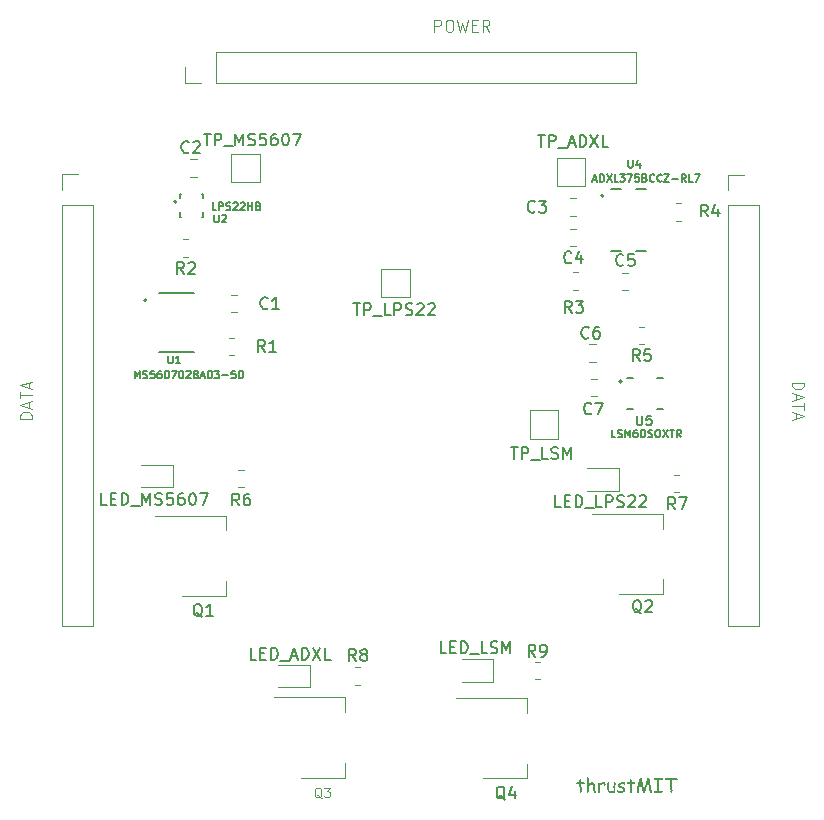
<source format=gbr>
%TF.GenerationSoftware,KiCad,Pcbnew,7.0.7*%
%TF.CreationDate,2024-02-10T01:20:28+05:30*%
%TF.ProjectId,Sensor_Stack,53656e73-6f72-45f5-9374-61636b2e6b69,rev?*%
%TF.SameCoordinates,Original*%
%TF.FileFunction,Legend,Top*%
%TF.FilePolarity,Positive*%
%FSLAX46Y46*%
G04 Gerber Fmt 4.6, Leading zero omitted, Abs format (unit mm)*
G04 Created by KiCad (PCBNEW 7.0.7) date 2024-02-10 01:20:28*
%MOMM*%
%LPD*%
G01*
G04 APERTURE LIST*
%ADD10C,0.150000*%
%ADD11C,0.120000*%
%ADD12C,0.100000*%
%ADD13C,0.127000*%
%ADD14C,0.200000*%
G04 APERTURE END LIST*
D10*
X136165009Y-55715819D02*
X136736437Y-55715819D01*
X136450723Y-56715819D02*
X136450723Y-55715819D01*
X137069771Y-56715819D02*
X137069771Y-55715819D01*
X137069771Y-55715819D02*
X137450723Y-55715819D01*
X137450723Y-55715819D02*
X137545961Y-55763438D01*
X137545961Y-55763438D02*
X137593580Y-55811057D01*
X137593580Y-55811057D02*
X137641199Y-55906295D01*
X137641199Y-55906295D02*
X137641199Y-56049152D01*
X137641199Y-56049152D02*
X137593580Y-56144390D01*
X137593580Y-56144390D02*
X137545961Y-56192009D01*
X137545961Y-56192009D02*
X137450723Y-56239628D01*
X137450723Y-56239628D02*
X137069771Y-56239628D01*
X137831676Y-56811057D02*
X138593580Y-56811057D01*
X138784057Y-56430104D02*
X139260247Y-56430104D01*
X138688819Y-56715819D02*
X139022152Y-55715819D01*
X139022152Y-55715819D02*
X139355485Y-56715819D01*
X139688819Y-56715819D02*
X139688819Y-55715819D01*
X139688819Y-55715819D02*
X139926914Y-55715819D01*
X139926914Y-55715819D02*
X140069771Y-55763438D01*
X140069771Y-55763438D02*
X140165009Y-55858676D01*
X140165009Y-55858676D02*
X140212628Y-55953914D01*
X140212628Y-55953914D02*
X140260247Y-56144390D01*
X140260247Y-56144390D02*
X140260247Y-56287247D01*
X140260247Y-56287247D02*
X140212628Y-56477723D01*
X140212628Y-56477723D02*
X140165009Y-56572961D01*
X140165009Y-56572961D02*
X140069771Y-56668200D01*
X140069771Y-56668200D02*
X139926914Y-56715819D01*
X139926914Y-56715819D02*
X139688819Y-56715819D01*
X140593581Y-55715819D02*
X141260247Y-56715819D01*
X141260247Y-55715819D02*
X140593581Y-56715819D01*
X142117390Y-56715819D02*
X141641200Y-56715819D01*
X141641200Y-56715819D02*
X141641200Y-55715819D01*
X140447733Y-72851180D02*
X140400114Y-72898800D01*
X140400114Y-72898800D02*
X140257257Y-72946419D01*
X140257257Y-72946419D02*
X140162019Y-72946419D01*
X140162019Y-72946419D02*
X140019162Y-72898800D01*
X140019162Y-72898800D02*
X139923924Y-72803561D01*
X139923924Y-72803561D02*
X139876305Y-72708323D01*
X139876305Y-72708323D02*
X139828686Y-72517847D01*
X139828686Y-72517847D02*
X139828686Y-72374990D01*
X139828686Y-72374990D02*
X139876305Y-72184514D01*
X139876305Y-72184514D02*
X139923924Y-72089276D01*
X139923924Y-72089276D02*
X140019162Y-71994038D01*
X140019162Y-71994038D02*
X140162019Y-71946419D01*
X140162019Y-71946419D02*
X140257257Y-71946419D01*
X140257257Y-71946419D02*
X140400114Y-71994038D01*
X140400114Y-71994038D02*
X140447733Y-72041657D01*
X141304876Y-71946419D02*
X141114400Y-71946419D01*
X141114400Y-71946419D02*
X141019162Y-71994038D01*
X141019162Y-71994038D02*
X140971543Y-72041657D01*
X140971543Y-72041657D02*
X140876305Y-72184514D01*
X140876305Y-72184514D02*
X140828686Y-72374990D01*
X140828686Y-72374990D02*
X140828686Y-72755942D01*
X140828686Y-72755942D02*
X140876305Y-72851180D01*
X140876305Y-72851180D02*
X140923924Y-72898800D01*
X140923924Y-72898800D02*
X141019162Y-72946419D01*
X141019162Y-72946419D02*
X141209638Y-72946419D01*
X141209638Y-72946419D02*
X141304876Y-72898800D01*
X141304876Y-72898800D02*
X141352495Y-72851180D01*
X141352495Y-72851180D02*
X141400114Y-72755942D01*
X141400114Y-72755942D02*
X141400114Y-72517847D01*
X141400114Y-72517847D02*
X141352495Y-72422609D01*
X141352495Y-72422609D02*
X141304876Y-72374990D01*
X141304876Y-72374990D02*
X141209638Y-72327371D01*
X141209638Y-72327371D02*
X141019162Y-72327371D01*
X141019162Y-72327371D02*
X140923924Y-72374990D01*
X140923924Y-72374990D02*
X140876305Y-72422609D01*
X140876305Y-72422609D02*
X140828686Y-72517847D01*
X138974533Y-66475780D02*
X138926914Y-66523400D01*
X138926914Y-66523400D02*
X138784057Y-66571019D01*
X138784057Y-66571019D02*
X138688819Y-66571019D01*
X138688819Y-66571019D02*
X138545962Y-66523400D01*
X138545962Y-66523400D02*
X138450724Y-66428161D01*
X138450724Y-66428161D02*
X138403105Y-66332923D01*
X138403105Y-66332923D02*
X138355486Y-66142447D01*
X138355486Y-66142447D02*
X138355486Y-65999590D01*
X138355486Y-65999590D02*
X138403105Y-65809114D01*
X138403105Y-65809114D02*
X138450724Y-65713876D01*
X138450724Y-65713876D02*
X138545962Y-65618638D01*
X138545962Y-65618638D02*
X138688819Y-65571019D01*
X138688819Y-65571019D02*
X138784057Y-65571019D01*
X138784057Y-65571019D02*
X138926914Y-65618638D01*
X138926914Y-65618638D02*
X138974533Y-65666257D01*
X139831676Y-65904352D02*
X139831676Y-66571019D01*
X139593581Y-65523400D02*
X139355486Y-66237685D01*
X139355486Y-66237685D02*
X139974533Y-66237685D01*
X144526076Y-79470695D02*
X144526076Y-80118314D01*
X144526076Y-80118314D02*
X144564171Y-80194504D01*
X144564171Y-80194504D02*
X144602266Y-80232600D01*
X144602266Y-80232600D02*
X144678457Y-80270695D01*
X144678457Y-80270695D02*
X144830838Y-80270695D01*
X144830838Y-80270695D02*
X144907028Y-80232600D01*
X144907028Y-80232600D02*
X144945123Y-80194504D01*
X144945123Y-80194504D02*
X144983219Y-80118314D01*
X144983219Y-80118314D02*
X144983219Y-79470695D01*
X145745123Y-79470695D02*
X145364171Y-79470695D01*
X145364171Y-79470695D02*
X145326075Y-79851647D01*
X145326075Y-79851647D02*
X145364171Y-79813552D01*
X145364171Y-79813552D02*
X145440361Y-79775457D01*
X145440361Y-79775457D02*
X145630837Y-79775457D01*
X145630837Y-79775457D02*
X145707028Y-79813552D01*
X145707028Y-79813552D02*
X145745123Y-79851647D01*
X145745123Y-79851647D02*
X145783218Y-79927838D01*
X145783218Y-79927838D02*
X145783218Y-80118314D01*
X145783218Y-80118314D02*
X145745123Y-80194504D01*
X145745123Y-80194504D02*
X145707028Y-80232600D01*
X145707028Y-80232600D02*
X145630837Y-80270695D01*
X145630837Y-80270695D02*
X145440361Y-80270695D01*
X145440361Y-80270695D02*
X145364171Y-80232600D01*
X145364171Y-80232600D02*
X145326075Y-80194504D01*
X142707685Y-81314276D02*
X142402923Y-81314276D01*
X142402923Y-81314276D02*
X142402923Y-80674276D01*
X142890542Y-81283800D02*
X142981971Y-81314276D01*
X142981971Y-81314276D02*
X143134352Y-81314276D01*
X143134352Y-81314276D02*
X143195304Y-81283800D01*
X143195304Y-81283800D02*
X143225780Y-81253323D01*
X143225780Y-81253323D02*
X143256257Y-81192371D01*
X143256257Y-81192371D02*
X143256257Y-81131419D01*
X143256257Y-81131419D02*
X143225780Y-81070466D01*
X143225780Y-81070466D02*
X143195304Y-81039990D01*
X143195304Y-81039990D02*
X143134352Y-81009514D01*
X143134352Y-81009514D02*
X143012447Y-80979038D01*
X143012447Y-80979038D02*
X142951495Y-80948561D01*
X142951495Y-80948561D02*
X142921018Y-80918085D01*
X142921018Y-80918085D02*
X142890542Y-80857133D01*
X142890542Y-80857133D02*
X142890542Y-80796180D01*
X142890542Y-80796180D02*
X142921018Y-80735228D01*
X142921018Y-80735228D02*
X142951495Y-80704752D01*
X142951495Y-80704752D02*
X143012447Y-80674276D01*
X143012447Y-80674276D02*
X143164828Y-80674276D01*
X143164828Y-80674276D02*
X143256257Y-80704752D01*
X143530542Y-81314276D02*
X143530542Y-80674276D01*
X143530542Y-80674276D02*
X143743876Y-81131419D01*
X143743876Y-81131419D02*
X143957209Y-80674276D01*
X143957209Y-80674276D02*
X143957209Y-81314276D01*
X144536257Y-80674276D02*
X144414352Y-80674276D01*
X144414352Y-80674276D02*
X144353400Y-80704752D01*
X144353400Y-80704752D02*
X144322924Y-80735228D01*
X144322924Y-80735228D02*
X144261971Y-80826657D01*
X144261971Y-80826657D02*
X144231495Y-80948561D01*
X144231495Y-80948561D02*
X144231495Y-81192371D01*
X144231495Y-81192371D02*
X144261971Y-81253323D01*
X144261971Y-81253323D02*
X144292448Y-81283800D01*
X144292448Y-81283800D02*
X144353400Y-81314276D01*
X144353400Y-81314276D02*
X144475305Y-81314276D01*
X144475305Y-81314276D02*
X144536257Y-81283800D01*
X144536257Y-81283800D02*
X144566733Y-81253323D01*
X144566733Y-81253323D02*
X144597210Y-81192371D01*
X144597210Y-81192371D02*
X144597210Y-81039990D01*
X144597210Y-81039990D02*
X144566733Y-80979038D01*
X144566733Y-80979038D02*
X144536257Y-80948561D01*
X144536257Y-80948561D02*
X144475305Y-80918085D01*
X144475305Y-80918085D02*
X144353400Y-80918085D01*
X144353400Y-80918085D02*
X144292448Y-80948561D01*
X144292448Y-80948561D02*
X144261971Y-80979038D01*
X144261971Y-80979038D02*
X144231495Y-81039990D01*
X144871495Y-81314276D02*
X144871495Y-80674276D01*
X144871495Y-80674276D02*
X145023876Y-80674276D01*
X145023876Y-80674276D02*
X145115305Y-80704752D01*
X145115305Y-80704752D02*
X145176257Y-80765704D01*
X145176257Y-80765704D02*
X145206734Y-80826657D01*
X145206734Y-80826657D02*
X145237210Y-80948561D01*
X145237210Y-80948561D02*
X145237210Y-81039990D01*
X145237210Y-81039990D02*
X145206734Y-81161895D01*
X145206734Y-81161895D02*
X145176257Y-81222847D01*
X145176257Y-81222847D02*
X145115305Y-81283800D01*
X145115305Y-81283800D02*
X145023876Y-81314276D01*
X145023876Y-81314276D02*
X144871495Y-81314276D01*
X145481019Y-81283800D02*
X145572448Y-81314276D01*
X145572448Y-81314276D02*
X145724829Y-81314276D01*
X145724829Y-81314276D02*
X145785781Y-81283800D01*
X145785781Y-81283800D02*
X145816257Y-81253323D01*
X145816257Y-81253323D02*
X145846734Y-81192371D01*
X145846734Y-81192371D02*
X145846734Y-81131419D01*
X145846734Y-81131419D02*
X145816257Y-81070466D01*
X145816257Y-81070466D02*
X145785781Y-81039990D01*
X145785781Y-81039990D02*
X145724829Y-81009514D01*
X145724829Y-81009514D02*
X145602924Y-80979038D01*
X145602924Y-80979038D02*
X145541972Y-80948561D01*
X145541972Y-80948561D02*
X145511495Y-80918085D01*
X145511495Y-80918085D02*
X145481019Y-80857133D01*
X145481019Y-80857133D02*
X145481019Y-80796180D01*
X145481019Y-80796180D02*
X145511495Y-80735228D01*
X145511495Y-80735228D02*
X145541972Y-80704752D01*
X145541972Y-80704752D02*
X145602924Y-80674276D01*
X145602924Y-80674276D02*
X145755305Y-80674276D01*
X145755305Y-80674276D02*
X145846734Y-80704752D01*
X146242924Y-80674276D02*
X146364829Y-80674276D01*
X146364829Y-80674276D02*
X146425781Y-80704752D01*
X146425781Y-80704752D02*
X146486734Y-80765704D01*
X146486734Y-80765704D02*
X146517210Y-80887609D01*
X146517210Y-80887609D02*
X146517210Y-81100942D01*
X146517210Y-81100942D02*
X146486734Y-81222847D01*
X146486734Y-81222847D02*
X146425781Y-81283800D01*
X146425781Y-81283800D02*
X146364829Y-81314276D01*
X146364829Y-81314276D02*
X146242924Y-81314276D01*
X146242924Y-81314276D02*
X146181972Y-81283800D01*
X146181972Y-81283800D02*
X146121019Y-81222847D01*
X146121019Y-81222847D02*
X146090543Y-81100942D01*
X146090543Y-81100942D02*
X146090543Y-80887609D01*
X146090543Y-80887609D02*
X146121019Y-80765704D01*
X146121019Y-80765704D02*
X146181972Y-80704752D01*
X146181972Y-80704752D02*
X146242924Y-80674276D01*
X146730543Y-80674276D02*
X147157210Y-81314276D01*
X147157210Y-80674276D02*
X146730543Y-81314276D01*
X147309591Y-80674276D02*
X147675305Y-80674276D01*
X147492448Y-81314276D02*
X147492448Y-80674276D01*
X148254353Y-81314276D02*
X148041019Y-81009514D01*
X147888638Y-81314276D02*
X147888638Y-80674276D01*
X147888638Y-80674276D02*
X148132448Y-80674276D01*
X148132448Y-80674276D02*
X148193400Y-80704752D01*
X148193400Y-80704752D02*
X148223877Y-80735228D01*
X148223877Y-80735228D02*
X148254353Y-80796180D01*
X148254353Y-80796180D02*
X148254353Y-80887609D01*
X148254353Y-80887609D02*
X148223877Y-80948561D01*
X148223877Y-80948561D02*
X148193400Y-80979038D01*
X148193400Y-80979038D02*
X148132448Y-81009514D01*
X148132448Y-81009514D02*
X147888638Y-81009514D01*
X128384609Y-99591019D02*
X127908419Y-99591019D01*
X127908419Y-99591019D02*
X127908419Y-98591019D01*
X128717943Y-99067209D02*
X129051276Y-99067209D01*
X129194133Y-99591019D02*
X128717943Y-99591019D01*
X128717943Y-99591019D02*
X128717943Y-98591019D01*
X128717943Y-98591019D02*
X129194133Y-98591019D01*
X129622705Y-99591019D02*
X129622705Y-98591019D01*
X129622705Y-98591019D02*
X129860800Y-98591019D01*
X129860800Y-98591019D02*
X130003657Y-98638638D01*
X130003657Y-98638638D02*
X130098895Y-98733876D01*
X130098895Y-98733876D02*
X130146514Y-98829114D01*
X130146514Y-98829114D02*
X130194133Y-99019590D01*
X130194133Y-99019590D02*
X130194133Y-99162447D01*
X130194133Y-99162447D02*
X130146514Y-99352923D01*
X130146514Y-99352923D02*
X130098895Y-99448161D01*
X130098895Y-99448161D02*
X130003657Y-99543400D01*
X130003657Y-99543400D02*
X129860800Y-99591019D01*
X129860800Y-99591019D02*
X129622705Y-99591019D01*
X130384610Y-99686257D02*
X131146514Y-99686257D01*
X131860800Y-99591019D02*
X131384610Y-99591019D01*
X131384610Y-99591019D02*
X131384610Y-98591019D01*
X132146515Y-99543400D02*
X132289372Y-99591019D01*
X132289372Y-99591019D02*
X132527467Y-99591019D01*
X132527467Y-99591019D02*
X132622705Y-99543400D01*
X132622705Y-99543400D02*
X132670324Y-99495780D01*
X132670324Y-99495780D02*
X132717943Y-99400542D01*
X132717943Y-99400542D02*
X132717943Y-99305304D01*
X132717943Y-99305304D02*
X132670324Y-99210066D01*
X132670324Y-99210066D02*
X132622705Y-99162447D01*
X132622705Y-99162447D02*
X132527467Y-99114828D01*
X132527467Y-99114828D02*
X132336991Y-99067209D01*
X132336991Y-99067209D02*
X132241753Y-99019590D01*
X132241753Y-99019590D02*
X132194134Y-98971971D01*
X132194134Y-98971971D02*
X132146515Y-98876733D01*
X132146515Y-98876733D02*
X132146515Y-98781495D01*
X132146515Y-98781495D02*
X132194134Y-98686257D01*
X132194134Y-98686257D02*
X132241753Y-98638638D01*
X132241753Y-98638638D02*
X132336991Y-98591019D01*
X132336991Y-98591019D02*
X132575086Y-98591019D01*
X132575086Y-98591019D02*
X132717943Y-98638638D01*
X133146515Y-99591019D02*
X133146515Y-98591019D01*
X133146515Y-98591019D02*
X133479848Y-99305304D01*
X133479848Y-99305304D02*
X133813181Y-98591019D01*
X133813181Y-98591019D02*
X133813181Y-99591019D01*
X108757070Y-62461975D02*
X108757070Y-62980826D01*
X108757070Y-62980826D02*
X108787590Y-63041867D01*
X108787590Y-63041867D02*
X108818111Y-63072388D01*
X108818111Y-63072388D02*
X108879152Y-63102908D01*
X108879152Y-63102908D02*
X109001235Y-63102908D01*
X109001235Y-63102908D02*
X109062276Y-63072388D01*
X109062276Y-63072388D02*
X109092796Y-63041867D01*
X109092796Y-63041867D02*
X109123317Y-62980826D01*
X109123317Y-62980826D02*
X109123317Y-62461975D01*
X109398003Y-62523016D02*
X109428524Y-62492496D01*
X109428524Y-62492496D02*
X109489565Y-62461975D01*
X109489565Y-62461975D02*
X109642168Y-62461975D01*
X109642168Y-62461975D02*
X109703209Y-62492496D01*
X109703209Y-62492496D02*
X109733730Y-62523016D01*
X109733730Y-62523016D02*
X109764250Y-62584058D01*
X109764250Y-62584058D02*
X109764250Y-62645099D01*
X109764250Y-62645099D02*
X109733730Y-62736661D01*
X109733730Y-62736661D02*
X109367482Y-63102908D01*
X109367482Y-63102908D02*
X109764250Y-63102908D01*
X108922244Y-62061659D02*
X108616882Y-62061659D01*
X108616882Y-62061659D02*
X108616882Y-61420400D01*
X109135996Y-62061659D02*
X109135996Y-61420400D01*
X109135996Y-61420400D02*
X109380285Y-61420400D01*
X109380285Y-61420400D02*
X109441358Y-61450936D01*
X109441358Y-61450936D02*
X109471894Y-61481472D01*
X109471894Y-61481472D02*
X109502430Y-61542544D01*
X109502430Y-61542544D02*
X109502430Y-61634153D01*
X109502430Y-61634153D02*
X109471894Y-61695225D01*
X109471894Y-61695225D02*
X109441358Y-61725761D01*
X109441358Y-61725761D02*
X109380285Y-61756297D01*
X109380285Y-61756297D02*
X109135996Y-61756297D01*
X109746719Y-62031123D02*
X109838328Y-62061659D01*
X109838328Y-62061659D02*
X109991008Y-62061659D01*
X109991008Y-62061659D02*
X110052081Y-62031123D01*
X110052081Y-62031123D02*
X110082617Y-62000586D01*
X110082617Y-62000586D02*
X110113153Y-61939514D01*
X110113153Y-61939514D02*
X110113153Y-61878442D01*
X110113153Y-61878442D02*
X110082617Y-61817370D01*
X110082617Y-61817370D02*
X110052081Y-61786833D01*
X110052081Y-61786833D02*
X109991008Y-61756297D01*
X109991008Y-61756297D02*
X109868864Y-61725761D01*
X109868864Y-61725761D02*
X109807791Y-61695225D01*
X109807791Y-61695225D02*
X109777255Y-61664689D01*
X109777255Y-61664689D02*
X109746719Y-61603617D01*
X109746719Y-61603617D02*
X109746719Y-61542544D01*
X109746719Y-61542544D02*
X109777255Y-61481472D01*
X109777255Y-61481472D02*
X109807791Y-61450936D01*
X109807791Y-61450936D02*
X109868864Y-61420400D01*
X109868864Y-61420400D02*
X110021544Y-61420400D01*
X110021544Y-61420400D02*
X110113153Y-61450936D01*
X110357442Y-61481472D02*
X110387978Y-61450936D01*
X110387978Y-61450936D02*
X110449051Y-61420400D01*
X110449051Y-61420400D02*
X110601731Y-61420400D01*
X110601731Y-61420400D02*
X110662804Y-61450936D01*
X110662804Y-61450936D02*
X110693340Y-61481472D01*
X110693340Y-61481472D02*
X110723876Y-61542544D01*
X110723876Y-61542544D02*
X110723876Y-61603617D01*
X110723876Y-61603617D02*
X110693340Y-61695225D01*
X110693340Y-61695225D02*
X110326906Y-62061659D01*
X110326906Y-62061659D02*
X110723876Y-62061659D01*
X110968165Y-61481472D02*
X110998701Y-61450936D01*
X110998701Y-61450936D02*
X111059774Y-61420400D01*
X111059774Y-61420400D02*
X111212454Y-61420400D01*
X111212454Y-61420400D02*
X111273527Y-61450936D01*
X111273527Y-61450936D02*
X111304063Y-61481472D01*
X111304063Y-61481472D02*
X111334599Y-61542544D01*
X111334599Y-61542544D02*
X111334599Y-61603617D01*
X111334599Y-61603617D02*
X111304063Y-61695225D01*
X111304063Y-61695225D02*
X110937629Y-62061659D01*
X110937629Y-62061659D02*
X111334599Y-62061659D01*
X111609424Y-62061659D02*
X111609424Y-61420400D01*
X111609424Y-61725761D02*
X111975858Y-61725761D01*
X111975858Y-62061659D02*
X111975858Y-61420400D01*
X112494972Y-61725761D02*
X112586581Y-61756297D01*
X112586581Y-61756297D02*
X112617117Y-61786833D01*
X112617117Y-61786833D02*
X112647653Y-61847906D01*
X112647653Y-61847906D02*
X112647653Y-61939514D01*
X112647653Y-61939514D02*
X112617117Y-62000586D01*
X112617117Y-62000586D02*
X112586581Y-62031123D01*
X112586581Y-62031123D02*
X112525508Y-62061659D01*
X112525508Y-62061659D02*
X112281219Y-62061659D01*
X112281219Y-62061659D02*
X112281219Y-61420400D01*
X112281219Y-61420400D02*
X112494972Y-61420400D01*
X112494972Y-61420400D02*
X112556045Y-61450936D01*
X112556045Y-61450936D02*
X112586581Y-61481472D01*
X112586581Y-61481472D02*
X112617117Y-61542544D01*
X112617117Y-61542544D02*
X112617117Y-61603617D01*
X112617117Y-61603617D02*
X112586581Y-61664689D01*
X112586581Y-61664689D02*
X112556045Y-61695225D01*
X112556045Y-61695225D02*
X112494972Y-61725761D01*
X112494972Y-61725761D02*
X112281219Y-61725761D01*
X150531533Y-62608619D02*
X150198200Y-62132428D01*
X149960105Y-62608619D02*
X149960105Y-61608619D01*
X149960105Y-61608619D02*
X150341057Y-61608619D01*
X150341057Y-61608619D02*
X150436295Y-61656238D01*
X150436295Y-61656238D02*
X150483914Y-61703857D01*
X150483914Y-61703857D02*
X150531533Y-61799095D01*
X150531533Y-61799095D02*
X150531533Y-61941952D01*
X150531533Y-61941952D02*
X150483914Y-62037190D01*
X150483914Y-62037190D02*
X150436295Y-62084809D01*
X150436295Y-62084809D02*
X150341057Y-62132428D01*
X150341057Y-62132428D02*
X149960105Y-62132428D01*
X151388676Y-61941952D02*
X151388676Y-62608619D01*
X151150581Y-61561000D02*
X150912486Y-62275285D01*
X150912486Y-62275285D02*
X151531533Y-62275285D01*
X112304866Y-100124419D02*
X111828676Y-100124419D01*
X111828676Y-100124419D02*
X111828676Y-99124419D01*
X112638200Y-99600609D02*
X112971533Y-99600609D01*
X113114390Y-100124419D02*
X112638200Y-100124419D01*
X112638200Y-100124419D02*
X112638200Y-99124419D01*
X112638200Y-99124419D02*
X113114390Y-99124419D01*
X113542962Y-100124419D02*
X113542962Y-99124419D01*
X113542962Y-99124419D02*
X113781057Y-99124419D01*
X113781057Y-99124419D02*
X113923914Y-99172038D01*
X113923914Y-99172038D02*
X114019152Y-99267276D01*
X114019152Y-99267276D02*
X114066771Y-99362514D01*
X114066771Y-99362514D02*
X114114390Y-99552990D01*
X114114390Y-99552990D02*
X114114390Y-99695847D01*
X114114390Y-99695847D02*
X114066771Y-99886323D01*
X114066771Y-99886323D02*
X114019152Y-99981561D01*
X114019152Y-99981561D02*
X113923914Y-100076800D01*
X113923914Y-100076800D02*
X113781057Y-100124419D01*
X113781057Y-100124419D02*
X113542962Y-100124419D01*
X114304867Y-100219657D02*
X115066771Y-100219657D01*
X115257248Y-99838704D02*
X115733438Y-99838704D01*
X115162010Y-100124419D02*
X115495343Y-99124419D01*
X115495343Y-99124419D02*
X115828676Y-100124419D01*
X116162010Y-100124419D02*
X116162010Y-99124419D01*
X116162010Y-99124419D02*
X116400105Y-99124419D01*
X116400105Y-99124419D02*
X116542962Y-99172038D01*
X116542962Y-99172038D02*
X116638200Y-99267276D01*
X116638200Y-99267276D02*
X116685819Y-99362514D01*
X116685819Y-99362514D02*
X116733438Y-99552990D01*
X116733438Y-99552990D02*
X116733438Y-99695847D01*
X116733438Y-99695847D02*
X116685819Y-99886323D01*
X116685819Y-99886323D02*
X116638200Y-99981561D01*
X116638200Y-99981561D02*
X116542962Y-100076800D01*
X116542962Y-100076800D02*
X116400105Y-100124419D01*
X116400105Y-100124419D02*
X116162010Y-100124419D01*
X117066772Y-99124419D02*
X117733438Y-100124419D01*
X117733438Y-99124419D02*
X117066772Y-100124419D01*
X118590581Y-100124419D02*
X118114391Y-100124419D01*
X118114391Y-100124419D02*
X118114391Y-99124419D01*
X106183133Y-67485419D02*
X105849800Y-67009228D01*
X105611705Y-67485419D02*
X105611705Y-66485419D01*
X105611705Y-66485419D02*
X105992657Y-66485419D01*
X105992657Y-66485419D02*
X106087895Y-66533038D01*
X106087895Y-66533038D02*
X106135514Y-66580657D01*
X106135514Y-66580657D02*
X106183133Y-66675895D01*
X106183133Y-66675895D02*
X106183133Y-66818752D01*
X106183133Y-66818752D02*
X106135514Y-66913990D01*
X106135514Y-66913990D02*
X106087895Y-66961609D01*
X106087895Y-66961609D02*
X105992657Y-67009228D01*
X105992657Y-67009228D02*
X105611705Y-67009228D01*
X106564086Y-66580657D02*
X106611705Y-66533038D01*
X106611705Y-66533038D02*
X106706943Y-66485419D01*
X106706943Y-66485419D02*
X106945038Y-66485419D01*
X106945038Y-66485419D02*
X107040276Y-66533038D01*
X107040276Y-66533038D02*
X107087895Y-66580657D01*
X107087895Y-66580657D02*
X107135514Y-66675895D01*
X107135514Y-66675895D02*
X107135514Y-66771133D01*
X107135514Y-66771133D02*
X107087895Y-66913990D01*
X107087895Y-66913990D02*
X106516467Y-67485419D01*
X106516467Y-67485419D02*
X107135514Y-67485419D01*
X106589533Y-57153980D02*
X106541914Y-57201600D01*
X106541914Y-57201600D02*
X106399057Y-57249219D01*
X106399057Y-57249219D02*
X106303819Y-57249219D01*
X106303819Y-57249219D02*
X106160962Y-57201600D01*
X106160962Y-57201600D02*
X106065724Y-57106361D01*
X106065724Y-57106361D02*
X106018105Y-57011123D01*
X106018105Y-57011123D02*
X105970486Y-56820647D01*
X105970486Y-56820647D02*
X105970486Y-56677790D01*
X105970486Y-56677790D02*
X106018105Y-56487314D01*
X106018105Y-56487314D02*
X106065724Y-56392076D01*
X106065724Y-56392076D02*
X106160962Y-56296838D01*
X106160962Y-56296838D02*
X106303819Y-56249219D01*
X106303819Y-56249219D02*
X106399057Y-56249219D01*
X106399057Y-56249219D02*
X106541914Y-56296838D01*
X106541914Y-56296838D02*
X106589533Y-56344457D01*
X106970486Y-56344457D02*
X107018105Y-56296838D01*
X107018105Y-56296838D02*
X107113343Y-56249219D01*
X107113343Y-56249219D02*
X107351438Y-56249219D01*
X107351438Y-56249219D02*
X107446676Y-56296838D01*
X107446676Y-56296838D02*
X107494295Y-56344457D01*
X107494295Y-56344457D02*
X107541914Y-56439695D01*
X107541914Y-56439695D02*
X107541914Y-56534933D01*
X107541914Y-56534933D02*
X107494295Y-56677790D01*
X107494295Y-56677790D02*
X106922867Y-57249219D01*
X106922867Y-57249219D02*
X107541914Y-57249219D01*
X138095456Y-87221219D02*
X137619266Y-87221219D01*
X137619266Y-87221219D02*
X137619266Y-86221219D01*
X138428790Y-86697409D02*
X138762123Y-86697409D01*
X138904980Y-87221219D02*
X138428790Y-87221219D01*
X138428790Y-87221219D02*
X138428790Y-86221219D01*
X138428790Y-86221219D02*
X138904980Y-86221219D01*
X139333552Y-87221219D02*
X139333552Y-86221219D01*
X139333552Y-86221219D02*
X139571647Y-86221219D01*
X139571647Y-86221219D02*
X139714504Y-86268838D01*
X139714504Y-86268838D02*
X139809742Y-86364076D01*
X139809742Y-86364076D02*
X139857361Y-86459314D01*
X139857361Y-86459314D02*
X139904980Y-86649790D01*
X139904980Y-86649790D02*
X139904980Y-86792647D01*
X139904980Y-86792647D02*
X139857361Y-86983123D01*
X139857361Y-86983123D02*
X139809742Y-87078361D01*
X139809742Y-87078361D02*
X139714504Y-87173600D01*
X139714504Y-87173600D02*
X139571647Y-87221219D01*
X139571647Y-87221219D02*
X139333552Y-87221219D01*
X140095457Y-87316457D02*
X140857361Y-87316457D01*
X141571647Y-87221219D02*
X141095457Y-87221219D01*
X141095457Y-87221219D02*
X141095457Y-86221219D01*
X141904981Y-87221219D02*
X141904981Y-86221219D01*
X141904981Y-86221219D02*
X142285933Y-86221219D01*
X142285933Y-86221219D02*
X142381171Y-86268838D01*
X142381171Y-86268838D02*
X142428790Y-86316457D01*
X142428790Y-86316457D02*
X142476409Y-86411695D01*
X142476409Y-86411695D02*
X142476409Y-86554552D01*
X142476409Y-86554552D02*
X142428790Y-86649790D01*
X142428790Y-86649790D02*
X142381171Y-86697409D01*
X142381171Y-86697409D02*
X142285933Y-86745028D01*
X142285933Y-86745028D02*
X141904981Y-86745028D01*
X142857362Y-87173600D02*
X143000219Y-87221219D01*
X143000219Y-87221219D02*
X143238314Y-87221219D01*
X143238314Y-87221219D02*
X143333552Y-87173600D01*
X143333552Y-87173600D02*
X143381171Y-87125980D01*
X143381171Y-87125980D02*
X143428790Y-87030742D01*
X143428790Y-87030742D02*
X143428790Y-86935504D01*
X143428790Y-86935504D02*
X143381171Y-86840266D01*
X143381171Y-86840266D02*
X143333552Y-86792647D01*
X143333552Y-86792647D02*
X143238314Y-86745028D01*
X143238314Y-86745028D02*
X143047838Y-86697409D01*
X143047838Y-86697409D02*
X142952600Y-86649790D01*
X142952600Y-86649790D02*
X142904981Y-86602171D01*
X142904981Y-86602171D02*
X142857362Y-86506933D01*
X142857362Y-86506933D02*
X142857362Y-86411695D01*
X142857362Y-86411695D02*
X142904981Y-86316457D01*
X142904981Y-86316457D02*
X142952600Y-86268838D01*
X142952600Y-86268838D02*
X143047838Y-86221219D01*
X143047838Y-86221219D02*
X143285933Y-86221219D01*
X143285933Y-86221219D02*
X143428790Y-86268838D01*
X143809743Y-86316457D02*
X143857362Y-86268838D01*
X143857362Y-86268838D02*
X143952600Y-86221219D01*
X143952600Y-86221219D02*
X144190695Y-86221219D01*
X144190695Y-86221219D02*
X144285933Y-86268838D01*
X144285933Y-86268838D02*
X144333552Y-86316457D01*
X144333552Y-86316457D02*
X144381171Y-86411695D01*
X144381171Y-86411695D02*
X144381171Y-86506933D01*
X144381171Y-86506933D02*
X144333552Y-86649790D01*
X144333552Y-86649790D02*
X143762124Y-87221219D01*
X143762124Y-87221219D02*
X144381171Y-87221219D01*
X144762124Y-86316457D02*
X144809743Y-86268838D01*
X144809743Y-86268838D02*
X144904981Y-86221219D01*
X144904981Y-86221219D02*
X145143076Y-86221219D01*
X145143076Y-86221219D02*
X145238314Y-86268838D01*
X145238314Y-86268838D02*
X145285933Y-86316457D01*
X145285933Y-86316457D02*
X145333552Y-86411695D01*
X145333552Y-86411695D02*
X145333552Y-86506933D01*
X145333552Y-86506933D02*
X145285933Y-86649790D01*
X145285933Y-86649790D02*
X144714505Y-87221219D01*
X144714505Y-87221219D02*
X145333552Y-87221219D01*
X113041133Y-74064019D02*
X112707800Y-73587828D01*
X112469705Y-74064019D02*
X112469705Y-73064019D01*
X112469705Y-73064019D02*
X112850657Y-73064019D01*
X112850657Y-73064019D02*
X112945895Y-73111638D01*
X112945895Y-73111638D02*
X112993514Y-73159257D01*
X112993514Y-73159257D02*
X113041133Y-73254495D01*
X113041133Y-73254495D02*
X113041133Y-73397352D01*
X113041133Y-73397352D02*
X112993514Y-73492590D01*
X112993514Y-73492590D02*
X112945895Y-73540209D01*
X112945895Y-73540209D02*
X112850657Y-73587828D01*
X112850657Y-73587828D02*
X112469705Y-73587828D01*
X113993514Y-74064019D02*
X113422086Y-74064019D01*
X113707800Y-74064019D02*
X113707800Y-73064019D01*
X113707800Y-73064019D02*
X113612562Y-73206876D01*
X113612562Y-73206876D02*
X113517324Y-73302114D01*
X113517324Y-73302114D02*
X113422086Y-73349733D01*
X138999933Y-70762019D02*
X138666600Y-70285828D01*
X138428505Y-70762019D02*
X138428505Y-69762019D01*
X138428505Y-69762019D02*
X138809457Y-69762019D01*
X138809457Y-69762019D02*
X138904695Y-69809638D01*
X138904695Y-69809638D02*
X138952314Y-69857257D01*
X138952314Y-69857257D02*
X138999933Y-69952495D01*
X138999933Y-69952495D02*
X138999933Y-70095352D01*
X138999933Y-70095352D02*
X138952314Y-70190590D01*
X138952314Y-70190590D02*
X138904695Y-70238209D01*
X138904695Y-70238209D02*
X138809457Y-70285828D01*
X138809457Y-70285828D02*
X138428505Y-70285828D01*
X139333267Y-69762019D02*
X139952314Y-69762019D01*
X139952314Y-69762019D02*
X139618981Y-70142971D01*
X139618981Y-70142971D02*
X139761838Y-70142971D01*
X139761838Y-70142971D02*
X139857076Y-70190590D01*
X139857076Y-70190590D02*
X139904695Y-70238209D01*
X139904695Y-70238209D02*
X139952314Y-70333447D01*
X139952314Y-70333447D02*
X139952314Y-70571542D01*
X139952314Y-70571542D02*
X139904695Y-70666780D01*
X139904695Y-70666780D02*
X139857076Y-70714400D01*
X139857076Y-70714400D02*
X139761838Y-70762019D01*
X139761838Y-70762019D02*
X139476124Y-70762019D01*
X139476124Y-70762019D02*
X139380886Y-70714400D01*
X139380886Y-70714400D02*
X139333267Y-70666780D01*
X135926533Y-99871419D02*
X135593200Y-99395228D01*
X135355105Y-99871419D02*
X135355105Y-98871419D01*
X135355105Y-98871419D02*
X135736057Y-98871419D01*
X135736057Y-98871419D02*
X135831295Y-98919038D01*
X135831295Y-98919038D02*
X135878914Y-98966657D01*
X135878914Y-98966657D02*
X135926533Y-99061895D01*
X135926533Y-99061895D02*
X135926533Y-99204752D01*
X135926533Y-99204752D02*
X135878914Y-99299990D01*
X135878914Y-99299990D02*
X135831295Y-99347609D01*
X135831295Y-99347609D02*
X135736057Y-99395228D01*
X135736057Y-99395228D02*
X135355105Y-99395228D01*
X136402724Y-99871419D02*
X136593200Y-99871419D01*
X136593200Y-99871419D02*
X136688438Y-99823800D01*
X136688438Y-99823800D02*
X136736057Y-99776180D01*
X136736057Y-99776180D02*
X136831295Y-99633323D01*
X136831295Y-99633323D02*
X136878914Y-99442847D01*
X136878914Y-99442847D02*
X136878914Y-99061895D01*
X136878914Y-99061895D02*
X136831295Y-98966657D01*
X136831295Y-98966657D02*
X136783676Y-98919038D01*
X136783676Y-98919038D02*
X136688438Y-98871419D01*
X136688438Y-98871419D02*
X136497962Y-98871419D01*
X136497962Y-98871419D02*
X136402724Y-98919038D01*
X136402724Y-98919038D02*
X136355105Y-98966657D01*
X136355105Y-98966657D02*
X136307486Y-99061895D01*
X136307486Y-99061895D02*
X136307486Y-99299990D01*
X136307486Y-99299990D02*
X136355105Y-99395228D01*
X136355105Y-99395228D02*
X136402724Y-99442847D01*
X136402724Y-99442847D02*
X136497962Y-99490466D01*
X136497962Y-99490466D02*
X136688438Y-99490466D01*
X136688438Y-99490466D02*
X136783676Y-99442847D01*
X136783676Y-99442847D02*
X136831295Y-99395228D01*
X136831295Y-99395228D02*
X136878914Y-99299990D01*
X144913361Y-96206457D02*
X144818123Y-96158838D01*
X144818123Y-96158838D02*
X144722885Y-96063600D01*
X144722885Y-96063600D02*
X144580028Y-95920742D01*
X144580028Y-95920742D02*
X144484790Y-95873123D01*
X144484790Y-95873123D02*
X144389552Y-95873123D01*
X144437171Y-96111219D02*
X144341933Y-96063600D01*
X144341933Y-96063600D02*
X144246695Y-95968361D01*
X144246695Y-95968361D02*
X144199076Y-95777885D01*
X144199076Y-95777885D02*
X144199076Y-95444552D01*
X144199076Y-95444552D02*
X144246695Y-95254076D01*
X144246695Y-95254076D02*
X144341933Y-95158838D01*
X144341933Y-95158838D02*
X144437171Y-95111219D01*
X144437171Y-95111219D02*
X144627647Y-95111219D01*
X144627647Y-95111219D02*
X144722885Y-95158838D01*
X144722885Y-95158838D02*
X144818123Y-95254076D01*
X144818123Y-95254076D02*
X144865742Y-95444552D01*
X144865742Y-95444552D02*
X144865742Y-95777885D01*
X144865742Y-95777885D02*
X144818123Y-95968361D01*
X144818123Y-95968361D02*
X144722885Y-96063600D01*
X144722885Y-96063600D02*
X144627647Y-96111219D01*
X144627647Y-96111219D02*
X144437171Y-96111219D01*
X145246695Y-95206457D02*
X145294314Y-95158838D01*
X145294314Y-95158838D02*
X145389552Y-95111219D01*
X145389552Y-95111219D02*
X145627647Y-95111219D01*
X145627647Y-95111219D02*
X145722885Y-95158838D01*
X145722885Y-95158838D02*
X145770504Y-95206457D01*
X145770504Y-95206457D02*
X145818123Y-95301695D01*
X145818123Y-95301695D02*
X145818123Y-95396933D01*
X145818123Y-95396933D02*
X145770504Y-95539790D01*
X145770504Y-95539790D02*
X145199076Y-96111219D01*
X145199076Y-96111219D02*
X145818123Y-96111219D01*
X133356361Y-111979857D02*
X133261123Y-111932238D01*
X133261123Y-111932238D02*
X133165885Y-111837000D01*
X133165885Y-111837000D02*
X133023028Y-111694142D01*
X133023028Y-111694142D02*
X132927790Y-111646523D01*
X132927790Y-111646523D02*
X132832552Y-111646523D01*
X132880171Y-111884619D02*
X132784933Y-111837000D01*
X132784933Y-111837000D02*
X132689695Y-111741761D01*
X132689695Y-111741761D02*
X132642076Y-111551285D01*
X132642076Y-111551285D02*
X132642076Y-111217952D01*
X132642076Y-111217952D02*
X132689695Y-111027476D01*
X132689695Y-111027476D02*
X132784933Y-110932238D01*
X132784933Y-110932238D02*
X132880171Y-110884619D01*
X132880171Y-110884619D02*
X133070647Y-110884619D01*
X133070647Y-110884619D02*
X133165885Y-110932238D01*
X133165885Y-110932238D02*
X133261123Y-111027476D01*
X133261123Y-111027476D02*
X133308742Y-111217952D01*
X133308742Y-111217952D02*
X133308742Y-111551285D01*
X133308742Y-111551285D02*
X133261123Y-111741761D01*
X133261123Y-111741761D02*
X133165885Y-111837000D01*
X133165885Y-111837000D02*
X133070647Y-111884619D01*
X133070647Y-111884619D02*
X132880171Y-111884619D01*
X134165885Y-111217952D02*
X134165885Y-111884619D01*
X133927790Y-110837000D02*
X133689695Y-111551285D01*
X133689695Y-111551285D02*
X134308742Y-111551285D01*
X107869552Y-55588819D02*
X108440980Y-55588819D01*
X108155266Y-56588819D02*
X108155266Y-55588819D01*
X108774314Y-56588819D02*
X108774314Y-55588819D01*
X108774314Y-55588819D02*
X109155266Y-55588819D01*
X109155266Y-55588819D02*
X109250504Y-55636438D01*
X109250504Y-55636438D02*
X109298123Y-55684057D01*
X109298123Y-55684057D02*
X109345742Y-55779295D01*
X109345742Y-55779295D02*
X109345742Y-55922152D01*
X109345742Y-55922152D02*
X109298123Y-56017390D01*
X109298123Y-56017390D02*
X109250504Y-56065009D01*
X109250504Y-56065009D02*
X109155266Y-56112628D01*
X109155266Y-56112628D02*
X108774314Y-56112628D01*
X109536219Y-56684057D02*
X110298123Y-56684057D01*
X110536219Y-56588819D02*
X110536219Y-55588819D01*
X110536219Y-55588819D02*
X110869552Y-56303104D01*
X110869552Y-56303104D02*
X111202885Y-55588819D01*
X111202885Y-55588819D02*
X111202885Y-56588819D01*
X111631457Y-56541200D02*
X111774314Y-56588819D01*
X111774314Y-56588819D02*
X112012409Y-56588819D01*
X112012409Y-56588819D02*
X112107647Y-56541200D01*
X112107647Y-56541200D02*
X112155266Y-56493580D01*
X112155266Y-56493580D02*
X112202885Y-56398342D01*
X112202885Y-56398342D02*
X112202885Y-56303104D01*
X112202885Y-56303104D02*
X112155266Y-56207866D01*
X112155266Y-56207866D02*
X112107647Y-56160247D01*
X112107647Y-56160247D02*
X112012409Y-56112628D01*
X112012409Y-56112628D02*
X111821933Y-56065009D01*
X111821933Y-56065009D02*
X111726695Y-56017390D01*
X111726695Y-56017390D02*
X111679076Y-55969771D01*
X111679076Y-55969771D02*
X111631457Y-55874533D01*
X111631457Y-55874533D02*
X111631457Y-55779295D01*
X111631457Y-55779295D02*
X111679076Y-55684057D01*
X111679076Y-55684057D02*
X111726695Y-55636438D01*
X111726695Y-55636438D02*
X111821933Y-55588819D01*
X111821933Y-55588819D02*
X112060028Y-55588819D01*
X112060028Y-55588819D02*
X112202885Y-55636438D01*
X113107647Y-55588819D02*
X112631457Y-55588819D01*
X112631457Y-55588819D02*
X112583838Y-56065009D01*
X112583838Y-56065009D02*
X112631457Y-56017390D01*
X112631457Y-56017390D02*
X112726695Y-55969771D01*
X112726695Y-55969771D02*
X112964790Y-55969771D01*
X112964790Y-55969771D02*
X113060028Y-56017390D01*
X113060028Y-56017390D02*
X113107647Y-56065009D01*
X113107647Y-56065009D02*
X113155266Y-56160247D01*
X113155266Y-56160247D02*
X113155266Y-56398342D01*
X113155266Y-56398342D02*
X113107647Y-56493580D01*
X113107647Y-56493580D02*
X113060028Y-56541200D01*
X113060028Y-56541200D02*
X112964790Y-56588819D01*
X112964790Y-56588819D02*
X112726695Y-56588819D01*
X112726695Y-56588819D02*
X112631457Y-56541200D01*
X112631457Y-56541200D02*
X112583838Y-56493580D01*
X114012409Y-55588819D02*
X113821933Y-55588819D01*
X113821933Y-55588819D02*
X113726695Y-55636438D01*
X113726695Y-55636438D02*
X113679076Y-55684057D01*
X113679076Y-55684057D02*
X113583838Y-55826914D01*
X113583838Y-55826914D02*
X113536219Y-56017390D01*
X113536219Y-56017390D02*
X113536219Y-56398342D01*
X113536219Y-56398342D02*
X113583838Y-56493580D01*
X113583838Y-56493580D02*
X113631457Y-56541200D01*
X113631457Y-56541200D02*
X113726695Y-56588819D01*
X113726695Y-56588819D02*
X113917171Y-56588819D01*
X113917171Y-56588819D02*
X114012409Y-56541200D01*
X114012409Y-56541200D02*
X114060028Y-56493580D01*
X114060028Y-56493580D02*
X114107647Y-56398342D01*
X114107647Y-56398342D02*
X114107647Y-56160247D01*
X114107647Y-56160247D02*
X114060028Y-56065009D01*
X114060028Y-56065009D02*
X114012409Y-56017390D01*
X114012409Y-56017390D02*
X113917171Y-55969771D01*
X113917171Y-55969771D02*
X113726695Y-55969771D01*
X113726695Y-55969771D02*
X113631457Y-56017390D01*
X113631457Y-56017390D02*
X113583838Y-56065009D01*
X113583838Y-56065009D02*
X113536219Y-56160247D01*
X114726695Y-55588819D02*
X114821933Y-55588819D01*
X114821933Y-55588819D02*
X114917171Y-55636438D01*
X114917171Y-55636438D02*
X114964790Y-55684057D01*
X114964790Y-55684057D02*
X115012409Y-55779295D01*
X115012409Y-55779295D02*
X115060028Y-55969771D01*
X115060028Y-55969771D02*
X115060028Y-56207866D01*
X115060028Y-56207866D02*
X115012409Y-56398342D01*
X115012409Y-56398342D02*
X114964790Y-56493580D01*
X114964790Y-56493580D02*
X114917171Y-56541200D01*
X114917171Y-56541200D02*
X114821933Y-56588819D01*
X114821933Y-56588819D02*
X114726695Y-56588819D01*
X114726695Y-56588819D02*
X114631457Y-56541200D01*
X114631457Y-56541200D02*
X114583838Y-56493580D01*
X114583838Y-56493580D02*
X114536219Y-56398342D01*
X114536219Y-56398342D02*
X114488600Y-56207866D01*
X114488600Y-56207866D02*
X114488600Y-55969771D01*
X114488600Y-55969771D02*
X114536219Y-55779295D01*
X114536219Y-55779295D02*
X114583838Y-55684057D01*
X114583838Y-55684057D02*
X114631457Y-55636438D01*
X114631457Y-55636438D02*
X114726695Y-55588819D01*
X115393362Y-55588819D02*
X116060028Y-55588819D01*
X116060028Y-55588819D02*
X115631457Y-56588819D01*
X99655809Y-87043419D02*
X99179619Y-87043419D01*
X99179619Y-87043419D02*
X99179619Y-86043419D01*
X99989143Y-86519609D02*
X100322476Y-86519609D01*
X100465333Y-87043419D02*
X99989143Y-87043419D01*
X99989143Y-87043419D02*
X99989143Y-86043419D01*
X99989143Y-86043419D02*
X100465333Y-86043419D01*
X100893905Y-87043419D02*
X100893905Y-86043419D01*
X100893905Y-86043419D02*
X101132000Y-86043419D01*
X101132000Y-86043419D02*
X101274857Y-86091038D01*
X101274857Y-86091038D02*
X101370095Y-86186276D01*
X101370095Y-86186276D02*
X101417714Y-86281514D01*
X101417714Y-86281514D02*
X101465333Y-86471990D01*
X101465333Y-86471990D02*
X101465333Y-86614847D01*
X101465333Y-86614847D02*
X101417714Y-86805323D01*
X101417714Y-86805323D02*
X101370095Y-86900561D01*
X101370095Y-86900561D02*
X101274857Y-86995800D01*
X101274857Y-86995800D02*
X101132000Y-87043419D01*
X101132000Y-87043419D02*
X100893905Y-87043419D01*
X101655810Y-87138657D02*
X102417714Y-87138657D01*
X102655810Y-87043419D02*
X102655810Y-86043419D01*
X102655810Y-86043419D02*
X102989143Y-86757704D01*
X102989143Y-86757704D02*
X103322476Y-86043419D01*
X103322476Y-86043419D02*
X103322476Y-87043419D01*
X103751048Y-86995800D02*
X103893905Y-87043419D01*
X103893905Y-87043419D02*
X104132000Y-87043419D01*
X104132000Y-87043419D02*
X104227238Y-86995800D01*
X104227238Y-86995800D02*
X104274857Y-86948180D01*
X104274857Y-86948180D02*
X104322476Y-86852942D01*
X104322476Y-86852942D02*
X104322476Y-86757704D01*
X104322476Y-86757704D02*
X104274857Y-86662466D01*
X104274857Y-86662466D02*
X104227238Y-86614847D01*
X104227238Y-86614847D02*
X104132000Y-86567228D01*
X104132000Y-86567228D02*
X103941524Y-86519609D01*
X103941524Y-86519609D02*
X103846286Y-86471990D01*
X103846286Y-86471990D02*
X103798667Y-86424371D01*
X103798667Y-86424371D02*
X103751048Y-86329133D01*
X103751048Y-86329133D02*
X103751048Y-86233895D01*
X103751048Y-86233895D02*
X103798667Y-86138657D01*
X103798667Y-86138657D02*
X103846286Y-86091038D01*
X103846286Y-86091038D02*
X103941524Y-86043419D01*
X103941524Y-86043419D02*
X104179619Y-86043419D01*
X104179619Y-86043419D02*
X104322476Y-86091038D01*
X105227238Y-86043419D02*
X104751048Y-86043419D01*
X104751048Y-86043419D02*
X104703429Y-86519609D01*
X104703429Y-86519609D02*
X104751048Y-86471990D01*
X104751048Y-86471990D02*
X104846286Y-86424371D01*
X104846286Y-86424371D02*
X105084381Y-86424371D01*
X105084381Y-86424371D02*
X105179619Y-86471990D01*
X105179619Y-86471990D02*
X105227238Y-86519609D01*
X105227238Y-86519609D02*
X105274857Y-86614847D01*
X105274857Y-86614847D02*
X105274857Y-86852942D01*
X105274857Y-86852942D02*
X105227238Y-86948180D01*
X105227238Y-86948180D02*
X105179619Y-86995800D01*
X105179619Y-86995800D02*
X105084381Y-87043419D01*
X105084381Y-87043419D02*
X104846286Y-87043419D01*
X104846286Y-87043419D02*
X104751048Y-86995800D01*
X104751048Y-86995800D02*
X104703429Y-86948180D01*
X106132000Y-86043419D02*
X105941524Y-86043419D01*
X105941524Y-86043419D02*
X105846286Y-86091038D01*
X105846286Y-86091038D02*
X105798667Y-86138657D01*
X105798667Y-86138657D02*
X105703429Y-86281514D01*
X105703429Y-86281514D02*
X105655810Y-86471990D01*
X105655810Y-86471990D02*
X105655810Y-86852942D01*
X105655810Y-86852942D02*
X105703429Y-86948180D01*
X105703429Y-86948180D02*
X105751048Y-86995800D01*
X105751048Y-86995800D02*
X105846286Y-87043419D01*
X105846286Y-87043419D02*
X106036762Y-87043419D01*
X106036762Y-87043419D02*
X106132000Y-86995800D01*
X106132000Y-86995800D02*
X106179619Y-86948180D01*
X106179619Y-86948180D02*
X106227238Y-86852942D01*
X106227238Y-86852942D02*
X106227238Y-86614847D01*
X106227238Y-86614847D02*
X106179619Y-86519609D01*
X106179619Y-86519609D02*
X106132000Y-86471990D01*
X106132000Y-86471990D02*
X106036762Y-86424371D01*
X106036762Y-86424371D02*
X105846286Y-86424371D01*
X105846286Y-86424371D02*
X105751048Y-86471990D01*
X105751048Y-86471990D02*
X105703429Y-86519609D01*
X105703429Y-86519609D02*
X105655810Y-86614847D01*
X106846286Y-86043419D02*
X106941524Y-86043419D01*
X106941524Y-86043419D02*
X107036762Y-86091038D01*
X107036762Y-86091038D02*
X107084381Y-86138657D01*
X107084381Y-86138657D02*
X107132000Y-86233895D01*
X107132000Y-86233895D02*
X107179619Y-86424371D01*
X107179619Y-86424371D02*
X107179619Y-86662466D01*
X107179619Y-86662466D02*
X107132000Y-86852942D01*
X107132000Y-86852942D02*
X107084381Y-86948180D01*
X107084381Y-86948180D02*
X107036762Y-86995800D01*
X107036762Y-86995800D02*
X106941524Y-87043419D01*
X106941524Y-87043419D02*
X106846286Y-87043419D01*
X106846286Y-87043419D02*
X106751048Y-86995800D01*
X106751048Y-86995800D02*
X106703429Y-86948180D01*
X106703429Y-86948180D02*
X106655810Y-86852942D01*
X106655810Y-86852942D02*
X106608191Y-86662466D01*
X106608191Y-86662466D02*
X106608191Y-86424371D01*
X106608191Y-86424371D02*
X106655810Y-86233895D01*
X106655810Y-86233895D02*
X106703429Y-86138657D01*
X106703429Y-86138657D02*
X106751048Y-86091038D01*
X106751048Y-86091038D02*
X106846286Y-86043419D01*
X107512953Y-86043419D02*
X108179619Y-86043419D01*
X108179619Y-86043419D02*
X107751048Y-87043419D01*
X110856733Y-87068819D02*
X110523400Y-86592628D01*
X110285305Y-87068819D02*
X110285305Y-86068819D01*
X110285305Y-86068819D02*
X110666257Y-86068819D01*
X110666257Y-86068819D02*
X110761495Y-86116438D01*
X110761495Y-86116438D02*
X110809114Y-86164057D01*
X110809114Y-86164057D02*
X110856733Y-86259295D01*
X110856733Y-86259295D02*
X110856733Y-86402152D01*
X110856733Y-86402152D02*
X110809114Y-86497390D01*
X110809114Y-86497390D02*
X110761495Y-86545009D01*
X110761495Y-86545009D02*
X110666257Y-86592628D01*
X110666257Y-86592628D02*
X110285305Y-86592628D01*
X111713876Y-86068819D02*
X111523400Y-86068819D01*
X111523400Y-86068819D02*
X111428162Y-86116438D01*
X111428162Y-86116438D02*
X111380543Y-86164057D01*
X111380543Y-86164057D02*
X111285305Y-86306914D01*
X111285305Y-86306914D02*
X111237686Y-86497390D01*
X111237686Y-86497390D02*
X111237686Y-86878342D01*
X111237686Y-86878342D02*
X111285305Y-86973580D01*
X111285305Y-86973580D02*
X111332924Y-87021200D01*
X111332924Y-87021200D02*
X111428162Y-87068819D01*
X111428162Y-87068819D02*
X111618638Y-87068819D01*
X111618638Y-87068819D02*
X111713876Y-87021200D01*
X111713876Y-87021200D02*
X111761495Y-86973580D01*
X111761495Y-86973580D02*
X111809114Y-86878342D01*
X111809114Y-86878342D02*
X111809114Y-86640247D01*
X111809114Y-86640247D02*
X111761495Y-86545009D01*
X111761495Y-86545009D02*
X111713876Y-86497390D01*
X111713876Y-86497390D02*
X111618638Y-86449771D01*
X111618638Y-86449771D02*
X111428162Y-86449771D01*
X111428162Y-86449771D02*
X111332924Y-86497390D01*
X111332924Y-86497390D02*
X111285305Y-86545009D01*
X111285305Y-86545009D02*
X111237686Y-86640247D01*
X143383333Y-66704380D02*
X143335714Y-66752000D01*
X143335714Y-66752000D02*
X143192857Y-66799619D01*
X143192857Y-66799619D02*
X143097619Y-66799619D01*
X143097619Y-66799619D02*
X142954762Y-66752000D01*
X142954762Y-66752000D02*
X142859524Y-66656761D01*
X142859524Y-66656761D02*
X142811905Y-66561523D01*
X142811905Y-66561523D02*
X142764286Y-66371047D01*
X142764286Y-66371047D02*
X142764286Y-66228190D01*
X142764286Y-66228190D02*
X142811905Y-66037714D01*
X142811905Y-66037714D02*
X142859524Y-65942476D01*
X142859524Y-65942476D02*
X142954762Y-65847238D01*
X142954762Y-65847238D02*
X143097619Y-65799619D01*
X143097619Y-65799619D02*
X143192857Y-65799619D01*
X143192857Y-65799619D02*
X143335714Y-65847238D01*
X143335714Y-65847238D02*
X143383333Y-65894857D01*
X144288095Y-65799619D02*
X143811905Y-65799619D01*
X143811905Y-65799619D02*
X143764286Y-66275809D01*
X143764286Y-66275809D02*
X143811905Y-66228190D01*
X143811905Y-66228190D02*
X143907143Y-66180571D01*
X143907143Y-66180571D02*
X144145238Y-66180571D01*
X144145238Y-66180571D02*
X144240476Y-66228190D01*
X144240476Y-66228190D02*
X144288095Y-66275809D01*
X144288095Y-66275809D02*
X144335714Y-66371047D01*
X144335714Y-66371047D02*
X144335714Y-66609142D01*
X144335714Y-66609142D02*
X144288095Y-66704380D01*
X144288095Y-66704380D02*
X144240476Y-66752000D01*
X144240476Y-66752000D02*
X144145238Y-66799619D01*
X144145238Y-66799619D02*
X143907143Y-66799619D01*
X143907143Y-66799619D02*
X143811905Y-66752000D01*
X143811905Y-66752000D02*
X143764286Y-66704380D01*
X147762933Y-87399019D02*
X147429600Y-86922828D01*
X147191505Y-87399019D02*
X147191505Y-86399019D01*
X147191505Y-86399019D02*
X147572457Y-86399019D01*
X147572457Y-86399019D02*
X147667695Y-86446638D01*
X147667695Y-86446638D02*
X147715314Y-86494257D01*
X147715314Y-86494257D02*
X147762933Y-86589495D01*
X147762933Y-86589495D02*
X147762933Y-86732352D01*
X147762933Y-86732352D02*
X147715314Y-86827590D01*
X147715314Y-86827590D02*
X147667695Y-86875209D01*
X147667695Y-86875209D02*
X147572457Y-86922828D01*
X147572457Y-86922828D02*
X147191505Y-86922828D01*
X148096267Y-86399019D02*
X148762933Y-86399019D01*
X148762933Y-86399019D02*
X148334362Y-87399019D01*
D11*
X117830609Y-111844445D02*
X117754419Y-111806350D01*
X117754419Y-111806350D02*
X117678228Y-111730160D01*
X117678228Y-111730160D02*
X117563942Y-111615874D01*
X117563942Y-111615874D02*
X117487752Y-111577779D01*
X117487752Y-111577779D02*
X117411561Y-111577779D01*
X117449657Y-111768255D02*
X117373466Y-111730160D01*
X117373466Y-111730160D02*
X117297276Y-111653969D01*
X117297276Y-111653969D02*
X117259180Y-111501588D01*
X117259180Y-111501588D02*
X117259180Y-111234921D01*
X117259180Y-111234921D02*
X117297276Y-111082540D01*
X117297276Y-111082540D02*
X117373466Y-111006350D01*
X117373466Y-111006350D02*
X117449657Y-110968255D01*
X117449657Y-110968255D02*
X117602038Y-110968255D01*
X117602038Y-110968255D02*
X117678228Y-111006350D01*
X117678228Y-111006350D02*
X117754419Y-111082540D01*
X117754419Y-111082540D02*
X117792514Y-111234921D01*
X117792514Y-111234921D02*
X117792514Y-111501588D01*
X117792514Y-111501588D02*
X117754419Y-111653969D01*
X117754419Y-111653969D02*
X117678228Y-111730160D01*
X117678228Y-111730160D02*
X117602038Y-111768255D01*
X117602038Y-111768255D02*
X117449657Y-111768255D01*
X118059180Y-110968255D02*
X118554418Y-110968255D01*
X118554418Y-110968255D02*
X118287752Y-111273017D01*
X118287752Y-111273017D02*
X118402037Y-111273017D01*
X118402037Y-111273017D02*
X118478228Y-111311112D01*
X118478228Y-111311112D02*
X118516323Y-111349207D01*
X118516323Y-111349207D02*
X118554418Y-111425398D01*
X118554418Y-111425398D02*
X118554418Y-111615874D01*
X118554418Y-111615874D02*
X118516323Y-111692064D01*
X118516323Y-111692064D02*
X118478228Y-111730160D01*
X118478228Y-111730160D02*
X118402037Y-111768255D01*
X118402037Y-111768255D02*
X118173466Y-111768255D01*
X118173466Y-111768255D02*
X118097275Y-111730160D01*
X118097275Y-111730160D02*
X118059180Y-111692064D01*
D10*
X120528200Y-69965219D02*
X121099628Y-69965219D01*
X120813914Y-70965219D02*
X120813914Y-69965219D01*
X121432962Y-70965219D02*
X121432962Y-69965219D01*
X121432962Y-69965219D02*
X121813914Y-69965219D01*
X121813914Y-69965219D02*
X121909152Y-70012838D01*
X121909152Y-70012838D02*
X121956771Y-70060457D01*
X121956771Y-70060457D02*
X122004390Y-70155695D01*
X122004390Y-70155695D02*
X122004390Y-70298552D01*
X122004390Y-70298552D02*
X121956771Y-70393790D01*
X121956771Y-70393790D02*
X121909152Y-70441409D01*
X121909152Y-70441409D02*
X121813914Y-70489028D01*
X121813914Y-70489028D02*
X121432962Y-70489028D01*
X122194867Y-71060457D02*
X122956771Y-71060457D01*
X123671057Y-70965219D02*
X123194867Y-70965219D01*
X123194867Y-70965219D02*
X123194867Y-69965219D01*
X124004391Y-70965219D02*
X124004391Y-69965219D01*
X124004391Y-69965219D02*
X124385343Y-69965219D01*
X124385343Y-69965219D02*
X124480581Y-70012838D01*
X124480581Y-70012838D02*
X124528200Y-70060457D01*
X124528200Y-70060457D02*
X124575819Y-70155695D01*
X124575819Y-70155695D02*
X124575819Y-70298552D01*
X124575819Y-70298552D02*
X124528200Y-70393790D01*
X124528200Y-70393790D02*
X124480581Y-70441409D01*
X124480581Y-70441409D02*
X124385343Y-70489028D01*
X124385343Y-70489028D02*
X124004391Y-70489028D01*
X124956772Y-70917600D02*
X125099629Y-70965219D01*
X125099629Y-70965219D02*
X125337724Y-70965219D01*
X125337724Y-70965219D02*
X125432962Y-70917600D01*
X125432962Y-70917600D02*
X125480581Y-70869980D01*
X125480581Y-70869980D02*
X125528200Y-70774742D01*
X125528200Y-70774742D02*
X125528200Y-70679504D01*
X125528200Y-70679504D02*
X125480581Y-70584266D01*
X125480581Y-70584266D02*
X125432962Y-70536647D01*
X125432962Y-70536647D02*
X125337724Y-70489028D01*
X125337724Y-70489028D02*
X125147248Y-70441409D01*
X125147248Y-70441409D02*
X125052010Y-70393790D01*
X125052010Y-70393790D02*
X125004391Y-70346171D01*
X125004391Y-70346171D02*
X124956772Y-70250933D01*
X124956772Y-70250933D02*
X124956772Y-70155695D01*
X124956772Y-70155695D02*
X125004391Y-70060457D01*
X125004391Y-70060457D02*
X125052010Y-70012838D01*
X125052010Y-70012838D02*
X125147248Y-69965219D01*
X125147248Y-69965219D02*
X125385343Y-69965219D01*
X125385343Y-69965219D02*
X125528200Y-70012838D01*
X125909153Y-70060457D02*
X125956772Y-70012838D01*
X125956772Y-70012838D02*
X126052010Y-69965219D01*
X126052010Y-69965219D02*
X126290105Y-69965219D01*
X126290105Y-69965219D02*
X126385343Y-70012838D01*
X126385343Y-70012838D02*
X126432962Y-70060457D01*
X126432962Y-70060457D02*
X126480581Y-70155695D01*
X126480581Y-70155695D02*
X126480581Y-70250933D01*
X126480581Y-70250933D02*
X126432962Y-70393790D01*
X126432962Y-70393790D02*
X125861534Y-70965219D01*
X125861534Y-70965219D02*
X126480581Y-70965219D01*
X126861534Y-70060457D02*
X126909153Y-70012838D01*
X126909153Y-70012838D02*
X127004391Y-69965219D01*
X127004391Y-69965219D02*
X127242486Y-69965219D01*
X127242486Y-69965219D02*
X127337724Y-70012838D01*
X127337724Y-70012838D02*
X127385343Y-70060457D01*
X127385343Y-70060457D02*
X127432962Y-70155695D01*
X127432962Y-70155695D02*
X127432962Y-70250933D01*
X127432962Y-70250933D02*
X127385343Y-70393790D01*
X127385343Y-70393790D02*
X126813915Y-70965219D01*
X126813915Y-70965219D02*
X127432962Y-70965219D01*
D12*
X157671980Y-76685084D02*
X158671980Y-76685084D01*
X158671980Y-76685084D02*
X158671980Y-76923179D01*
X158671980Y-76923179D02*
X158624361Y-77066036D01*
X158624361Y-77066036D02*
X158529123Y-77161274D01*
X158529123Y-77161274D02*
X158433885Y-77208893D01*
X158433885Y-77208893D02*
X158243409Y-77256512D01*
X158243409Y-77256512D02*
X158100552Y-77256512D01*
X158100552Y-77256512D02*
X157910076Y-77208893D01*
X157910076Y-77208893D02*
X157814838Y-77161274D01*
X157814838Y-77161274D02*
X157719600Y-77066036D01*
X157719600Y-77066036D02*
X157671980Y-76923179D01*
X157671980Y-76923179D02*
X157671980Y-76685084D01*
X157957695Y-77637465D02*
X157957695Y-78113655D01*
X157671980Y-77542227D02*
X158671980Y-77875560D01*
X158671980Y-77875560D02*
X157671980Y-78208893D01*
X158671980Y-78399370D02*
X158671980Y-78970798D01*
X157671980Y-78685084D02*
X158671980Y-78685084D01*
X157957695Y-79256513D02*
X157957695Y-79732703D01*
X157671980Y-79161275D02*
X158671980Y-79494608D01*
X158671980Y-79494608D02*
X157671980Y-79827941D01*
G36*
X140020596Y-110683780D02*
G01*
X140007946Y-110683607D01*
X139995123Y-110683149D01*
X139982506Y-110682492D01*
X139979563Y-110682315D01*
X139966861Y-110681465D01*
X139955133Y-110680893D01*
X139943243Y-110680584D01*
X139938824Y-110680556D01*
X139927055Y-110681159D01*
X139914287Y-110682328D01*
X139901455Y-110683707D01*
X139886296Y-110685479D01*
X139873401Y-110687067D01*
X139859197Y-110688876D01*
X139843684Y-110690907D01*
X139826863Y-110693159D01*
X139842397Y-111170898D01*
X139843276Y-111206362D01*
X139844155Y-111247688D01*
X139844195Y-111269125D01*
X139843510Y-111289179D01*
X139842098Y-111307850D01*
X139839960Y-111325137D01*
X139837097Y-111341042D01*
X139833508Y-111355564D01*
X139829193Y-111368703D01*
X139824152Y-111380458D01*
X139818385Y-111390831D01*
X139808374Y-111403797D01*
X139796729Y-111413651D01*
X139783452Y-111420393D01*
X139768541Y-111424024D01*
X139757693Y-111424715D01*
X139745583Y-111423973D01*
X139732235Y-111421232D01*
X139719729Y-111416472D01*
X139708064Y-111409692D01*
X139700247Y-111403613D01*
X139690769Y-111393875D01*
X139683618Y-111383128D01*
X139678795Y-111371371D01*
X139676301Y-111358605D01*
X139675921Y-111350856D01*
X139676003Y-111338234D01*
X139676198Y-111326062D01*
X139676507Y-111312388D01*
X139676837Y-111300367D01*
X139677240Y-111287384D01*
X139677716Y-111273439D01*
X139678266Y-111258532D01*
X139678884Y-111243626D01*
X139679420Y-111229681D01*
X139679873Y-111216698D01*
X139680244Y-111204677D01*
X139680592Y-111191003D01*
X139680811Y-111178831D01*
X139680903Y-111166209D01*
X139664490Y-110693159D01*
X139652671Y-110692585D01*
X139639743Y-110691850D01*
X139625709Y-110690957D01*
X139610566Y-110689903D01*
X139594316Y-110688690D01*
X139576958Y-110687317D01*
X139564770Y-110686313D01*
X139552091Y-110685238D01*
X139538919Y-110684092D01*
X139525255Y-110682874D01*
X139511098Y-110681586D01*
X139496449Y-110680228D01*
X139481308Y-110678798D01*
X139468213Y-110676375D01*
X139456407Y-110672845D01*
X139442668Y-110666416D01*
X139431219Y-110658017D01*
X139422060Y-110647649D01*
X139415191Y-110635311D01*
X139410611Y-110621005D01*
X139408679Y-110608983D01*
X139408035Y-110595853D01*
X139408818Y-110582358D01*
X139411168Y-110569790D01*
X139415083Y-110558150D01*
X139420565Y-110547438D01*
X139427613Y-110537652D01*
X139430310Y-110534597D01*
X139439096Y-110526329D01*
X139450440Y-110518846D01*
X139462962Y-110513691D01*
X139474633Y-110511125D01*
X139487170Y-110510270D01*
X139660094Y-110524338D01*
X139660001Y-110511125D01*
X139659722Y-110496581D01*
X139659365Y-110483987D01*
X139658888Y-110470541D01*
X139658293Y-110456244D01*
X139657579Y-110441095D01*
X139656965Y-110429174D01*
X139656284Y-110416774D01*
X139655655Y-110404464D01*
X139654913Y-110389077D01*
X139654281Y-110374862D01*
X139653759Y-110361819D01*
X139653347Y-110349949D01*
X139652986Y-110336760D01*
X139652780Y-110323351D01*
X139652767Y-110319467D01*
X139653601Y-110307450D01*
X139656685Y-110294445D01*
X139662040Y-110282533D01*
X139669668Y-110271716D01*
X139676507Y-110264659D01*
X139685890Y-110257289D01*
X139697776Y-110250617D01*
X139710670Y-110246021D01*
X139722527Y-110243733D01*
X139735125Y-110242971D01*
X139748538Y-110243991D01*
X139760858Y-110247051D01*
X139772086Y-110252151D01*
X139782221Y-110259292D01*
X139791265Y-110268473D01*
X139799216Y-110279694D01*
X139806075Y-110292955D01*
X139811842Y-110308257D01*
X139815080Y-110319591D01*
X139817832Y-110331832D01*
X139820099Y-110344980D01*
X139821880Y-110359035D01*
X139822794Y-110372419D01*
X139823398Y-110384783D01*
X139823838Y-110397972D01*
X139824113Y-110411986D01*
X139824216Y-110424293D01*
X139824225Y-110429377D01*
X139822760Y-110475392D01*
X139821880Y-110524338D01*
X139834324Y-110522741D01*
X139846083Y-110521247D01*
X139862438Y-110519199D01*
X139877253Y-110517383D01*
X139890527Y-110515799D01*
X139902261Y-110514447D01*
X139915509Y-110513004D01*
X139928219Y-110511780D01*
X139938824Y-110511149D01*
X139954403Y-110511221D01*
X139968935Y-110511438D01*
X139982423Y-110511798D01*
X139994864Y-110512303D01*
X140009825Y-110513201D01*
X140022927Y-110514355D01*
X140036690Y-110516158D01*
X140049371Y-110518851D01*
X140051078Y-110519356D01*
X140062824Y-110524247D01*
X140073005Y-110530567D01*
X140083528Y-110540476D01*
X140091603Y-110552617D01*
X140096302Y-110563938D01*
X140099434Y-110576687D01*
X140101001Y-110590866D01*
X140101196Y-110598490D01*
X140100393Y-110611985D01*
X140097982Y-110624553D01*
X140093963Y-110636193D01*
X140088337Y-110646906D01*
X140081104Y-110656691D01*
X140078335Y-110659747D01*
X140069429Y-110667914D01*
X140059637Y-110674392D01*
X140047093Y-110679814D01*
X140035381Y-110682630D01*
X140022782Y-110683757D01*
X140020596Y-110683780D01*
G37*
G36*
X140950282Y-111424715D02*
G01*
X140936260Y-111423744D01*
X140923501Y-111420832D01*
X140912006Y-111415977D01*
X140901776Y-111409181D01*
X140892809Y-111400444D01*
X140885106Y-111389764D01*
X140878667Y-111377143D01*
X140873492Y-111362580D01*
X140870001Y-111349446D01*
X140866561Y-111335322D01*
X140863173Y-111320210D01*
X140859836Y-111304108D01*
X140856551Y-111287017D01*
X140854389Y-111275074D01*
X140852251Y-111262691D01*
X140850135Y-111249868D01*
X140848042Y-111236605D01*
X140845972Y-111222903D01*
X140843925Y-111208762D01*
X140841901Y-111194180D01*
X140839900Y-111179160D01*
X140838908Y-111171484D01*
X140837133Y-111156812D01*
X140835473Y-111142473D01*
X140833927Y-111128465D01*
X140832496Y-111114789D01*
X140831180Y-111101446D01*
X140829977Y-111088434D01*
X140828890Y-111075754D01*
X140827917Y-111063407D01*
X140827058Y-111051391D01*
X140825985Y-111033990D01*
X140825169Y-111017336D01*
X140824611Y-111001430D01*
X140824310Y-110986270D01*
X140824253Y-110976578D01*
X140824381Y-110964507D01*
X140824704Y-110951690D01*
X140825137Y-110939030D01*
X140825607Y-110927299D01*
X140826178Y-110914495D01*
X140826305Y-110911805D01*
X140826896Y-110898786D01*
X140827387Y-110886841D01*
X140827843Y-110873923D01*
X140828194Y-110860806D01*
X140828354Y-110848391D01*
X140828356Y-110847032D01*
X140828054Y-110828399D01*
X140827147Y-110810968D01*
X140825636Y-110794739D01*
X140823520Y-110779713D01*
X140820800Y-110765888D01*
X140817475Y-110753266D01*
X140813546Y-110741845D01*
X140806519Y-110726969D01*
X140798131Y-110714797D01*
X140788384Y-110705331D01*
X140777276Y-110698569D01*
X140764808Y-110694511D01*
X140750980Y-110693159D01*
X140737952Y-110693531D01*
X140725101Y-110694647D01*
X140712426Y-110696508D01*
X140699927Y-110699112D01*
X140687605Y-110702461D01*
X140675459Y-110706554D01*
X140663489Y-110711391D01*
X140651695Y-110716973D01*
X140640078Y-110723298D01*
X140628637Y-110730368D01*
X140617373Y-110738182D01*
X140606285Y-110746740D01*
X140595373Y-110756042D01*
X140584637Y-110766088D01*
X140574078Y-110776879D01*
X140563695Y-110788414D01*
X140555508Y-110798317D01*
X140546776Y-110809781D01*
X140537497Y-110822806D01*
X140527672Y-110837392D01*
X140520819Y-110847983D01*
X140513723Y-110859269D01*
X140506384Y-110871248D01*
X140498802Y-110883920D01*
X140490978Y-110897287D01*
X140482911Y-110911347D01*
X140474602Y-110926101D01*
X140466049Y-110941549D01*
X140457254Y-110957691D01*
X140448217Y-110974527D01*
X140448191Y-110994293D01*
X140448114Y-111013549D01*
X140447985Y-111032294D01*
X140447805Y-111050529D01*
X140447573Y-111068253D01*
X140447289Y-111085466D01*
X140446954Y-111102169D01*
X140446568Y-111118361D01*
X140446130Y-111134043D01*
X140445641Y-111149214D01*
X140445100Y-111163874D01*
X140444507Y-111178024D01*
X140443863Y-111191663D01*
X140443168Y-111204791D01*
X140442421Y-111217409D01*
X140441622Y-111229516D01*
X140439870Y-111252199D01*
X140437913Y-111272839D01*
X140435749Y-111291436D01*
X140433379Y-111307992D01*
X140430803Y-111322504D01*
X140428021Y-111334974D01*
X140423461Y-111349850D01*
X140421838Y-111353787D01*
X140415651Y-111366014D01*
X140408668Y-111376612D01*
X140400887Y-111385578D01*
X140390041Y-111394494D01*
X140377949Y-111400863D01*
X140364613Y-111404684D01*
X140350031Y-111405957D01*
X140337680Y-111405154D01*
X140325906Y-111402743D01*
X140314709Y-111398724D01*
X140304089Y-111393098D01*
X140294046Y-111385865D01*
X140290827Y-111383096D01*
X140282161Y-111374073D01*
X140275288Y-111364370D01*
X140269536Y-111352191D01*
X140266224Y-111339086D01*
X140265328Y-111327116D01*
X140266730Y-111314590D01*
X140269449Y-111302551D01*
X140272655Y-111291066D01*
X140275394Y-111278331D01*
X140277092Y-111264632D01*
X140278297Y-111250912D01*
X140279110Y-111239011D01*
X140279846Y-111225729D01*
X140280505Y-111211066D01*
X140281086Y-111195023D01*
X140281590Y-111177599D01*
X140281741Y-111171484D01*
X140284379Y-111050144D01*
X140286723Y-110447255D01*
X140287433Y-110434802D01*
X140288097Y-110422869D01*
X140289007Y-110405944D01*
X140289814Y-110390188D01*
X140290519Y-110375602D01*
X140291120Y-110362186D01*
X140291618Y-110349938D01*
X140292121Y-110335428D01*
X140292442Y-110322997D01*
X140292585Y-110310382D01*
X140292392Y-110297399D01*
X140291812Y-110284645D01*
X140290846Y-110272119D01*
X140289494Y-110259823D01*
X140287755Y-110247756D01*
X140285630Y-110235918D01*
X140284672Y-110231247D01*
X140282392Y-110219536D01*
X140280499Y-110207668D01*
X140278992Y-110195642D01*
X140277871Y-110183459D01*
X140277137Y-110171119D01*
X140276789Y-110158621D01*
X140276758Y-110153578D01*
X140277593Y-110141131D01*
X140280097Y-110129508D01*
X140285128Y-110116989D01*
X140292431Y-110105593D01*
X140300499Y-110096718D01*
X140309892Y-110089048D01*
X140320049Y-110082966D01*
X140330968Y-110078470D01*
X140342649Y-110075560D01*
X140355093Y-110074238D01*
X140359410Y-110074150D01*
X140371610Y-110074760D01*
X140386338Y-110077474D01*
X140399307Y-110082358D01*
X140410518Y-110089413D01*
X140419970Y-110098638D01*
X140427664Y-110110034D01*
X140433599Y-110123601D01*
X140436896Y-110135201D01*
X140438545Y-110143613D01*
X140440849Y-110157877D01*
X140442927Y-110171873D01*
X140444779Y-110185601D01*
X140446403Y-110199062D01*
X140447801Y-110212254D01*
X140448972Y-110225179D01*
X140449917Y-110237836D01*
X140450635Y-110250225D01*
X140451126Y-110262346D01*
X140451390Y-110274199D01*
X140451441Y-110281952D01*
X140451392Y-110297566D01*
X140451245Y-110313303D01*
X140451000Y-110329165D01*
X140450658Y-110345150D01*
X140450217Y-110361258D01*
X140449679Y-110377490D01*
X140449042Y-110393846D01*
X140448308Y-110410326D01*
X140447476Y-110426929D01*
X140446546Y-110443656D01*
X140445872Y-110454876D01*
X140444989Y-110471228D01*
X140444210Y-110487642D01*
X140443533Y-110504118D01*
X140442959Y-110520656D01*
X140442489Y-110537256D01*
X140442121Y-110553918D01*
X140441857Y-110570641D01*
X140441695Y-110587426D01*
X140441637Y-110604273D01*
X140441682Y-110621182D01*
X140441769Y-110632489D01*
X140442648Y-110704883D01*
X140451146Y-110693741D01*
X140459716Y-110682956D01*
X140468356Y-110672528D01*
X140477068Y-110662458D01*
X140485850Y-110652744D01*
X140494704Y-110643388D01*
X140503628Y-110634390D01*
X140512624Y-110625748D01*
X140521690Y-110617464D01*
X140530827Y-110609536D01*
X140540036Y-110601966D01*
X140549315Y-110594754D01*
X140563367Y-110584604D01*
X140577579Y-110575258D01*
X140587142Y-110569474D01*
X140601678Y-110561408D01*
X140616378Y-110554135D01*
X140631243Y-110547656D01*
X140646273Y-110541970D01*
X140661468Y-110537077D01*
X140676828Y-110532978D01*
X140692353Y-110529672D01*
X140708042Y-110527159D01*
X140723897Y-110525440D01*
X140739916Y-110524515D01*
X140750687Y-110524338D01*
X140767461Y-110524685D01*
X140783564Y-110525726D01*
X140798996Y-110527460D01*
X140813757Y-110529889D01*
X140827847Y-110533011D01*
X140841266Y-110536827D01*
X140854014Y-110541337D01*
X140866092Y-110546540D01*
X140877498Y-110552437D01*
X140888234Y-110559028D01*
X140898299Y-110566313D01*
X140907692Y-110574292D01*
X140916415Y-110582965D01*
X140924467Y-110592331D01*
X140931848Y-110602391D01*
X140938559Y-110613145D01*
X140945097Y-110625655D01*
X140951085Y-110639664D01*
X140956521Y-110655172D01*
X140961406Y-110672180D01*
X140964356Y-110684351D01*
X140967062Y-110697189D01*
X140969522Y-110710693D01*
X140971737Y-110724863D01*
X140973708Y-110739700D01*
X140975433Y-110755203D01*
X140976914Y-110771372D01*
X140978149Y-110788208D01*
X140979139Y-110805710D01*
X140979884Y-110823878D01*
X140986626Y-110980975D01*
X141003039Y-111152433D01*
X141004488Y-111164361D01*
X141005979Y-111176110D01*
X141008292Y-111193398D01*
X141010698Y-111210284D01*
X141013197Y-111226769D01*
X141015788Y-111242852D01*
X141018472Y-111258533D01*
X141021249Y-111273812D01*
X141024119Y-111288689D01*
X141027081Y-111303165D01*
X141030137Y-111317238D01*
X141031175Y-111321840D01*
X141033490Y-111334063D01*
X141034400Y-111345581D01*
X141033524Y-111357928D01*
X141030896Y-111369472D01*
X141025617Y-111381924D01*
X141017953Y-111393282D01*
X141009487Y-111402147D01*
X140999904Y-111409817D01*
X140989621Y-111415900D01*
X140978637Y-111420396D01*
X140966952Y-111423305D01*
X140954566Y-111424627D01*
X140950282Y-111424715D01*
G37*
G36*
X141871175Y-110760863D02*
G01*
X141870167Y-110773108D01*
X141867619Y-110789993D01*
X141863830Y-110805102D01*
X141858799Y-110818432D01*
X141852526Y-110829986D01*
X141845012Y-110839762D01*
X141836256Y-110847760D01*
X141826259Y-110853981D01*
X141815020Y-110858425D01*
X141802539Y-110861091D01*
X141788817Y-110861980D01*
X141776141Y-110861271D01*
X141761180Y-110858123D01*
X141748435Y-110852456D01*
X141737906Y-110844270D01*
X141729595Y-110833565D01*
X141723499Y-110820342D01*
X141720382Y-110808771D01*
X141718512Y-110795784D01*
X141717889Y-110781380D01*
X141717631Y-110769124D01*
X141717054Y-110755650D01*
X141716405Y-110743406D01*
X141715570Y-110729327D01*
X141715251Y-110724227D01*
X141712906Y-110655643D01*
X141696841Y-110657750D01*
X141681179Y-110660186D01*
X141665920Y-110662952D01*
X141651064Y-110666048D01*
X141636611Y-110669474D01*
X141622561Y-110673229D01*
X141608914Y-110677314D01*
X141595670Y-110681728D01*
X141582828Y-110686473D01*
X141570390Y-110691547D01*
X141558355Y-110696951D01*
X141546723Y-110702684D01*
X141535494Y-110708748D01*
X141524668Y-110715141D01*
X141514245Y-110721864D01*
X141504225Y-110728916D01*
X141490703Y-110739449D01*
X141477613Y-110750936D01*
X141469127Y-110759123D01*
X141460834Y-110767734D01*
X141452733Y-110776768D01*
X141444824Y-110786226D01*
X141437107Y-110796107D01*
X141429583Y-110806413D01*
X141422251Y-110817141D01*
X141415112Y-110828294D01*
X141408164Y-110839870D01*
X141401409Y-110851869D01*
X141394847Y-110864292D01*
X141388477Y-110877139D01*
X141382299Y-110890410D01*
X141384058Y-111341477D01*
X141383341Y-111356353D01*
X141381193Y-111369765D01*
X141377612Y-111381714D01*
X141370610Y-111395371D01*
X141361062Y-111406426D01*
X141348967Y-111414879D01*
X141334326Y-111420732D01*
X141321675Y-111423415D01*
X141307591Y-111424634D01*
X141302578Y-111424715D01*
X141289588Y-111423989D01*
X141277876Y-111421809D01*
X141264247Y-111416644D01*
X141252890Y-111408895D01*
X141243804Y-111398564D01*
X141236990Y-111385649D01*
X141233370Y-111374269D01*
X141231027Y-111361435D01*
X141229962Y-111347148D01*
X141229891Y-111342063D01*
X141229891Y-110768777D01*
X141229990Y-110755689D01*
X141230230Y-110742418D01*
X141230541Y-110729910D01*
X141230951Y-110716085D01*
X141231352Y-110704078D01*
X141231817Y-110691228D01*
X141231943Y-110687883D01*
X141232424Y-110674822D01*
X141232841Y-110662604D01*
X141233271Y-110648516D01*
X141233602Y-110635745D01*
X141233867Y-110622158D01*
X141233993Y-110608702D01*
X141233995Y-110606990D01*
X141234634Y-110592219D01*
X141236550Y-110578901D01*
X141239744Y-110567036D01*
X141245991Y-110553476D01*
X141254509Y-110542499D01*
X141265298Y-110534105D01*
X141278359Y-110528293D01*
X141293692Y-110525065D01*
X141306681Y-110524338D01*
X141321093Y-110525480D01*
X141334104Y-110528903D01*
X141345713Y-110534609D01*
X141355921Y-110542597D01*
X141364727Y-110552868D01*
X141372132Y-110565420D01*
X141378136Y-110580256D01*
X141382739Y-110597373D01*
X141385028Y-110610053D01*
X141386695Y-110623747D01*
X141387740Y-110638455D01*
X141388161Y-110654178D01*
X141398086Y-110645036D01*
X141408080Y-110636184D01*
X141418140Y-110627622D01*
X141428269Y-110619350D01*
X141438464Y-110611369D01*
X141448728Y-110603678D01*
X141459059Y-110596277D01*
X141469457Y-110589167D01*
X141479923Y-110582346D01*
X141490457Y-110575816D01*
X141501058Y-110569576D01*
X141511726Y-110563626D01*
X141522463Y-110557967D01*
X141533266Y-110552598D01*
X141544138Y-110547519D01*
X141555076Y-110542730D01*
X141566083Y-110538231D01*
X141577157Y-110534023D01*
X141588298Y-110530105D01*
X141599507Y-110526477D01*
X141610784Y-110523139D01*
X141622128Y-110520092D01*
X141633540Y-110517335D01*
X141645019Y-110514868D01*
X141656566Y-110512691D01*
X141668180Y-110510805D01*
X141679862Y-110509208D01*
X141691611Y-110507902D01*
X141703428Y-110506887D01*
X141715313Y-110506161D01*
X141727265Y-110505726D01*
X141739284Y-110505581D01*
X141751515Y-110506016D01*
X141766893Y-110507951D01*
X141781209Y-110511433D01*
X141794462Y-110516464D01*
X141806653Y-110523043D01*
X141817781Y-110531169D01*
X141827847Y-110540843D01*
X141836851Y-110552066D01*
X141838935Y-110555113D01*
X141846698Y-110568210D01*
X141851840Y-110579067D01*
X141856401Y-110590811D01*
X141860379Y-110603440D01*
X141863775Y-110616955D01*
X141866589Y-110631357D01*
X141868820Y-110646645D01*
X141870470Y-110662818D01*
X141871537Y-110679878D01*
X141871925Y-110691744D01*
X141872055Y-110704003D01*
X141872033Y-110716520D01*
X141871951Y-110729764D01*
X141871777Y-110742767D01*
X141871429Y-110755611D01*
X141871175Y-110760863D01*
G37*
G36*
X142709124Y-110900375D02*
G01*
X142709138Y-110915478D01*
X142709166Y-110927972D01*
X142709210Y-110941465D01*
X142709269Y-110955957D01*
X142709344Y-110971449D01*
X142709434Y-110987941D01*
X142709539Y-111005432D01*
X142709618Y-111017648D01*
X142709704Y-111030308D01*
X142709797Y-111043412D01*
X142709897Y-111056961D01*
X142710003Y-111070954D01*
X142710110Y-111084947D01*
X142710209Y-111098495D01*
X142710302Y-111111600D01*
X142710388Y-111124260D01*
X142710467Y-111136476D01*
X142710539Y-111148248D01*
X142710634Y-111165072D01*
X142710714Y-111180897D01*
X142710779Y-111195723D01*
X142710827Y-111209549D01*
X142710861Y-111222376D01*
X142710879Y-111234203D01*
X142710882Y-111241533D01*
X142711140Y-111254144D01*
X142711717Y-111266829D01*
X142712492Y-111279822D01*
X142713358Y-111292366D01*
X142713520Y-111294583D01*
X142714516Y-111307243D01*
X142715418Y-111320398D01*
X142716105Y-111333303D01*
X142716440Y-111345107D01*
X142716451Y-111347339D01*
X142715606Y-111359656D01*
X142713071Y-111371107D01*
X142707978Y-111383373D01*
X142700585Y-111394460D01*
X142692418Y-111403026D01*
X142683134Y-111410397D01*
X142671339Y-111417069D01*
X142658506Y-111421665D01*
X142646680Y-111423953D01*
X142634092Y-111424715D01*
X142618916Y-111423877D01*
X142605186Y-111421363D01*
X142592904Y-111417173D01*
X142582069Y-111411306D01*
X142572681Y-111403764D01*
X142564740Y-111394545D01*
X142558246Y-111383650D01*
X142553199Y-111371079D01*
X142540216Y-111377574D01*
X142526986Y-111383650D01*
X142513508Y-111389307D01*
X142499783Y-111394545D01*
X142485811Y-111399364D01*
X142471592Y-111403764D01*
X142457125Y-111407745D01*
X142442411Y-111411306D01*
X142427449Y-111414449D01*
X142412241Y-111417173D01*
X142396785Y-111419477D01*
X142381081Y-111421363D01*
X142365131Y-111422830D01*
X142348933Y-111423877D01*
X142332488Y-111424506D01*
X142315795Y-111424715D01*
X142302457Y-111424532D01*
X142289408Y-111423982D01*
X142276647Y-111423067D01*
X142264174Y-111421784D01*
X142251991Y-111420136D01*
X142240095Y-111418121D01*
X142228488Y-111415739D01*
X142211619Y-111411480D01*
X142195399Y-111406397D01*
X142179828Y-111400489D01*
X142164906Y-111393757D01*
X142150633Y-111386201D01*
X142137009Y-111377821D01*
X142122893Y-111367731D01*
X142109889Y-111356807D01*
X142097998Y-111345049D01*
X142087221Y-111332456D01*
X142077555Y-111319028D01*
X142069003Y-111304765D01*
X142061564Y-111289668D01*
X142055237Y-111273736D01*
X142050023Y-111256970D01*
X142047165Y-111245329D01*
X142044802Y-111233317D01*
X142043806Y-111227172D01*
X142041841Y-111213845D01*
X142039938Y-111200610D01*
X142038097Y-111187467D01*
X142036319Y-111174415D01*
X142034603Y-111161455D01*
X142032949Y-111148586D01*
X142031358Y-111135809D01*
X142029830Y-111123124D01*
X142028363Y-111110530D01*
X142026959Y-111098028D01*
X142025618Y-111085618D01*
X142024339Y-111073299D01*
X142023122Y-111061071D01*
X142021968Y-111048935D01*
X142020876Y-111036891D01*
X142019846Y-111024939D01*
X142018879Y-111013077D01*
X142017974Y-111001308D01*
X142016352Y-110978044D01*
X142014979Y-110955146D01*
X142013856Y-110932615D01*
X142012983Y-110910450D01*
X142012359Y-110888651D01*
X142011984Y-110867219D01*
X142011859Y-110846153D01*
X142011956Y-110832221D01*
X142012244Y-110818048D01*
X142012725Y-110803635D01*
X142013398Y-110788982D01*
X142014264Y-110774088D01*
X142015322Y-110758953D01*
X142016572Y-110743579D01*
X142018014Y-110727964D01*
X142019649Y-110712108D01*
X142021476Y-110696012D01*
X142023496Y-110679676D01*
X142025708Y-110663099D01*
X142028112Y-110646282D01*
X142030709Y-110629224D01*
X142033498Y-110611926D01*
X142036479Y-110594387D01*
X142039109Y-110581869D01*
X142042713Y-110570582D01*
X142049033Y-110557447D01*
X142057084Y-110546502D01*
X142066866Y-110537746D01*
X142078379Y-110531179D01*
X142091623Y-110526801D01*
X142106598Y-110524612D01*
X142114734Y-110524338D01*
X142127621Y-110525111D01*
X142139684Y-110527430D01*
X142150922Y-110531294D01*
X142161336Y-110536703D01*
X142170926Y-110543658D01*
X142173939Y-110546320D01*
X142182107Y-110555006D01*
X142189500Y-110566260D01*
X142194593Y-110578721D01*
X142197127Y-110590361D01*
X142197972Y-110602887D01*
X142197679Y-110615501D01*
X142196799Y-110630261D01*
X142195672Y-110643615D01*
X142194170Y-110658343D01*
X142192797Y-110670290D01*
X142191213Y-110683011D01*
X142189418Y-110696504D01*
X142187411Y-110710770D01*
X142185956Y-110720710D01*
X142183861Y-110735540D01*
X142181971Y-110749695D01*
X142180288Y-110763175D01*
X142178812Y-110775980D01*
X142177541Y-110788111D01*
X142176167Y-110803235D01*
X142175159Y-110817159D01*
X142174518Y-110829883D01*
X142174232Y-110844101D01*
X142174268Y-110860658D01*
X142174374Y-110876918D01*
X142174551Y-110892880D01*
X142174800Y-110908545D01*
X142175119Y-110923911D01*
X142175510Y-110938980D01*
X142175971Y-110953752D01*
X142176503Y-110968225D01*
X142177107Y-110982401D01*
X142177781Y-110996280D01*
X142178526Y-111009860D01*
X142179343Y-111023143D01*
X142180230Y-111036129D01*
X142181188Y-111048816D01*
X142182218Y-111061206D01*
X142183318Y-111073299D01*
X142184488Y-111085059D01*
X142186372Y-111102150D01*
X142188410Y-111118581D01*
X142190603Y-111134353D01*
X142192951Y-111149466D01*
X142195453Y-111163919D01*
X142198110Y-111177712D01*
X142200921Y-111190847D01*
X142203887Y-111203321D01*
X142207007Y-111215137D01*
X142210282Y-111226292D01*
X142222165Y-111232253D01*
X142233964Y-111237568D01*
X142245679Y-111242239D01*
X142257310Y-111246264D01*
X142263918Y-111248274D01*
X142275416Y-111251243D01*
X142288454Y-111253744D01*
X142301382Y-111255292D01*
X142314201Y-111255887D01*
X142315795Y-111255895D01*
X142329655Y-111255759D01*
X142343611Y-111255354D01*
X142357664Y-111254679D01*
X142371812Y-111253733D01*
X142386057Y-111252517D01*
X142400398Y-111251031D01*
X142414835Y-111249275D01*
X142429368Y-111247248D01*
X142443997Y-111244952D01*
X142458723Y-111242385D01*
X142473545Y-111239548D01*
X142488463Y-111236441D01*
X142503477Y-111233063D01*
X142518587Y-111229416D01*
X142533793Y-111225498D01*
X142549096Y-111221310D01*
X142548510Y-111057472D01*
X142546751Y-110900961D01*
X142546812Y-110879377D01*
X142546994Y-110858151D01*
X142547297Y-110837282D01*
X142547722Y-110816770D01*
X142548268Y-110796616D01*
X142548936Y-110776818D01*
X142549724Y-110757378D01*
X142550635Y-110738295D01*
X142551666Y-110719569D01*
X142552819Y-110701201D01*
X142554093Y-110683189D01*
X142555489Y-110665535D01*
X142557006Y-110648238D01*
X142558644Y-110631298D01*
X142560404Y-110614716D01*
X142562285Y-110598490D01*
X142564532Y-110585239D01*
X142567866Y-110573290D01*
X142574003Y-110559387D01*
X142582072Y-110547801D01*
X142592074Y-110538532D01*
X142604008Y-110531580D01*
X142617875Y-110526945D01*
X142629544Y-110524990D01*
X142642299Y-110524338D01*
X142655186Y-110525121D01*
X142667248Y-110527471D01*
X142678487Y-110531386D01*
X142688901Y-110536868D01*
X142698490Y-110543916D01*
X142701503Y-110546613D01*
X142709620Y-110555248D01*
X142716822Y-110566312D01*
X142721585Y-110578441D01*
X142723907Y-110591637D01*
X142724072Y-110601715D01*
X142709124Y-110900375D01*
G37*
G36*
X143466472Y-110749433D02*
G01*
X143452941Y-110748617D01*
X143440741Y-110746170D01*
X143427857Y-110741079D01*
X143416890Y-110733640D01*
X143407840Y-110723851D01*
X143402871Y-110716020D01*
X143397640Y-110703221D01*
X143394092Y-110691126D01*
X143391367Y-110679677D01*
X143388743Y-110666653D01*
X143386220Y-110652053D01*
X143384394Y-110640069D01*
X143382624Y-110627200D01*
X143381476Y-110618128D01*
X143369293Y-110621275D01*
X143355935Y-110624890D01*
X143341403Y-110628975D01*
X143325697Y-110633529D01*
X143308815Y-110638551D01*
X143296908Y-110642160D01*
X143284479Y-110645977D01*
X143271529Y-110650002D01*
X143258055Y-110654236D01*
X143244060Y-110658678D01*
X143229543Y-110663329D01*
X143214504Y-110668188D01*
X143198943Y-110673255D01*
X143190966Y-110675867D01*
X143174885Y-110682559D01*
X143159834Y-110689445D01*
X143145814Y-110696526D01*
X143132824Y-110703802D01*
X143120865Y-110711272D01*
X143109936Y-110718937D01*
X143100037Y-110726797D01*
X143091169Y-110734851D01*
X143079798Y-110747298D01*
X143070746Y-110760182D01*
X143064012Y-110773504D01*
X143059597Y-110787264D01*
X143057500Y-110801462D01*
X143057316Y-110806292D01*
X143069590Y-110810524D01*
X143081790Y-110814133D01*
X143093916Y-110817118D01*
X143105970Y-110819481D01*
X143117726Y-110821631D01*
X143129293Y-110823831D01*
X143151857Y-110828379D01*
X143173660Y-110833127D01*
X143194703Y-110838074D01*
X143214986Y-110843221D01*
X143234509Y-110848566D01*
X143253271Y-110854111D01*
X143271273Y-110859855D01*
X143288515Y-110865798D01*
X143304997Y-110871940D01*
X143320719Y-110878282D01*
X143335680Y-110884822D01*
X143349881Y-110891562D01*
X143363322Y-110898502D01*
X143376003Y-110905640D01*
X143387924Y-110912978D01*
X143404214Y-110924162D01*
X143419454Y-110935953D01*
X143433642Y-110948351D01*
X143446780Y-110961356D01*
X143458867Y-110974968D01*
X143469902Y-110989186D01*
X143479887Y-111004011D01*
X143488820Y-111019443D01*
X143496703Y-111035482D01*
X143503534Y-111052127D01*
X143509315Y-111069380D01*
X143514044Y-111087239D01*
X143517723Y-111105705D01*
X143520351Y-111124777D01*
X143521927Y-111144457D01*
X143522453Y-111164743D01*
X143521998Y-111181338D01*
X143520634Y-111197418D01*
X143518362Y-111212983D01*
X143515180Y-111228033D01*
X143511090Y-111242567D01*
X143506090Y-111256586D01*
X143500181Y-111270090D01*
X143493363Y-111283079D01*
X143485636Y-111295552D01*
X143477000Y-111307511D01*
X143467456Y-111318954D01*
X143457002Y-111329882D01*
X143445639Y-111340295D01*
X143433366Y-111350192D01*
X143420185Y-111359574D01*
X143406095Y-111368442D01*
X143393843Y-111375256D01*
X143381192Y-111381631D01*
X143368142Y-111387566D01*
X143354694Y-111393061D01*
X143340848Y-111398117D01*
X143326603Y-111402733D01*
X143311960Y-111406910D01*
X143296919Y-111410647D01*
X143281479Y-111413944D01*
X143265640Y-111416802D01*
X143249404Y-111419220D01*
X143232768Y-111421198D01*
X143215735Y-111422737D01*
X143198303Y-111423836D01*
X143180472Y-111424495D01*
X143162243Y-111424715D01*
X143148763Y-111424576D01*
X143135361Y-111424156D01*
X143122037Y-111423458D01*
X143108791Y-111422480D01*
X143095622Y-111421223D01*
X143082531Y-111419687D01*
X143069519Y-111417871D01*
X143056584Y-111415776D01*
X143043727Y-111413401D01*
X143030947Y-111410748D01*
X143018246Y-111407814D01*
X143005622Y-111404602D01*
X142993077Y-111401110D01*
X142980609Y-111397339D01*
X142968219Y-111393288D01*
X142955907Y-111388958D01*
X142940539Y-111383139D01*
X142926163Y-111377037D01*
X142912778Y-111370655D01*
X142900384Y-111363990D01*
X142888982Y-111357044D01*
X142878572Y-111349817D01*
X142869153Y-111342307D01*
X142856883Y-111330515D01*
X142846845Y-111318089D01*
X142839037Y-111305030D01*
X142833460Y-111291337D01*
X142830114Y-111277010D01*
X142828998Y-111262049D01*
X142829905Y-111250138D01*
X142833255Y-111236971D01*
X142839073Y-111224589D01*
X142846025Y-111214601D01*
X142854790Y-111205190D01*
X142864820Y-111196922D01*
X142875343Y-111190366D01*
X142886362Y-111185519D01*
X142897875Y-111182384D01*
X142909882Y-111180958D01*
X142913995Y-111180863D01*
X142925866Y-111182616D01*
X142937180Y-111186910D01*
X142949544Y-111193779D01*
X142960651Y-111201471D01*
X142970062Y-111208913D01*
X142979940Y-111217500D01*
X142990902Y-111224913D01*
X143001634Y-111229864D01*
X143014784Y-111234530D01*
X143027046Y-111238056D01*
X143040856Y-111241399D01*
X143056213Y-111244559D01*
X143068747Y-111246809D01*
X143082321Y-111248938D01*
X143095345Y-111250784D01*
X143107820Y-111252345D01*
X143119745Y-111253623D01*
X143133879Y-111254821D01*
X143147154Y-111255575D01*
X143159570Y-111255886D01*
X143161950Y-111255895D01*
X143174775Y-111255750D01*
X143187312Y-111255318D01*
X143199560Y-111254596D01*
X143211519Y-111253586D01*
X143223190Y-111252288D01*
X143238303Y-111250108D01*
X143252902Y-111247416D01*
X143266989Y-111244210D01*
X143280563Y-111240491D01*
X143283876Y-111239481D01*
X143297599Y-111234730D01*
X143309973Y-111229490D01*
X143320996Y-111223760D01*
X143333595Y-111215359D01*
X143343793Y-111206088D01*
X143351592Y-111195946D01*
X143356992Y-111184935D01*
X143359991Y-111173053D01*
X143360666Y-111163571D01*
X143360055Y-111149823D01*
X143358221Y-111136643D01*
X143355164Y-111124031D01*
X143350884Y-111111987D01*
X143345382Y-111100510D01*
X143338657Y-111089602D01*
X143330709Y-111079261D01*
X143321538Y-111069488D01*
X143311145Y-111060284D01*
X143299529Y-111051646D01*
X143286690Y-111043577D01*
X143272629Y-111036076D01*
X143257344Y-111029143D01*
X143240837Y-111022777D01*
X143223108Y-111016979D01*
X143204155Y-111011749D01*
X143118279Y-110993285D01*
X143104826Y-110990359D01*
X143091869Y-110987372D01*
X143079409Y-110984324D01*
X143067446Y-110981213D01*
X143055980Y-110978040D01*
X143039713Y-110973166D01*
X143024563Y-110968152D01*
X143010532Y-110962999D01*
X142997619Y-110957707D01*
X142985823Y-110952276D01*
X142975146Y-110946706D01*
X142962648Y-110939063D01*
X142950706Y-110930255D01*
X142939938Y-110920649D01*
X142930345Y-110910245D01*
X142921927Y-110899042D01*
X142914683Y-110887040D01*
X142908614Y-110874240D01*
X142903719Y-110860642D01*
X142900000Y-110846244D01*
X142897455Y-110831049D01*
X142896084Y-110815054D01*
X142895823Y-110803948D01*
X142896457Y-110783475D01*
X142898360Y-110763748D01*
X142901532Y-110744768D01*
X142905971Y-110726535D01*
X142911680Y-110709048D01*
X142918657Y-110692307D01*
X142926902Y-110676313D01*
X142936416Y-110661066D01*
X142947199Y-110646564D01*
X142959250Y-110632810D01*
X142972570Y-110619801D01*
X142987158Y-110607540D01*
X143003014Y-110596024D01*
X143020140Y-110585256D01*
X143038533Y-110575233D01*
X143058196Y-110565957D01*
X143071504Y-110560407D01*
X143082699Y-110556076D01*
X143094935Y-110551600D01*
X143108212Y-110546981D01*
X143122529Y-110542217D01*
X143137887Y-110537309D01*
X143154286Y-110532256D01*
X143165797Y-110528808D01*
X143177770Y-110525295D01*
X143190206Y-110521719D01*
X143203104Y-110518078D01*
X143216465Y-110514373D01*
X143229851Y-110510672D01*
X143242752Y-110507041D01*
X143255167Y-110503482D01*
X143267097Y-110499993D01*
X143278541Y-110496576D01*
X143294797Y-110491583D01*
X143309961Y-110486749D01*
X143324033Y-110482076D01*
X143337013Y-110477562D01*
X143348900Y-110473207D01*
X143363051Y-110467650D01*
X143372390Y-110463668D01*
X143385235Y-110458788D01*
X143398493Y-110454917D01*
X143412163Y-110452056D01*
X143423870Y-110450443D01*
X143435862Y-110449531D01*
X143445663Y-110449307D01*
X143458508Y-110450100D01*
X143470447Y-110452481D01*
X143481479Y-110456448D01*
X143493204Y-110463081D01*
X143503695Y-110471875D01*
X143511464Y-110480822D01*
X143518496Y-110492485D01*
X143522783Y-110503531D01*
X143525462Y-110515545D01*
X143526533Y-110528528D01*
X143526556Y-110530786D01*
X143527197Y-110543866D01*
X143528810Y-110557534D01*
X143530974Y-110570902D01*
X143533328Y-110583206D01*
X143536183Y-110596570D01*
X143536814Y-110599370D01*
X143539769Y-110612945D01*
X143542224Y-110625462D01*
X143544508Y-110639084D01*
X143546070Y-110651181D01*
X143546982Y-110663366D01*
X143547072Y-110667953D01*
X143546269Y-110681098D01*
X143543857Y-110693274D01*
X143539839Y-110704481D01*
X143533119Y-110716332D01*
X143525618Y-110725441D01*
X143524211Y-110726865D01*
X143515305Y-110734534D01*
X143503795Y-110741476D01*
X143491078Y-110746259D01*
X143479218Y-110748639D01*
X143466472Y-110749433D01*
G37*
G36*
X144278628Y-110683780D02*
G01*
X144265978Y-110683607D01*
X144253155Y-110683149D01*
X144240538Y-110682492D01*
X144237596Y-110682315D01*
X144224893Y-110681465D01*
X144213165Y-110680893D01*
X144201275Y-110680584D01*
X144196856Y-110680556D01*
X144185087Y-110681159D01*
X144172319Y-110682328D01*
X144159487Y-110683707D01*
X144144328Y-110685479D01*
X144131433Y-110687067D01*
X144117229Y-110688876D01*
X144101716Y-110690907D01*
X144084895Y-110693159D01*
X144100429Y-111170898D01*
X144101308Y-111206362D01*
X144102187Y-111247688D01*
X144102227Y-111269125D01*
X144101542Y-111289179D01*
X144100130Y-111307850D01*
X144097992Y-111325137D01*
X144095129Y-111341042D01*
X144091540Y-111355564D01*
X144087225Y-111368703D01*
X144082184Y-111380458D01*
X144076417Y-111390831D01*
X144066406Y-111403797D01*
X144054762Y-111413651D01*
X144041484Y-111420393D01*
X144026573Y-111424024D01*
X144015725Y-111424715D01*
X144003615Y-111423973D01*
X143990267Y-111421232D01*
X143977761Y-111416472D01*
X143966096Y-111409692D01*
X143958279Y-111403613D01*
X143948801Y-111393875D01*
X143941650Y-111383128D01*
X143936827Y-111371371D01*
X143934333Y-111358605D01*
X143933953Y-111350856D01*
X143934035Y-111338234D01*
X143934230Y-111326062D01*
X143934539Y-111312388D01*
X143934869Y-111300367D01*
X143935272Y-111287384D01*
X143935748Y-111273439D01*
X143936298Y-111258532D01*
X143936916Y-111243626D01*
X143937452Y-111229681D01*
X143937905Y-111216698D01*
X143938276Y-111204677D01*
X143938624Y-111191003D01*
X143938843Y-111178831D01*
X143938935Y-111166209D01*
X143922522Y-110693159D01*
X143910703Y-110692585D01*
X143897776Y-110691850D01*
X143883741Y-110690957D01*
X143868598Y-110689903D01*
X143852348Y-110688690D01*
X143834990Y-110687317D01*
X143822803Y-110686313D01*
X143810123Y-110685238D01*
X143796951Y-110684092D01*
X143783287Y-110682874D01*
X143769130Y-110681586D01*
X143754481Y-110680228D01*
X143739340Y-110678798D01*
X143726246Y-110676375D01*
X143714439Y-110672845D01*
X143700700Y-110666416D01*
X143689251Y-110658017D01*
X143680092Y-110647649D01*
X143673223Y-110635311D01*
X143668643Y-110621005D01*
X143666711Y-110608983D01*
X143666067Y-110595853D01*
X143666850Y-110582358D01*
X143669200Y-110569790D01*
X143673115Y-110558150D01*
X143678597Y-110547438D01*
X143685645Y-110537652D01*
X143688342Y-110534597D01*
X143697128Y-110526329D01*
X143708472Y-110518846D01*
X143720994Y-110513691D01*
X143732665Y-110511125D01*
X143745202Y-110510270D01*
X143918126Y-110524338D01*
X143918033Y-110511125D01*
X143917754Y-110496581D01*
X143917397Y-110483987D01*
X143916920Y-110470541D01*
X143916325Y-110456244D01*
X143915611Y-110441095D01*
X143914997Y-110429174D01*
X143914316Y-110416774D01*
X143913687Y-110404464D01*
X143912945Y-110389077D01*
X143912313Y-110374862D01*
X143911791Y-110361819D01*
X143911379Y-110349949D01*
X143911018Y-110336760D01*
X143910812Y-110323351D01*
X143910799Y-110319467D01*
X143911633Y-110307450D01*
X143914717Y-110294445D01*
X143920072Y-110282533D01*
X143927700Y-110271716D01*
X143934539Y-110264659D01*
X143943923Y-110257289D01*
X143955808Y-110250617D01*
X143968703Y-110246021D01*
X143980559Y-110243733D01*
X143993157Y-110242971D01*
X144006570Y-110243991D01*
X144018890Y-110247051D01*
X144030118Y-110252151D01*
X144040253Y-110259292D01*
X144049297Y-110268473D01*
X144057248Y-110279694D01*
X144064107Y-110292955D01*
X144069874Y-110308257D01*
X144073112Y-110319591D01*
X144075864Y-110331832D01*
X144078131Y-110344980D01*
X144079912Y-110359035D01*
X144080826Y-110372419D01*
X144081431Y-110384783D01*
X144081870Y-110397972D01*
X144082145Y-110411986D01*
X144082248Y-110424293D01*
X144082257Y-110429377D01*
X144080792Y-110475392D01*
X144079912Y-110524338D01*
X144092356Y-110522741D01*
X144104115Y-110521247D01*
X144120470Y-110519199D01*
X144135285Y-110517383D01*
X144148559Y-110515799D01*
X144160293Y-110514447D01*
X144173541Y-110513004D01*
X144186251Y-110511780D01*
X144196856Y-110511149D01*
X144212435Y-110511221D01*
X144226968Y-110511438D01*
X144240455Y-110511798D01*
X144252896Y-110512303D01*
X144267857Y-110513201D01*
X144280959Y-110514355D01*
X144294722Y-110516158D01*
X144307403Y-110518851D01*
X144309110Y-110519356D01*
X144320856Y-110524247D01*
X144331037Y-110530567D01*
X144341560Y-110540476D01*
X144349636Y-110552617D01*
X144354334Y-110563938D01*
X144357467Y-110576687D01*
X144359033Y-110590866D01*
X144359229Y-110598490D01*
X144358425Y-110611985D01*
X144356014Y-110624553D01*
X144351995Y-110636193D01*
X144346369Y-110646906D01*
X144339136Y-110656691D01*
X144336367Y-110659747D01*
X144327461Y-110667914D01*
X144317669Y-110674392D01*
X144305125Y-110679814D01*
X144293413Y-110682630D01*
X144280814Y-110683757D01*
X144278628Y-110683780D01*
G37*
G36*
X145743206Y-111462231D02*
G01*
X145729671Y-111461150D01*
X145716908Y-111457909D01*
X145704918Y-111452507D01*
X145693701Y-111444943D01*
X145683257Y-111435219D01*
X145675458Y-111425883D01*
X145669933Y-111417974D01*
X145663788Y-111407734D01*
X145657807Y-111395919D01*
X145651991Y-111382528D01*
X145647737Y-111371452D01*
X145643576Y-111359489D01*
X145639507Y-111346640D01*
X145635532Y-111332904D01*
X145631649Y-111318283D01*
X145627859Y-111302775D01*
X145625383Y-111291945D01*
X145595781Y-111145399D01*
X145591378Y-111127080D01*
X145586668Y-111106194D01*
X145581651Y-111082740D01*
X145579027Y-111070051D01*
X145576327Y-111056721D01*
X145573550Y-111042748D01*
X145570697Y-111028134D01*
X145567766Y-111012878D01*
X145564759Y-110996980D01*
X145561676Y-110980441D01*
X145558515Y-110963260D01*
X145555278Y-110945437D01*
X145551964Y-110926973D01*
X145548573Y-110907867D01*
X145545106Y-110888119D01*
X145541562Y-110867729D01*
X145537941Y-110846698D01*
X145534244Y-110825025D01*
X145530470Y-110802710D01*
X145526619Y-110779754D01*
X145522692Y-110756155D01*
X145518687Y-110731915D01*
X145514606Y-110707034D01*
X145510449Y-110681511D01*
X145506214Y-110655346D01*
X145501903Y-110628539D01*
X145497515Y-110601091D01*
X145493051Y-110573000D01*
X145488510Y-110544269D01*
X145323792Y-111057765D01*
X145275139Y-111219551D01*
X145271429Y-111231432D01*
X145267697Y-111243040D01*
X145263946Y-111254375D01*
X145258279Y-111270868D01*
X145252567Y-111286747D01*
X145246808Y-111302013D01*
X145241002Y-111316666D01*
X145235150Y-111330706D01*
X145229252Y-111344133D01*
X145223308Y-111356947D01*
X145217317Y-111369148D01*
X145213297Y-111376941D01*
X145204275Y-111388138D01*
X145194502Y-111397842D01*
X145183979Y-111406054D01*
X145172704Y-111412772D01*
X145160678Y-111417997D01*
X145147901Y-111421729D01*
X145134373Y-111423969D01*
X145120094Y-111424715D01*
X145108320Y-111424129D01*
X145094491Y-111421748D01*
X145081650Y-111417534D01*
X145069796Y-111411489D01*
X145058929Y-111403613D01*
X145049050Y-111393904D01*
X145043597Y-111387200D01*
X145037997Y-111375546D01*
X145032555Y-111362934D01*
X145027269Y-111349362D01*
X145023155Y-111337815D01*
X145019141Y-111325654D01*
X145015228Y-111312879D01*
X145011415Y-111299491D01*
X145010478Y-111296048D01*
X144986737Y-111201673D01*
X144981554Y-111182837D01*
X144976409Y-111163918D01*
X144971303Y-111144916D01*
X144966235Y-111125831D01*
X144961205Y-111106663D01*
X144956213Y-111087412D01*
X144951260Y-111068078D01*
X144946346Y-111048661D01*
X144941469Y-111029161D01*
X144936631Y-111009578D01*
X144931832Y-110989912D01*
X144927070Y-110970162D01*
X144922347Y-110950330D01*
X144917663Y-110930415D01*
X144913016Y-110910417D01*
X144908409Y-110890336D01*
X144903839Y-110870172D01*
X144899308Y-110849925D01*
X144894815Y-110829595D01*
X144890361Y-110809182D01*
X144885944Y-110788686D01*
X144881567Y-110768107D01*
X144877227Y-110747445D01*
X144872926Y-110726700D01*
X144868663Y-110705872D01*
X144864439Y-110684960D01*
X144860253Y-110663966D01*
X144856105Y-110642889D01*
X144851996Y-110621729D01*
X144847925Y-110600486D01*
X144843893Y-110579160D01*
X144839898Y-110557751D01*
X144810296Y-110708986D01*
X144703904Y-111154778D01*
X144702395Y-111170218D01*
X144700397Y-111186971D01*
X144698793Y-111198870D01*
X144696972Y-111211353D01*
X144694933Y-111224419D01*
X144692676Y-111238070D01*
X144690202Y-111252304D01*
X144687510Y-111267122D01*
X144684601Y-111282525D01*
X144681475Y-111298511D01*
X144678130Y-111315081D01*
X144674569Y-111332235D01*
X144670789Y-111349972D01*
X144666792Y-111368294D01*
X144662578Y-111387200D01*
X144655919Y-111400389D01*
X144648253Y-111411819D01*
X144639580Y-111421491D01*
X144629898Y-111429405D01*
X144619210Y-111435560D01*
X144607514Y-111439956D01*
X144594810Y-111442594D01*
X144581099Y-111443473D01*
X144568860Y-111442772D01*
X144555231Y-111440079D01*
X144542756Y-111435367D01*
X144531436Y-111428635D01*
X144521269Y-111419883D01*
X144516619Y-111414750D01*
X144509646Y-111405116D01*
X144504116Y-111394678D01*
X144500029Y-111383436D01*
X144497384Y-111371391D01*
X144496182Y-111358542D01*
X144496102Y-111354080D01*
X144496324Y-111336764D01*
X144496991Y-111318960D01*
X144498101Y-111300668D01*
X144499656Y-111281888D01*
X144501655Y-111262621D01*
X144504098Y-111242866D01*
X144506986Y-111222623D01*
X144510317Y-111201892D01*
X144514093Y-111180674D01*
X144518313Y-111158968D01*
X144522977Y-111136775D01*
X144528086Y-111114093D01*
X144530807Y-111102570D01*
X144533639Y-111090924D01*
X144536581Y-111079157D01*
X144539635Y-111067267D01*
X144542800Y-111055256D01*
X144546077Y-111043123D01*
X144549464Y-111030868D01*
X144552962Y-111018490D01*
X144643820Y-110675280D01*
X144691594Y-110407102D01*
X144693869Y-110395469D01*
X144698442Y-110372965D01*
X144703045Y-110351477D01*
X144707677Y-110331007D01*
X144712339Y-110311553D01*
X144717030Y-110293116D01*
X144721752Y-110275695D01*
X144726503Y-110259291D01*
X144731284Y-110243904D01*
X144736095Y-110229533D01*
X144740936Y-110216179D01*
X144745806Y-110203842D01*
X144750706Y-110192521D01*
X144758112Y-110177446D01*
X144765585Y-110164659D01*
X144768091Y-110160905D01*
X144776609Y-110149365D01*
X144785603Y-110139363D01*
X144795074Y-110130900D01*
X144805021Y-110123975D01*
X144815444Y-110118590D01*
X144829142Y-110114022D01*
X144843585Y-110111858D01*
X144849570Y-110111666D01*
X144862554Y-110112650D01*
X144874685Y-110115604D01*
X144885964Y-110120527D01*
X144896392Y-110127419D01*
X144905968Y-110136281D01*
X144914692Y-110147111D01*
X144922564Y-110159911D01*
X144927909Y-110170803D01*
X144929584Y-110174680D01*
X144935671Y-110190297D01*
X144939774Y-110202245D01*
X144943914Y-110215423D01*
X144948090Y-110229830D01*
X144952304Y-110245467D01*
X144956553Y-110262333D01*
X144960840Y-110280429D01*
X144965163Y-110299755D01*
X144969523Y-110320310D01*
X144973919Y-110342095D01*
X144978352Y-110365110D01*
X144980582Y-110377078D01*
X144982822Y-110389354D01*
X144985070Y-110401937D01*
X144987328Y-110414828D01*
X144989595Y-110428026D01*
X144991871Y-110441531D01*
X144994156Y-110455344D01*
X144996450Y-110469464D01*
X144998754Y-110483892D01*
X145001549Y-110501431D01*
X145004438Y-110519060D01*
X145007422Y-110536780D01*
X145010501Y-110554591D01*
X145013673Y-110572492D01*
X145016941Y-110590483D01*
X145020302Y-110608565D01*
X145023758Y-110626737D01*
X145027309Y-110645000D01*
X145030954Y-110663353D01*
X145034693Y-110681797D01*
X145038527Y-110700331D01*
X145042456Y-110718955D01*
X145046479Y-110737670D01*
X145050596Y-110756475D01*
X145054808Y-110775371D01*
X145059114Y-110794357D01*
X145063515Y-110813434D01*
X145068010Y-110832601D01*
X145072599Y-110851859D01*
X145077283Y-110871207D01*
X145082062Y-110890645D01*
X145086935Y-110910174D01*
X145091902Y-110929794D01*
X145096964Y-110949504D01*
X145102120Y-110969304D01*
X145107371Y-110989195D01*
X145112716Y-111009176D01*
X145118156Y-111029247D01*
X145123690Y-111049409D01*
X145129318Y-111069662D01*
X145135042Y-111090005D01*
X145142630Y-111069480D01*
X145150154Y-111048903D01*
X145157614Y-111028274D01*
X145165010Y-111007591D01*
X145172342Y-110986856D01*
X145179610Y-110966068D01*
X145186813Y-110945228D01*
X145193953Y-110924335D01*
X145201028Y-110903389D01*
X145208040Y-110882391D01*
X145214987Y-110861340D01*
X145221870Y-110840236D01*
X145228689Y-110819080D01*
X145235444Y-110797871D01*
X145242134Y-110776609D01*
X145248761Y-110755294D01*
X145255323Y-110733927D01*
X145261822Y-110712508D01*
X145268256Y-110691035D01*
X145274626Y-110669510D01*
X145280932Y-110647933D01*
X145287174Y-110626302D01*
X145293352Y-110604619D01*
X145299466Y-110582883D01*
X145305515Y-110561095D01*
X145311501Y-110539254D01*
X145317422Y-110517360D01*
X145323279Y-110495414D01*
X145329073Y-110473415D01*
X145334802Y-110451363D01*
X145340467Y-110429259D01*
X145346067Y-110407102D01*
X145370687Y-110282831D01*
X145373517Y-110269018D01*
X145376512Y-110255714D01*
X145379672Y-110242921D01*
X145382997Y-110230638D01*
X145386486Y-110218865D01*
X145390141Y-110207602D01*
X145395270Y-110193377D01*
X145400692Y-110180060D01*
X145406408Y-110167650D01*
X145409375Y-110161784D01*
X145417806Y-110150038D01*
X145426979Y-110139857D01*
X145436894Y-110131243D01*
X145447550Y-110124195D01*
X145458949Y-110118714D01*
X145471089Y-110114798D01*
X145483971Y-110112449D01*
X145497596Y-110111666D01*
X145510598Y-110112797D01*
X145523009Y-110116189D01*
X145534827Y-110121843D01*
X145546052Y-110129759D01*
X145556685Y-110139937D01*
X145566725Y-110152377D01*
X145576173Y-110167078D01*
X145582142Y-110178135D01*
X145587849Y-110190198D01*
X145593291Y-110203266D01*
X145598471Y-110217339D01*
X145603387Y-110232417D01*
X145605746Y-110240333D01*
X145609135Y-110254117D01*
X145611797Y-110266583D01*
X145614562Y-110280873D01*
X145617430Y-110296987D01*
X145619399Y-110308743D01*
X145621414Y-110321309D01*
X145623475Y-110334686D01*
X145625582Y-110348873D01*
X145627734Y-110363871D01*
X145629932Y-110379680D01*
X145632176Y-110396299D01*
X145634466Y-110413729D01*
X145636801Y-110431969D01*
X145637986Y-110441393D01*
X145641050Y-110465335D01*
X145644161Y-110489057D01*
X145647318Y-110512560D01*
X145650521Y-110535842D01*
X145653770Y-110558905D01*
X145657066Y-110581748D01*
X145660408Y-110604371D01*
X145663797Y-110626774D01*
X145667232Y-110648957D01*
X145670713Y-110670921D01*
X145674241Y-110692664D01*
X145677815Y-110714188D01*
X145681435Y-110735492D01*
X145685102Y-110756577D01*
X145688815Y-110777441D01*
X145692575Y-110798086D01*
X145696381Y-110818511D01*
X145700233Y-110838716D01*
X145704131Y-110858701D01*
X145708076Y-110878466D01*
X145712068Y-110898012D01*
X145716106Y-110917337D01*
X145720190Y-110936443D01*
X145724320Y-110955329D01*
X145728497Y-110973996D01*
X145732720Y-110992442D01*
X145736990Y-111010669D01*
X145741306Y-111028675D01*
X145745668Y-111046462D01*
X145750077Y-111064030D01*
X145754532Y-111081377D01*
X145759033Y-111098504D01*
X145799480Y-111245050D01*
X145803242Y-111258531D01*
X145806761Y-111271351D01*
X145810038Y-111283508D01*
X145813072Y-111295004D01*
X145817168Y-111311007D01*
X145820717Y-111325521D01*
X145823721Y-111338546D01*
X145826179Y-111350082D01*
X145828606Y-111363148D01*
X145830274Y-111375757D01*
X145830547Y-111381338D01*
X145829599Y-111393806D01*
X145826756Y-111405490D01*
X145822016Y-111416392D01*
X145815380Y-111426510D01*
X145806848Y-111435846D01*
X145803583Y-111438784D01*
X145793334Y-111446752D01*
X145782590Y-111453072D01*
X145771352Y-111457743D01*
X145759619Y-111460765D01*
X145747392Y-111462139D01*
X145743206Y-111462231D01*
G37*
G36*
X146675530Y-110346139D02*
G01*
X146661920Y-110345969D01*
X146647466Y-110345461D01*
X146632171Y-110344614D01*
X146620146Y-110343756D01*
X146607647Y-110342708D01*
X146594675Y-110341469D01*
X146581228Y-110340039D01*
X146567307Y-110338419D01*
X146552912Y-110336608D01*
X146543053Y-110335294D01*
X146410282Y-110318002D01*
X146409110Y-110333240D01*
X146407975Y-110348435D01*
X146406878Y-110363589D01*
X146405817Y-110378699D01*
X146404794Y-110393768D01*
X146403808Y-110408794D01*
X146402859Y-110423778D01*
X146401947Y-110438719D01*
X146401073Y-110453618D01*
X146400236Y-110468475D01*
X146399436Y-110483289D01*
X146398673Y-110498061D01*
X146397948Y-110512790D01*
X146397259Y-110527478D01*
X146396608Y-110542122D01*
X146395994Y-110556725D01*
X146395417Y-110571285D01*
X146394878Y-110585803D01*
X146394375Y-110600278D01*
X146393910Y-110614711D01*
X146393482Y-110629102D01*
X146393092Y-110643450D01*
X146392738Y-110657756D01*
X146392422Y-110672020D01*
X146392143Y-110686241D01*
X146391901Y-110700420D01*
X146391696Y-110714556D01*
X146391529Y-110728651D01*
X146391399Y-110742702D01*
X146391306Y-110756712D01*
X146391250Y-110770679D01*
X146391231Y-110784604D01*
X146391282Y-110799693D01*
X146391386Y-110811581D01*
X146391546Y-110823959D01*
X146391763Y-110836826D01*
X146392037Y-110850183D01*
X146392368Y-110864029D01*
X146392755Y-110878364D01*
X146393199Y-110893189D01*
X146393700Y-110908503D01*
X146394257Y-110924307D01*
X146394455Y-110929684D01*
X146395031Y-110945651D01*
X146395551Y-110961128D01*
X146396014Y-110976116D01*
X146396420Y-110990615D01*
X146396769Y-111004624D01*
X146397062Y-111018144D01*
X146397298Y-111031174D01*
X146397478Y-111043715D01*
X146397601Y-111055766D01*
X146397676Y-111071073D01*
X146397679Y-111074764D01*
X146397630Y-111089473D01*
X146397484Y-111103924D01*
X146397239Y-111118118D01*
X146396896Y-111132054D01*
X146396456Y-111145733D01*
X146395917Y-111159154D01*
X146395281Y-111172317D01*
X146394547Y-111185223D01*
X146393715Y-111197871D01*
X146392785Y-111210262D01*
X146392111Y-111218379D01*
X146651790Y-111215155D01*
X146664367Y-111216031D01*
X146676162Y-111218658D01*
X146687174Y-111223037D01*
X146697402Y-111229168D01*
X146706847Y-111237051D01*
X146709822Y-111240068D01*
X146717790Y-111249702D01*
X146724110Y-111260140D01*
X146728781Y-111271381D01*
X146731804Y-111283427D01*
X146733177Y-111296276D01*
X146733269Y-111300738D01*
X146732445Y-111314164D01*
X146729972Y-111326745D01*
X146725850Y-111338481D01*
X146720080Y-111349372D01*
X146712661Y-111359419D01*
X146709822Y-111362580D01*
X146700637Y-111370947D01*
X146690670Y-111377582D01*
X146679919Y-111382487D01*
X146668386Y-111385661D01*
X146656069Y-111387103D01*
X146651790Y-111387200D01*
X146639493Y-111387200D01*
X146625759Y-111387200D01*
X146610587Y-111387200D01*
X146598265Y-111387200D01*
X146585133Y-111387200D01*
X146571193Y-111387200D01*
X146556443Y-111387200D01*
X146540885Y-111387200D01*
X146524518Y-111387200D01*
X146513157Y-111387200D01*
X146496254Y-111387200D01*
X146480164Y-111387200D01*
X146464888Y-111387200D01*
X146450427Y-111387200D01*
X146436779Y-111387200D01*
X146423945Y-111387200D01*
X146411926Y-111387200D01*
X146397166Y-111387200D01*
X146383853Y-111387200D01*
X146374818Y-111387200D01*
X146360347Y-111387346D01*
X146348387Y-111387648D01*
X146335480Y-111388115D01*
X146321624Y-111388747D01*
X146306821Y-111389544D01*
X146291070Y-111390506D01*
X146274370Y-111391633D01*
X146256723Y-111392924D01*
X146244431Y-111393876D01*
X146231719Y-111394902D01*
X146218584Y-111396001D01*
X146211859Y-111396578D01*
X146198547Y-111397714D01*
X146185646Y-111398777D01*
X146173158Y-111399766D01*
X146161081Y-111400682D01*
X146143740Y-111401918D01*
X146127325Y-111402990D01*
X146111838Y-111403897D01*
X146097279Y-111404638D01*
X146083647Y-111405215D01*
X146070942Y-111405628D01*
X146059164Y-111405875D01*
X146048314Y-111405957D01*
X146035737Y-111405102D01*
X146023942Y-111402536D01*
X146012930Y-111398260D01*
X146002702Y-111392274D01*
X145993257Y-111384577D01*
X145990282Y-111381631D01*
X145982314Y-111372007D01*
X145975994Y-111361600D01*
X145971323Y-111350410D01*
X145968300Y-111338436D01*
X145966927Y-111325680D01*
X145966835Y-111321254D01*
X145967659Y-111308226D01*
X145970132Y-111295961D01*
X145974254Y-111284458D01*
X145980024Y-111273718D01*
X145987443Y-111263740D01*
X145990282Y-111260584D01*
X145999477Y-111252118D01*
X146009475Y-111245403D01*
X146020277Y-111240440D01*
X146031883Y-111237228D01*
X146044292Y-111235769D01*
X146048607Y-111235671D01*
X146063042Y-111235401D01*
X146075311Y-111234844D01*
X146088816Y-111233983D01*
X146103558Y-111232817D01*
X146119536Y-111231348D01*
X146136750Y-111229575D01*
X146148913Y-111228224D01*
X146161626Y-111226738D01*
X146174889Y-111225117D01*
X146188701Y-111223361D01*
X146203062Y-111221469D01*
X146217973Y-111219443D01*
X146225635Y-111218379D01*
X146227101Y-111205739D01*
X146228424Y-111192770D01*
X146229602Y-111179471D01*
X146230636Y-111165842D01*
X146231525Y-111151884D01*
X146232270Y-111137596D01*
X146232872Y-111122978D01*
X146233328Y-111108030D01*
X146233641Y-111092753D01*
X146233809Y-111077145D01*
X146233841Y-111066557D01*
X146233759Y-111052027D01*
X146233512Y-111036717D01*
X146233218Y-111024724D01*
X146232831Y-111012293D01*
X146232352Y-110999424D01*
X146231780Y-110986118D01*
X146231116Y-110972373D01*
X146230358Y-110958190D01*
X146229508Y-110943570D01*
X146228566Y-110928511D01*
X146227623Y-110913458D01*
X146226773Y-110898853D01*
X146226015Y-110884696D01*
X146225351Y-110870988D01*
X146224779Y-110857727D01*
X146224300Y-110844915D01*
X146223913Y-110832551D01*
X146223620Y-110820635D01*
X146223372Y-110805445D01*
X146223290Y-110791052D01*
X146223312Y-110779126D01*
X146223379Y-110767016D01*
X146223491Y-110754721D01*
X146223647Y-110742243D01*
X146223848Y-110729580D01*
X146224094Y-110716732D01*
X146224384Y-110703701D01*
X146224719Y-110690485D01*
X146225098Y-110677084D01*
X146225522Y-110663500D01*
X146225991Y-110649731D01*
X146226505Y-110635777D01*
X146227063Y-110621640D01*
X146227666Y-110607318D01*
X146228313Y-110592811D01*
X146229005Y-110578121D01*
X146229742Y-110563246D01*
X146230523Y-110548186D01*
X146231349Y-110532943D01*
X146232220Y-110517515D01*
X146233135Y-110501903D01*
X146234095Y-110486106D01*
X146235100Y-110470125D01*
X146236149Y-110453960D01*
X146237243Y-110437610D01*
X146238382Y-110421076D01*
X146239565Y-110404358D01*
X146240793Y-110387456D01*
X146242066Y-110370369D01*
X146243383Y-110353097D01*
X146244745Y-110335642D01*
X146246151Y-110318002D01*
X146139173Y-110321519D01*
X146031901Y-110323864D01*
X146019004Y-110323029D01*
X146006911Y-110320525D01*
X145995621Y-110316352D01*
X145985135Y-110310510D01*
X145975453Y-110302998D01*
X145972404Y-110300123D01*
X145964336Y-110290668D01*
X145957937Y-110280326D01*
X145953207Y-110269098D01*
X145950147Y-110256984D01*
X145948756Y-110243984D01*
X145948663Y-110239454D01*
X145949343Y-110225768D01*
X145951384Y-110213288D01*
X145954784Y-110202014D01*
X145961433Y-110188857D01*
X145970501Y-110177843D01*
X145981986Y-110168972D01*
X145995890Y-110162245D01*
X146007904Y-110158606D01*
X146021279Y-110156173D01*
X146026039Y-110155629D01*
X146039589Y-110154477D01*
X146055179Y-110153438D01*
X146072809Y-110152512D01*
X146085696Y-110151958D01*
X146099490Y-110151455D01*
X146114190Y-110151001D01*
X146129797Y-110150598D01*
X146146311Y-110150246D01*
X146163732Y-110149943D01*
X146182059Y-110149691D01*
X146201293Y-110149490D01*
X146221434Y-110149339D01*
X146242482Y-110149238D01*
X146264436Y-110149188D01*
X146275753Y-110149181D01*
X146296595Y-110149314D01*
X146318087Y-110149713D01*
X146340229Y-110150377D01*
X146363021Y-110151306D01*
X146386464Y-110152502D01*
X146398429Y-110153199D01*
X146410557Y-110153962D01*
X146422847Y-110154792D01*
X146435300Y-110155689D01*
X146447916Y-110156652D01*
X146460694Y-110157681D01*
X146473635Y-110158777D01*
X146486738Y-110159939D01*
X146500004Y-110161167D01*
X146513432Y-110162462D01*
X146527023Y-110163823D01*
X146540777Y-110165251D01*
X146554693Y-110166745D01*
X146568771Y-110168306D01*
X146583013Y-110169932D01*
X146597417Y-110171626D01*
X146611983Y-110173385D01*
X146626712Y-110175212D01*
X146641604Y-110177104D01*
X146656658Y-110179063D01*
X146671874Y-110181088D01*
X146687254Y-110183180D01*
X146700348Y-110185665D01*
X146712155Y-110189273D01*
X146725894Y-110195831D01*
X146737343Y-110204386D01*
X146746502Y-110214937D01*
X146753371Y-110227485D01*
X146757951Y-110242030D01*
X146759883Y-110254248D01*
X146760527Y-110267590D01*
X146759537Y-110280934D01*
X146756570Y-110293268D01*
X146751624Y-110304592D01*
X146744700Y-110314906D01*
X146735797Y-110324211D01*
X146732390Y-110327088D01*
X146721254Y-110334511D01*
X146709389Y-110340111D01*
X146696795Y-110343888D01*
X146683471Y-110345841D01*
X146675530Y-110346139D01*
G37*
G36*
X147927617Y-110354932D02*
G01*
X147915604Y-110354844D01*
X147902427Y-110354581D01*
X147888085Y-110354143D01*
X147872579Y-110353530D01*
X147855909Y-110352742D01*
X147844149Y-110352119D01*
X147831871Y-110351418D01*
X147819076Y-110350640D01*
X147805763Y-110349784D01*
X147791933Y-110348849D01*
X147777585Y-110347837D01*
X147762720Y-110346747D01*
X147747337Y-110345580D01*
X147739452Y-110344966D01*
X147724224Y-110343870D01*
X147709460Y-110342851D01*
X147695162Y-110341910D01*
X147681328Y-110341046D01*
X147667959Y-110340261D01*
X147655055Y-110339553D01*
X147642616Y-110338924D01*
X147630642Y-110338372D01*
X147613552Y-110337690D01*
X147597507Y-110337183D01*
X147582509Y-110336852D01*
X147568557Y-110336696D01*
X147555650Y-110336715D01*
X147551580Y-110336760D01*
X147492962Y-110336760D01*
X147493324Y-110351337D01*
X147493823Y-110367003D01*
X147494459Y-110383760D01*
X147495233Y-110401606D01*
X147496145Y-110420543D01*
X147497193Y-110440569D01*
X147498380Y-110461685D01*
X147499703Y-110483892D01*
X147501164Y-110507188D01*
X147501946Y-110519245D01*
X147502762Y-110531574D01*
X147503613Y-110544176D01*
X147504498Y-110557050D01*
X147505417Y-110570197D01*
X147506371Y-110583616D01*
X147507359Y-110597308D01*
X147508381Y-110611272D01*
X147509438Y-110625509D01*
X147510529Y-110640018D01*
X147511655Y-110654800D01*
X147512814Y-110669854D01*
X147514008Y-110685180D01*
X147515237Y-110700779D01*
X147516355Y-110715350D01*
X147517437Y-110729715D01*
X147518484Y-110743876D01*
X147519496Y-110757831D01*
X147520472Y-110771582D01*
X147521412Y-110785128D01*
X147522317Y-110798469D01*
X147523187Y-110811605D01*
X147524021Y-110824536D01*
X147524820Y-110837262D01*
X147525583Y-110849783D01*
X147526310Y-110862099D01*
X147527002Y-110874210D01*
X147527659Y-110886116D01*
X147528866Y-110909314D01*
X147529930Y-110931692D01*
X147530853Y-110953250D01*
X147531634Y-110973989D01*
X147532273Y-110993907D01*
X147532770Y-111013006D01*
X147533125Y-111031286D01*
X147533338Y-111048745D01*
X147533409Y-111065385D01*
X147533689Y-111079226D01*
X147534376Y-111093322D01*
X147535263Y-111106642D01*
X147536437Y-111121394D01*
X147537582Y-111134226D01*
X147538910Y-111147974D01*
X147539270Y-111151554D01*
X147540644Y-111165545D01*
X147541835Y-111178647D01*
X147542842Y-111190860D01*
X147543844Y-111204878D01*
X147544560Y-111217508D01*
X147545041Y-111230831D01*
X147545132Y-111238602D01*
X147544848Y-111252139D01*
X147543996Y-111265200D01*
X147542577Y-111277785D01*
X147540589Y-111289893D01*
X147538034Y-111301525D01*
X147534041Y-111315396D01*
X147529161Y-111328522D01*
X147526961Y-111333564D01*
X147520774Y-111346135D01*
X147513790Y-111357029D01*
X147506009Y-111366248D01*
X147495163Y-111375414D01*
X147483071Y-111381962D01*
X147469735Y-111385890D01*
X147455153Y-111387200D01*
X147443070Y-111386396D01*
X147431440Y-111383985D01*
X147420264Y-111379966D01*
X147409541Y-111374340D01*
X147399271Y-111367107D01*
X147395949Y-111364338D01*
X147386984Y-111355312D01*
X147379874Y-111345379D01*
X147374619Y-111334539D01*
X147371219Y-111322793D01*
X147369674Y-111310139D01*
X147369570Y-111305720D01*
X147370248Y-111293735D01*
X147371690Y-111281817D01*
X147373674Y-111269084D01*
X147375657Y-111256232D01*
X147377100Y-111244291D01*
X147377777Y-111232447D01*
X147377648Y-111218933D01*
X147377360Y-111206731D01*
X147376906Y-111193292D01*
X147376288Y-111178617D01*
X147375716Y-111166799D01*
X147375052Y-111154286D01*
X147374294Y-111141077D01*
X147373444Y-111127173D01*
X147372501Y-111112573D01*
X147371559Y-111097965D01*
X147370708Y-111084038D01*
X147369951Y-111070790D01*
X147369287Y-111058223D01*
X147368715Y-111046335D01*
X147368096Y-111031543D01*
X147367643Y-111017960D01*
X147367355Y-111005586D01*
X147367226Y-110991819D01*
X147367151Y-110976905D01*
X147366928Y-110961251D01*
X147366556Y-110944857D01*
X147366035Y-110927724D01*
X147365365Y-110909851D01*
X147364547Y-110891238D01*
X147363579Y-110871886D01*
X147362463Y-110851795D01*
X147361198Y-110830964D01*
X147359784Y-110809393D01*
X147358221Y-110787082D01*
X147356510Y-110764032D01*
X147355598Y-110752230D01*
X147354649Y-110740243D01*
X147353663Y-110728070D01*
X147352640Y-110715713D01*
X147351579Y-110703171D01*
X147350482Y-110690444D01*
X147349347Y-110677533D01*
X147348175Y-110664436D01*
X147346946Y-110650292D01*
X147345752Y-110636400D01*
X147344592Y-110622760D01*
X147343467Y-110609372D01*
X147342376Y-110596235D01*
X147341319Y-110583350D01*
X147340297Y-110570718D01*
X147339309Y-110558337D01*
X147338355Y-110546208D01*
X147337436Y-110534331D01*
X147335700Y-110511332D01*
X147334102Y-110489341D01*
X147332641Y-110468358D01*
X147331317Y-110448382D01*
X147330131Y-110429413D01*
X147329083Y-110411452D01*
X147328171Y-110394499D01*
X147327397Y-110378553D01*
X147326761Y-110363614D01*
X147326262Y-110349683D01*
X147325900Y-110336760D01*
X147250868Y-110337639D01*
X147228603Y-110337538D01*
X147206941Y-110337236D01*
X147185885Y-110336732D01*
X147165432Y-110336027D01*
X147145585Y-110335120D01*
X147126341Y-110334012D01*
X147107702Y-110332702D01*
X147089668Y-110331191D01*
X147072238Y-110329478D01*
X147055413Y-110327564D01*
X147039192Y-110325448D01*
X147023576Y-110323131D01*
X147008564Y-110320612D01*
X146994157Y-110317892D01*
X146980354Y-110314970D01*
X146967156Y-110311847D01*
X146955214Y-110308255D01*
X146941118Y-110302208D01*
X146929110Y-110294723D01*
X146919191Y-110285799D01*
X146911360Y-110275438D01*
X146905617Y-110263639D01*
X146901963Y-110250402D01*
X146900396Y-110235727D01*
X146900331Y-110231833D01*
X146901083Y-110219692D01*
X146903340Y-110208106D01*
X146907874Y-110195294D01*
X146913390Y-110184914D01*
X146920410Y-110175091D01*
X146921727Y-110173508D01*
X146931553Y-110163929D01*
X146942349Y-110156513D01*
X146954112Y-110151262D01*
X146966845Y-110148174D01*
X146980545Y-110147250D01*
X146985328Y-110147423D01*
X146998716Y-110148484D01*
X147010550Y-110149638D01*
X147024709Y-110151149D01*
X147036856Y-110152517D01*
X147050311Y-110154086D01*
X147065075Y-110155856D01*
X147081148Y-110157826D01*
X147098529Y-110159998D01*
X147110843Y-110161557D01*
X147117219Y-110162370D01*
X147132385Y-110164099D01*
X147147001Y-110165657D01*
X147161065Y-110167046D01*
X147174578Y-110168264D01*
X147187539Y-110169313D01*
X147199950Y-110170191D01*
X147211809Y-110170900D01*
X147226763Y-110171580D01*
X147240738Y-110171957D01*
X147250575Y-110172042D01*
X147263755Y-110172010D01*
X147278529Y-110171914D01*
X147290655Y-110171800D01*
X147303678Y-110171650D01*
X147317597Y-110171463D01*
X147332412Y-110171241D01*
X147348124Y-110170983D01*
X147364732Y-110170688D01*
X147382237Y-110170357D01*
X147394405Y-110170117D01*
X147400638Y-110169991D01*
X147413040Y-110169742D01*
X147425038Y-110169510D01*
X147442280Y-110169191D01*
X147458615Y-110168909D01*
X147474044Y-110168662D01*
X147488566Y-110168452D01*
X147502181Y-110168278D01*
X147514889Y-110168140D01*
X147526690Y-110168037D01*
X147541015Y-110167957D01*
X147550701Y-110167939D01*
X147563165Y-110168019D01*
X147576705Y-110168259D01*
X147591322Y-110168658D01*
X147607016Y-110169217D01*
X147623786Y-110169936D01*
X147635565Y-110170503D01*
X147647822Y-110171142D01*
X147660558Y-110171852D01*
X147673772Y-110172633D01*
X147687465Y-110173485D01*
X147701636Y-110174408D01*
X147716286Y-110175401D01*
X147731415Y-110176466D01*
X147739159Y-110177025D01*
X147754527Y-110178125D01*
X147769416Y-110179155D01*
X147783827Y-110180113D01*
X147797759Y-110181000D01*
X147811212Y-110181816D01*
X147824187Y-110182562D01*
X147836684Y-110183236D01*
X147848702Y-110183839D01*
X147865831Y-110184611D01*
X147881884Y-110185224D01*
X147896860Y-110185676D01*
X147910759Y-110185969D01*
X147923582Y-110186102D01*
X147927617Y-110186111D01*
X147940503Y-110186966D01*
X147952566Y-110189532D01*
X147963804Y-110193808D01*
X147974218Y-110199795D01*
X147983808Y-110207492D01*
X147986821Y-110210437D01*
X147994989Y-110219972D01*
X148001466Y-110230331D01*
X148006254Y-110241514D01*
X148009352Y-110253522D01*
X148010761Y-110266354D01*
X148010854Y-110270814D01*
X148010010Y-110283722D01*
X148007475Y-110295846D01*
X148003250Y-110307187D01*
X147997336Y-110317746D01*
X147989731Y-110327521D01*
X147986821Y-110330605D01*
X147977506Y-110338872D01*
X147967367Y-110345429D01*
X147956404Y-110350275D01*
X147944616Y-110353411D01*
X147932004Y-110354837D01*
X147927617Y-110354932D01*
G37*
X127380084Y-46964019D02*
X127380084Y-45964019D01*
X127380084Y-45964019D02*
X127761036Y-45964019D01*
X127761036Y-45964019D02*
X127856274Y-46011638D01*
X127856274Y-46011638D02*
X127903893Y-46059257D01*
X127903893Y-46059257D02*
X127951512Y-46154495D01*
X127951512Y-46154495D02*
X127951512Y-46297352D01*
X127951512Y-46297352D02*
X127903893Y-46392590D01*
X127903893Y-46392590D02*
X127856274Y-46440209D01*
X127856274Y-46440209D02*
X127761036Y-46487828D01*
X127761036Y-46487828D02*
X127380084Y-46487828D01*
X128570560Y-45964019D02*
X128761036Y-45964019D01*
X128761036Y-45964019D02*
X128856274Y-46011638D01*
X128856274Y-46011638D02*
X128951512Y-46106876D01*
X128951512Y-46106876D02*
X128999131Y-46297352D01*
X128999131Y-46297352D02*
X128999131Y-46630685D01*
X128999131Y-46630685D02*
X128951512Y-46821161D01*
X128951512Y-46821161D02*
X128856274Y-46916400D01*
X128856274Y-46916400D02*
X128761036Y-46964019D01*
X128761036Y-46964019D02*
X128570560Y-46964019D01*
X128570560Y-46964019D02*
X128475322Y-46916400D01*
X128475322Y-46916400D02*
X128380084Y-46821161D01*
X128380084Y-46821161D02*
X128332465Y-46630685D01*
X128332465Y-46630685D02*
X128332465Y-46297352D01*
X128332465Y-46297352D02*
X128380084Y-46106876D01*
X128380084Y-46106876D02*
X128475322Y-46011638D01*
X128475322Y-46011638D02*
X128570560Y-45964019D01*
X129332465Y-45964019D02*
X129570560Y-46964019D01*
X129570560Y-46964019D02*
X129761036Y-46249733D01*
X129761036Y-46249733D02*
X129951512Y-46964019D01*
X129951512Y-46964019D02*
X130189608Y-45964019D01*
X130570560Y-46440209D02*
X130903893Y-46440209D01*
X131046750Y-46964019D02*
X130570560Y-46964019D01*
X130570560Y-46964019D02*
X130570560Y-45964019D01*
X130570560Y-45964019D02*
X131046750Y-45964019D01*
X132046750Y-46964019D02*
X131713417Y-46487828D01*
X131475322Y-46964019D02*
X131475322Y-45964019D01*
X131475322Y-45964019D02*
X131856274Y-45964019D01*
X131856274Y-45964019D02*
X131951512Y-46011638D01*
X131951512Y-46011638D02*
X131999131Y-46059257D01*
X131999131Y-46059257D02*
X132046750Y-46154495D01*
X132046750Y-46154495D02*
X132046750Y-46297352D01*
X132046750Y-46297352D02*
X131999131Y-46392590D01*
X131999131Y-46392590D02*
X131951512Y-46440209D01*
X131951512Y-46440209D02*
X131856274Y-46487828D01*
X131856274Y-46487828D02*
X131475322Y-46487828D01*
X93316819Y-79727315D02*
X92316819Y-79727315D01*
X92316819Y-79727315D02*
X92316819Y-79489220D01*
X92316819Y-79489220D02*
X92364438Y-79346363D01*
X92364438Y-79346363D02*
X92459676Y-79251125D01*
X92459676Y-79251125D02*
X92554914Y-79203506D01*
X92554914Y-79203506D02*
X92745390Y-79155887D01*
X92745390Y-79155887D02*
X92888247Y-79155887D01*
X92888247Y-79155887D02*
X93078723Y-79203506D01*
X93078723Y-79203506D02*
X93173961Y-79251125D01*
X93173961Y-79251125D02*
X93269200Y-79346363D01*
X93269200Y-79346363D02*
X93316819Y-79489220D01*
X93316819Y-79489220D02*
X93316819Y-79727315D01*
X93031104Y-78774934D02*
X93031104Y-78298744D01*
X93316819Y-78870172D02*
X92316819Y-78536839D01*
X92316819Y-78536839D02*
X93316819Y-78203506D01*
X92316819Y-78013029D02*
X92316819Y-77441601D01*
X93316819Y-77727315D02*
X92316819Y-77727315D01*
X93031104Y-77155886D02*
X93031104Y-76679696D01*
X93316819Y-77251124D02*
X92316819Y-76917791D01*
X92316819Y-76917791D02*
X93316819Y-76584458D01*
D10*
X133855152Y-82131819D02*
X134426580Y-82131819D01*
X134140866Y-83131819D02*
X134140866Y-82131819D01*
X134759914Y-83131819D02*
X134759914Y-82131819D01*
X134759914Y-82131819D02*
X135140866Y-82131819D01*
X135140866Y-82131819D02*
X135236104Y-82179438D01*
X135236104Y-82179438D02*
X135283723Y-82227057D01*
X135283723Y-82227057D02*
X135331342Y-82322295D01*
X135331342Y-82322295D02*
X135331342Y-82465152D01*
X135331342Y-82465152D02*
X135283723Y-82560390D01*
X135283723Y-82560390D02*
X135236104Y-82608009D01*
X135236104Y-82608009D02*
X135140866Y-82655628D01*
X135140866Y-82655628D02*
X134759914Y-82655628D01*
X135521819Y-83227057D02*
X136283723Y-83227057D01*
X136998009Y-83131819D02*
X136521819Y-83131819D01*
X136521819Y-83131819D02*
X136521819Y-82131819D01*
X137283724Y-83084200D02*
X137426581Y-83131819D01*
X137426581Y-83131819D02*
X137664676Y-83131819D01*
X137664676Y-83131819D02*
X137759914Y-83084200D01*
X137759914Y-83084200D02*
X137807533Y-83036580D01*
X137807533Y-83036580D02*
X137855152Y-82941342D01*
X137855152Y-82941342D02*
X137855152Y-82846104D01*
X137855152Y-82846104D02*
X137807533Y-82750866D01*
X137807533Y-82750866D02*
X137759914Y-82703247D01*
X137759914Y-82703247D02*
X137664676Y-82655628D01*
X137664676Y-82655628D02*
X137474200Y-82608009D01*
X137474200Y-82608009D02*
X137378962Y-82560390D01*
X137378962Y-82560390D02*
X137331343Y-82512771D01*
X137331343Y-82512771D02*
X137283724Y-82417533D01*
X137283724Y-82417533D02*
X137283724Y-82322295D01*
X137283724Y-82322295D02*
X137331343Y-82227057D01*
X137331343Y-82227057D02*
X137378962Y-82179438D01*
X137378962Y-82179438D02*
X137474200Y-82131819D01*
X137474200Y-82131819D02*
X137712295Y-82131819D01*
X137712295Y-82131819D02*
X137855152Y-82179438D01*
X138283724Y-83131819D02*
X138283724Y-82131819D01*
X138283724Y-82131819D02*
X138617057Y-82846104D01*
X138617057Y-82846104D02*
X138950390Y-82131819D01*
X138950390Y-82131819D02*
X138950390Y-83131819D01*
X143809780Y-57839676D02*
X143809780Y-58357771D01*
X143809780Y-58357771D02*
X143840257Y-58418723D01*
X143840257Y-58418723D02*
X143870733Y-58449200D01*
X143870733Y-58449200D02*
X143931685Y-58479676D01*
X143931685Y-58479676D02*
X144053590Y-58479676D01*
X144053590Y-58479676D02*
X144114542Y-58449200D01*
X144114542Y-58449200D02*
X144145019Y-58418723D01*
X144145019Y-58418723D02*
X144175495Y-58357771D01*
X144175495Y-58357771D02*
X144175495Y-57839676D01*
X144754542Y-58053009D02*
X144754542Y-58479676D01*
X144602161Y-57809200D02*
X144449780Y-58266342D01*
X144449780Y-58266342D02*
X144845971Y-58266342D01*
X140818161Y-59490619D02*
X141122923Y-59490619D01*
X140757209Y-59673476D02*
X140970542Y-59033476D01*
X140970542Y-59033476D02*
X141183876Y-59673476D01*
X141397208Y-59673476D02*
X141397208Y-59033476D01*
X141397208Y-59033476D02*
X141549589Y-59033476D01*
X141549589Y-59033476D02*
X141641018Y-59063952D01*
X141641018Y-59063952D02*
X141701970Y-59124904D01*
X141701970Y-59124904D02*
X141732447Y-59185857D01*
X141732447Y-59185857D02*
X141762923Y-59307761D01*
X141762923Y-59307761D02*
X141762923Y-59399190D01*
X141762923Y-59399190D02*
X141732447Y-59521095D01*
X141732447Y-59521095D02*
X141701970Y-59582047D01*
X141701970Y-59582047D02*
X141641018Y-59643000D01*
X141641018Y-59643000D02*
X141549589Y-59673476D01*
X141549589Y-59673476D02*
X141397208Y-59673476D01*
X141976256Y-59033476D02*
X142402923Y-59673476D01*
X142402923Y-59033476D02*
X141976256Y-59673476D01*
X142951494Y-59673476D02*
X142646732Y-59673476D01*
X142646732Y-59673476D02*
X142646732Y-59033476D01*
X143103875Y-59033476D02*
X143500066Y-59033476D01*
X143500066Y-59033476D02*
X143286732Y-59277285D01*
X143286732Y-59277285D02*
X143378161Y-59277285D01*
X143378161Y-59277285D02*
X143439113Y-59307761D01*
X143439113Y-59307761D02*
X143469589Y-59338238D01*
X143469589Y-59338238D02*
X143500066Y-59399190D01*
X143500066Y-59399190D02*
X143500066Y-59551571D01*
X143500066Y-59551571D02*
X143469589Y-59612523D01*
X143469589Y-59612523D02*
X143439113Y-59643000D01*
X143439113Y-59643000D02*
X143378161Y-59673476D01*
X143378161Y-59673476D02*
X143195304Y-59673476D01*
X143195304Y-59673476D02*
X143134351Y-59643000D01*
X143134351Y-59643000D02*
X143103875Y-59612523D01*
X143713399Y-59033476D02*
X144140066Y-59033476D01*
X144140066Y-59033476D02*
X143865780Y-59673476D01*
X144688637Y-59033476D02*
X144383875Y-59033476D01*
X144383875Y-59033476D02*
X144353399Y-59338238D01*
X144353399Y-59338238D02*
X144383875Y-59307761D01*
X144383875Y-59307761D02*
X144444828Y-59277285D01*
X144444828Y-59277285D02*
X144597209Y-59277285D01*
X144597209Y-59277285D02*
X144658161Y-59307761D01*
X144658161Y-59307761D02*
X144688637Y-59338238D01*
X144688637Y-59338238D02*
X144719114Y-59399190D01*
X144719114Y-59399190D02*
X144719114Y-59551571D01*
X144719114Y-59551571D02*
X144688637Y-59612523D01*
X144688637Y-59612523D02*
X144658161Y-59643000D01*
X144658161Y-59643000D02*
X144597209Y-59673476D01*
X144597209Y-59673476D02*
X144444828Y-59673476D01*
X144444828Y-59673476D02*
X144383875Y-59643000D01*
X144383875Y-59643000D02*
X144353399Y-59612523D01*
X145206733Y-59338238D02*
X145298161Y-59368714D01*
X145298161Y-59368714D02*
X145328638Y-59399190D01*
X145328638Y-59399190D02*
X145359114Y-59460142D01*
X145359114Y-59460142D02*
X145359114Y-59551571D01*
X145359114Y-59551571D02*
X145328638Y-59612523D01*
X145328638Y-59612523D02*
X145298161Y-59643000D01*
X145298161Y-59643000D02*
X145237209Y-59673476D01*
X145237209Y-59673476D02*
X144993399Y-59673476D01*
X144993399Y-59673476D02*
X144993399Y-59033476D01*
X144993399Y-59033476D02*
X145206733Y-59033476D01*
X145206733Y-59033476D02*
X145267685Y-59063952D01*
X145267685Y-59063952D02*
X145298161Y-59094428D01*
X145298161Y-59094428D02*
X145328638Y-59155380D01*
X145328638Y-59155380D02*
X145328638Y-59216333D01*
X145328638Y-59216333D02*
X145298161Y-59277285D01*
X145298161Y-59277285D02*
X145267685Y-59307761D01*
X145267685Y-59307761D02*
X145206733Y-59338238D01*
X145206733Y-59338238D02*
X144993399Y-59338238D01*
X145999114Y-59612523D02*
X145968638Y-59643000D01*
X145968638Y-59643000D02*
X145877209Y-59673476D01*
X145877209Y-59673476D02*
X145816257Y-59673476D01*
X145816257Y-59673476D02*
X145724828Y-59643000D01*
X145724828Y-59643000D02*
X145663876Y-59582047D01*
X145663876Y-59582047D02*
X145633399Y-59521095D01*
X145633399Y-59521095D02*
X145602923Y-59399190D01*
X145602923Y-59399190D02*
X145602923Y-59307761D01*
X145602923Y-59307761D02*
X145633399Y-59185857D01*
X145633399Y-59185857D02*
X145663876Y-59124904D01*
X145663876Y-59124904D02*
X145724828Y-59063952D01*
X145724828Y-59063952D02*
X145816257Y-59033476D01*
X145816257Y-59033476D02*
X145877209Y-59033476D01*
X145877209Y-59033476D02*
X145968638Y-59063952D01*
X145968638Y-59063952D02*
X145999114Y-59094428D01*
X146639114Y-59612523D02*
X146608638Y-59643000D01*
X146608638Y-59643000D02*
X146517209Y-59673476D01*
X146517209Y-59673476D02*
X146456257Y-59673476D01*
X146456257Y-59673476D02*
X146364828Y-59643000D01*
X146364828Y-59643000D02*
X146303876Y-59582047D01*
X146303876Y-59582047D02*
X146273399Y-59521095D01*
X146273399Y-59521095D02*
X146242923Y-59399190D01*
X146242923Y-59399190D02*
X146242923Y-59307761D01*
X146242923Y-59307761D02*
X146273399Y-59185857D01*
X146273399Y-59185857D02*
X146303876Y-59124904D01*
X146303876Y-59124904D02*
X146364828Y-59063952D01*
X146364828Y-59063952D02*
X146456257Y-59033476D01*
X146456257Y-59033476D02*
X146517209Y-59033476D01*
X146517209Y-59033476D02*
X146608638Y-59063952D01*
X146608638Y-59063952D02*
X146639114Y-59094428D01*
X146852447Y-59033476D02*
X147279114Y-59033476D01*
X147279114Y-59033476D02*
X146852447Y-59673476D01*
X146852447Y-59673476D02*
X147279114Y-59673476D01*
X147522923Y-59429666D02*
X148010543Y-59429666D01*
X148681019Y-59673476D02*
X148467685Y-59368714D01*
X148315304Y-59673476D02*
X148315304Y-59033476D01*
X148315304Y-59033476D02*
X148559114Y-59033476D01*
X148559114Y-59033476D02*
X148620066Y-59063952D01*
X148620066Y-59063952D02*
X148650543Y-59094428D01*
X148650543Y-59094428D02*
X148681019Y-59155380D01*
X148681019Y-59155380D02*
X148681019Y-59246809D01*
X148681019Y-59246809D02*
X148650543Y-59307761D01*
X148650543Y-59307761D02*
X148620066Y-59338238D01*
X148620066Y-59338238D02*
X148559114Y-59368714D01*
X148559114Y-59368714D02*
X148315304Y-59368714D01*
X149260066Y-59673476D02*
X148955304Y-59673476D01*
X148955304Y-59673476D02*
X148955304Y-59033476D01*
X149412447Y-59033476D02*
X149839114Y-59033476D01*
X149839114Y-59033476D02*
X149564828Y-59673476D01*
X140676333Y-79277380D02*
X140628714Y-79325000D01*
X140628714Y-79325000D02*
X140485857Y-79372619D01*
X140485857Y-79372619D02*
X140390619Y-79372619D01*
X140390619Y-79372619D02*
X140247762Y-79325000D01*
X140247762Y-79325000D02*
X140152524Y-79229761D01*
X140152524Y-79229761D02*
X140104905Y-79134523D01*
X140104905Y-79134523D02*
X140057286Y-78944047D01*
X140057286Y-78944047D02*
X140057286Y-78801190D01*
X140057286Y-78801190D02*
X140104905Y-78610714D01*
X140104905Y-78610714D02*
X140152524Y-78515476D01*
X140152524Y-78515476D02*
X140247762Y-78420238D01*
X140247762Y-78420238D02*
X140390619Y-78372619D01*
X140390619Y-78372619D02*
X140485857Y-78372619D01*
X140485857Y-78372619D02*
X140628714Y-78420238D01*
X140628714Y-78420238D02*
X140676333Y-78467857D01*
X141009667Y-78372619D02*
X141676333Y-78372619D01*
X141676333Y-78372619D02*
X141247762Y-79372619D01*
X113269733Y-70361980D02*
X113222114Y-70409600D01*
X113222114Y-70409600D02*
X113079257Y-70457219D01*
X113079257Y-70457219D02*
X112984019Y-70457219D01*
X112984019Y-70457219D02*
X112841162Y-70409600D01*
X112841162Y-70409600D02*
X112745924Y-70314361D01*
X112745924Y-70314361D02*
X112698305Y-70219123D01*
X112698305Y-70219123D02*
X112650686Y-70028647D01*
X112650686Y-70028647D02*
X112650686Y-69885790D01*
X112650686Y-69885790D02*
X112698305Y-69695314D01*
X112698305Y-69695314D02*
X112745924Y-69600076D01*
X112745924Y-69600076D02*
X112841162Y-69504838D01*
X112841162Y-69504838D02*
X112984019Y-69457219D01*
X112984019Y-69457219D02*
X113079257Y-69457219D01*
X113079257Y-69457219D02*
X113222114Y-69504838D01*
X113222114Y-69504838D02*
X113269733Y-69552457D01*
X114222114Y-70457219D02*
X113650686Y-70457219D01*
X113936400Y-70457219D02*
X113936400Y-69457219D01*
X113936400Y-69457219D02*
X113841162Y-69600076D01*
X113841162Y-69600076D02*
X113745924Y-69695314D01*
X113745924Y-69695314D02*
X113650686Y-69742933D01*
X135901133Y-62183180D02*
X135853514Y-62230800D01*
X135853514Y-62230800D02*
X135710657Y-62278419D01*
X135710657Y-62278419D02*
X135615419Y-62278419D01*
X135615419Y-62278419D02*
X135472562Y-62230800D01*
X135472562Y-62230800D02*
X135377324Y-62135561D01*
X135377324Y-62135561D02*
X135329705Y-62040323D01*
X135329705Y-62040323D02*
X135282086Y-61849847D01*
X135282086Y-61849847D02*
X135282086Y-61706990D01*
X135282086Y-61706990D02*
X135329705Y-61516514D01*
X135329705Y-61516514D02*
X135377324Y-61421276D01*
X135377324Y-61421276D02*
X135472562Y-61326038D01*
X135472562Y-61326038D02*
X135615419Y-61278419D01*
X135615419Y-61278419D02*
X135710657Y-61278419D01*
X135710657Y-61278419D02*
X135853514Y-61326038D01*
X135853514Y-61326038D02*
X135901133Y-61373657D01*
X136234467Y-61278419D02*
X136853514Y-61278419D01*
X136853514Y-61278419D02*
X136520181Y-61659371D01*
X136520181Y-61659371D02*
X136663038Y-61659371D01*
X136663038Y-61659371D02*
X136758276Y-61706990D01*
X136758276Y-61706990D02*
X136805895Y-61754609D01*
X136805895Y-61754609D02*
X136853514Y-61849847D01*
X136853514Y-61849847D02*
X136853514Y-62087942D01*
X136853514Y-62087942D02*
X136805895Y-62183180D01*
X136805895Y-62183180D02*
X136758276Y-62230800D01*
X136758276Y-62230800D02*
X136663038Y-62278419D01*
X136663038Y-62278419D02*
X136377324Y-62278419D01*
X136377324Y-62278419D02*
X136282086Y-62230800D01*
X136282086Y-62230800D02*
X136234467Y-62183180D01*
X107727761Y-96511257D02*
X107632523Y-96463638D01*
X107632523Y-96463638D02*
X107537285Y-96368400D01*
X107537285Y-96368400D02*
X107394428Y-96225542D01*
X107394428Y-96225542D02*
X107299190Y-96177923D01*
X107299190Y-96177923D02*
X107203952Y-96177923D01*
X107251571Y-96416019D02*
X107156333Y-96368400D01*
X107156333Y-96368400D02*
X107061095Y-96273161D01*
X107061095Y-96273161D02*
X107013476Y-96082685D01*
X107013476Y-96082685D02*
X107013476Y-95749352D01*
X107013476Y-95749352D02*
X107061095Y-95558876D01*
X107061095Y-95558876D02*
X107156333Y-95463638D01*
X107156333Y-95463638D02*
X107251571Y-95416019D01*
X107251571Y-95416019D02*
X107442047Y-95416019D01*
X107442047Y-95416019D02*
X107537285Y-95463638D01*
X107537285Y-95463638D02*
X107632523Y-95558876D01*
X107632523Y-95558876D02*
X107680142Y-95749352D01*
X107680142Y-95749352D02*
X107680142Y-96082685D01*
X107680142Y-96082685D02*
X107632523Y-96273161D01*
X107632523Y-96273161D02*
X107537285Y-96368400D01*
X107537285Y-96368400D02*
X107442047Y-96416019D01*
X107442047Y-96416019D02*
X107251571Y-96416019D01*
X108632523Y-96416019D02*
X108061095Y-96416019D01*
X108346809Y-96416019D02*
X108346809Y-95416019D01*
X108346809Y-95416019D02*
X108251571Y-95558876D01*
X108251571Y-95558876D02*
X108156333Y-95654114D01*
X108156333Y-95654114D02*
X108061095Y-95701733D01*
X144765733Y-74851419D02*
X144432400Y-74375228D01*
X144194305Y-74851419D02*
X144194305Y-73851419D01*
X144194305Y-73851419D02*
X144575257Y-73851419D01*
X144575257Y-73851419D02*
X144670495Y-73899038D01*
X144670495Y-73899038D02*
X144718114Y-73946657D01*
X144718114Y-73946657D02*
X144765733Y-74041895D01*
X144765733Y-74041895D02*
X144765733Y-74184752D01*
X144765733Y-74184752D02*
X144718114Y-74279990D01*
X144718114Y-74279990D02*
X144670495Y-74327609D01*
X144670495Y-74327609D02*
X144575257Y-74375228D01*
X144575257Y-74375228D02*
X144194305Y-74375228D01*
X145670495Y-73851419D02*
X145194305Y-73851419D01*
X145194305Y-73851419D02*
X145146686Y-74327609D01*
X145146686Y-74327609D02*
X145194305Y-74279990D01*
X145194305Y-74279990D02*
X145289543Y-74232371D01*
X145289543Y-74232371D02*
X145527638Y-74232371D01*
X145527638Y-74232371D02*
X145622876Y-74279990D01*
X145622876Y-74279990D02*
X145670495Y-74327609D01*
X145670495Y-74327609D02*
X145718114Y-74422847D01*
X145718114Y-74422847D02*
X145718114Y-74660942D01*
X145718114Y-74660942D02*
X145670495Y-74756180D01*
X145670495Y-74756180D02*
X145622876Y-74803800D01*
X145622876Y-74803800D02*
X145527638Y-74851419D01*
X145527638Y-74851419D02*
X145289543Y-74851419D01*
X145289543Y-74851419D02*
X145194305Y-74803800D01*
X145194305Y-74803800D02*
X145146686Y-74756180D01*
X120737333Y-100251419D02*
X120404000Y-99775228D01*
X120165905Y-100251419D02*
X120165905Y-99251419D01*
X120165905Y-99251419D02*
X120546857Y-99251419D01*
X120546857Y-99251419D02*
X120642095Y-99299038D01*
X120642095Y-99299038D02*
X120689714Y-99346657D01*
X120689714Y-99346657D02*
X120737333Y-99441895D01*
X120737333Y-99441895D02*
X120737333Y-99584752D01*
X120737333Y-99584752D02*
X120689714Y-99679990D01*
X120689714Y-99679990D02*
X120642095Y-99727609D01*
X120642095Y-99727609D02*
X120546857Y-99775228D01*
X120546857Y-99775228D02*
X120165905Y-99775228D01*
X121308762Y-99679990D02*
X121213524Y-99632371D01*
X121213524Y-99632371D02*
X121165905Y-99584752D01*
X121165905Y-99584752D02*
X121118286Y-99489514D01*
X121118286Y-99489514D02*
X121118286Y-99441895D01*
X121118286Y-99441895D02*
X121165905Y-99346657D01*
X121165905Y-99346657D02*
X121213524Y-99299038D01*
X121213524Y-99299038D02*
X121308762Y-99251419D01*
X121308762Y-99251419D02*
X121499238Y-99251419D01*
X121499238Y-99251419D02*
X121594476Y-99299038D01*
X121594476Y-99299038D02*
X121642095Y-99346657D01*
X121642095Y-99346657D02*
X121689714Y-99441895D01*
X121689714Y-99441895D02*
X121689714Y-99489514D01*
X121689714Y-99489514D02*
X121642095Y-99584752D01*
X121642095Y-99584752D02*
X121594476Y-99632371D01*
X121594476Y-99632371D02*
X121499238Y-99679990D01*
X121499238Y-99679990D02*
X121308762Y-99679990D01*
X121308762Y-99679990D02*
X121213524Y-99727609D01*
X121213524Y-99727609D02*
X121165905Y-99775228D01*
X121165905Y-99775228D02*
X121118286Y-99870466D01*
X121118286Y-99870466D02*
X121118286Y-100060942D01*
X121118286Y-100060942D02*
X121165905Y-100156180D01*
X121165905Y-100156180D02*
X121213524Y-100203800D01*
X121213524Y-100203800D02*
X121308762Y-100251419D01*
X121308762Y-100251419D02*
X121499238Y-100251419D01*
X121499238Y-100251419D02*
X121594476Y-100203800D01*
X121594476Y-100203800D02*
X121642095Y-100156180D01*
X121642095Y-100156180D02*
X121689714Y-100060942D01*
X121689714Y-100060942D02*
X121689714Y-99870466D01*
X121689714Y-99870466D02*
X121642095Y-99775228D01*
X121642095Y-99775228D02*
X121594476Y-99727609D01*
X121594476Y-99727609D02*
X121499238Y-99679990D01*
X104845670Y-74400117D02*
X104845670Y-74918754D01*
X104845670Y-74918754D02*
X104876178Y-74979770D01*
X104876178Y-74979770D02*
X104906686Y-75010279D01*
X104906686Y-75010279D02*
X104967702Y-75040787D01*
X104967702Y-75040787D02*
X105089735Y-75040787D01*
X105089735Y-75040787D02*
X105150751Y-75010279D01*
X105150751Y-75010279D02*
X105181259Y-74979770D01*
X105181259Y-74979770D02*
X105211767Y-74918754D01*
X105211767Y-74918754D02*
X105211767Y-74400117D01*
X105852437Y-75040787D02*
X105486340Y-75040787D01*
X105669388Y-75040787D02*
X105669388Y-74400117D01*
X105669388Y-74400117D02*
X105608372Y-74491641D01*
X105608372Y-74491641D02*
X105547356Y-74552657D01*
X105547356Y-74552657D02*
X105486340Y-74583165D01*
X102015653Y-76310903D02*
X102015653Y-75669982D01*
X102015653Y-75669982D02*
X102229293Y-76127782D01*
X102229293Y-76127782D02*
X102442933Y-75669982D01*
X102442933Y-75669982D02*
X102442933Y-76310903D01*
X102717614Y-76280383D02*
X102809174Y-76310903D01*
X102809174Y-76310903D02*
X102961774Y-76310903D01*
X102961774Y-76310903D02*
X103022814Y-76280383D01*
X103022814Y-76280383D02*
X103053334Y-76249862D01*
X103053334Y-76249862D02*
X103083854Y-76188822D01*
X103083854Y-76188822D02*
X103083854Y-76127782D01*
X103083854Y-76127782D02*
X103053334Y-76066742D01*
X103053334Y-76066742D02*
X103022814Y-76036222D01*
X103022814Y-76036222D02*
X102961774Y-76005702D01*
X102961774Y-76005702D02*
X102839694Y-75975182D01*
X102839694Y-75975182D02*
X102778654Y-75944662D01*
X102778654Y-75944662D02*
X102748134Y-75914142D01*
X102748134Y-75914142D02*
X102717614Y-75853102D01*
X102717614Y-75853102D02*
X102717614Y-75792062D01*
X102717614Y-75792062D02*
X102748134Y-75731022D01*
X102748134Y-75731022D02*
X102778654Y-75700502D01*
X102778654Y-75700502D02*
X102839694Y-75669982D01*
X102839694Y-75669982D02*
X102992294Y-75669982D01*
X102992294Y-75669982D02*
X103083854Y-75700502D01*
X103663735Y-75669982D02*
X103358535Y-75669982D01*
X103358535Y-75669982D02*
X103328015Y-75975182D01*
X103328015Y-75975182D02*
X103358535Y-75944662D01*
X103358535Y-75944662D02*
X103419575Y-75914142D01*
X103419575Y-75914142D02*
X103572175Y-75914142D01*
X103572175Y-75914142D02*
X103633215Y-75944662D01*
X103633215Y-75944662D02*
X103663735Y-75975182D01*
X103663735Y-75975182D02*
X103694255Y-76036222D01*
X103694255Y-76036222D02*
X103694255Y-76188822D01*
X103694255Y-76188822D02*
X103663735Y-76249862D01*
X103663735Y-76249862D02*
X103633215Y-76280383D01*
X103633215Y-76280383D02*
X103572175Y-76310903D01*
X103572175Y-76310903D02*
X103419575Y-76310903D01*
X103419575Y-76310903D02*
X103358535Y-76280383D01*
X103358535Y-76280383D02*
X103328015Y-76249862D01*
X104243616Y-75669982D02*
X104121536Y-75669982D01*
X104121536Y-75669982D02*
X104060496Y-75700502D01*
X104060496Y-75700502D02*
X104029976Y-75731022D01*
X104029976Y-75731022D02*
X103968936Y-75822582D01*
X103968936Y-75822582D02*
X103938416Y-75944662D01*
X103938416Y-75944662D02*
X103938416Y-76188822D01*
X103938416Y-76188822D02*
X103968936Y-76249862D01*
X103968936Y-76249862D02*
X103999456Y-76280383D01*
X103999456Y-76280383D02*
X104060496Y-76310903D01*
X104060496Y-76310903D02*
X104182576Y-76310903D01*
X104182576Y-76310903D02*
X104243616Y-76280383D01*
X104243616Y-76280383D02*
X104274136Y-76249862D01*
X104274136Y-76249862D02*
X104304656Y-76188822D01*
X104304656Y-76188822D02*
X104304656Y-76036222D01*
X104304656Y-76036222D02*
X104274136Y-75975182D01*
X104274136Y-75975182D02*
X104243616Y-75944662D01*
X104243616Y-75944662D02*
X104182576Y-75914142D01*
X104182576Y-75914142D02*
X104060496Y-75914142D01*
X104060496Y-75914142D02*
X103999456Y-75944662D01*
X103999456Y-75944662D02*
X103968936Y-75975182D01*
X103968936Y-75975182D02*
X103938416Y-76036222D01*
X104701417Y-75669982D02*
X104762457Y-75669982D01*
X104762457Y-75669982D02*
X104823497Y-75700502D01*
X104823497Y-75700502D02*
X104854017Y-75731022D01*
X104854017Y-75731022D02*
X104884537Y-75792062D01*
X104884537Y-75792062D02*
X104915057Y-75914142D01*
X104915057Y-75914142D02*
X104915057Y-76066742D01*
X104915057Y-76066742D02*
X104884537Y-76188822D01*
X104884537Y-76188822D02*
X104854017Y-76249862D01*
X104854017Y-76249862D02*
X104823497Y-76280383D01*
X104823497Y-76280383D02*
X104762457Y-76310903D01*
X104762457Y-76310903D02*
X104701417Y-76310903D01*
X104701417Y-76310903D02*
X104640377Y-76280383D01*
X104640377Y-76280383D02*
X104609857Y-76249862D01*
X104609857Y-76249862D02*
X104579337Y-76188822D01*
X104579337Y-76188822D02*
X104548817Y-76066742D01*
X104548817Y-76066742D02*
X104548817Y-75914142D01*
X104548817Y-75914142D02*
X104579337Y-75792062D01*
X104579337Y-75792062D02*
X104609857Y-75731022D01*
X104609857Y-75731022D02*
X104640377Y-75700502D01*
X104640377Y-75700502D02*
X104701417Y-75669982D01*
X105128698Y-75669982D02*
X105555978Y-75669982D01*
X105555978Y-75669982D02*
X105281298Y-76310903D01*
X105922219Y-75669982D02*
X105983259Y-75669982D01*
X105983259Y-75669982D02*
X106044299Y-75700502D01*
X106044299Y-75700502D02*
X106074819Y-75731022D01*
X106074819Y-75731022D02*
X106105339Y-75792062D01*
X106105339Y-75792062D02*
X106135859Y-75914142D01*
X106135859Y-75914142D02*
X106135859Y-76066742D01*
X106135859Y-76066742D02*
X106105339Y-76188822D01*
X106105339Y-76188822D02*
X106074819Y-76249862D01*
X106074819Y-76249862D02*
X106044299Y-76280383D01*
X106044299Y-76280383D02*
X105983259Y-76310903D01*
X105983259Y-76310903D02*
X105922219Y-76310903D01*
X105922219Y-76310903D02*
X105861179Y-76280383D01*
X105861179Y-76280383D02*
X105830659Y-76249862D01*
X105830659Y-76249862D02*
X105800139Y-76188822D01*
X105800139Y-76188822D02*
X105769619Y-76066742D01*
X105769619Y-76066742D02*
X105769619Y-75914142D01*
X105769619Y-75914142D02*
X105800139Y-75792062D01*
X105800139Y-75792062D02*
X105830659Y-75731022D01*
X105830659Y-75731022D02*
X105861179Y-75700502D01*
X105861179Y-75700502D02*
X105922219Y-75669982D01*
X106380020Y-75731022D02*
X106410540Y-75700502D01*
X106410540Y-75700502D02*
X106471580Y-75669982D01*
X106471580Y-75669982D02*
X106624180Y-75669982D01*
X106624180Y-75669982D02*
X106685220Y-75700502D01*
X106685220Y-75700502D02*
X106715740Y-75731022D01*
X106715740Y-75731022D02*
X106746260Y-75792062D01*
X106746260Y-75792062D02*
X106746260Y-75853102D01*
X106746260Y-75853102D02*
X106715740Y-75944662D01*
X106715740Y-75944662D02*
X106349500Y-76310903D01*
X106349500Y-76310903D02*
X106746260Y-76310903D01*
X107234581Y-75975182D02*
X107326141Y-76005702D01*
X107326141Y-76005702D02*
X107356661Y-76036222D01*
X107356661Y-76036222D02*
X107387181Y-76097262D01*
X107387181Y-76097262D02*
X107387181Y-76188822D01*
X107387181Y-76188822D02*
X107356661Y-76249862D01*
X107356661Y-76249862D02*
X107326141Y-76280383D01*
X107326141Y-76280383D02*
X107265101Y-76310903D01*
X107265101Y-76310903D02*
X107020941Y-76310903D01*
X107020941Y-76310903D02*
X107020941Y-75669982D01*
X107020941Y-75669982D02*
X107234581Y-75669982D01*
X107234581Y-75669982D02*
X107295621Y-75700502D01*
X107295621Y-75700502D02*
X107326141Y-75731022D01*
X107326141Y-75731022D02*
X107356661Y-75792062D01*
X107356661Y-75792062D02*
X107356661Y-75853102D01*
X107356661Y-75853102D02*
X107326141Y-75914142D01*
X107326141Y-75914142D02*
X107295621Y-75944662D01*
X107295621Y-75944662D02*
X107234581Y-75975182D01*
X107234581Y-75975182D02*
X107020941Y-75975182D01*
X107631342Y-76127782D02*
X107936542Y-76127782D01*
X107570302Y-76310903D02*
X107783942Y-75669982D01*
X107783942Y-75669982D02*
X107997582Y-76310903D01*
X108333303Y-75669982D02*
X108394343Y-75669982D01*
X108394343Y-75669982D02*
X108455383Y-75700502D01*
X108455383Y-75700502D02*
X108485903Y-75731022D01*
X108485903Y-75731022D02*
X108516423Y-75792062D01*
X108516423Y-75792062D02*
X108546943Y-75914142D01*
X108546943Y-75914142D02*
X108546943Y-76066742D01*
X108546943Y-76066742D02*
X108516423Y-76188822D01*
X108516423Y-76188822D02*
X108485903Y-76249862D01*
X108485903Y-76249862D02*
X108455383Y-76280383D01*
X108455383Y-76280383D02*
X108394343Y-76310903D01*
X108394343Y-76310903D02*
X108333303Y-76310903D01*
X108333303Y-76310903D02*
X108272263Y-76280383D01*
X108272263Y-76280383D02*
X108241743Y-76249862D01*
X108241743Y-76249862D02*
X108211223Y-76188822D01*
X108211223Y-76188822D02*
X108180703Y-76066742D01*
X108180703Y-76066742D02*
X108180703Y-75914142D01*
X108180703Y-75914142D02*
X108211223Y-75792062D01*
X108211223Y-75792062D02*
X108241743Y-75731022D01*
X108241743Y-75731022D02*
X108272263Y-75700502D01*
X108272263Y-75700502D02*
X108333303Y-75669982D01*
X108760584Y-75669982D02*
X109157344Y-75669982D01*
X109157344Y-75669982D02*
X108943704Y-75914142D01*
X108943704Y-75914142D02*
X109035264Y-75914142D01*
X109035264Y-75914142D02*
X109096304Y-75944662D01*
X109096304Y-75944662D02*
X109126824Y-75975182D01*
X109126824Y-75975182D02*
X109157344Y-76036222D01*
X109157344Y-76036222D02*
X109157344Y-76188822D01*
X109157344Y-76188822D02*
X109126824Y-76249862D01*
X109126824Y-76249862D02*
X109096304Y-76280383D01*
X109096304Y-76280383D02*
X109035264Y-76310903D01*
X109035264Y-76310903D02*
X108852144Y-76310903D01*
X108852144Y-76310903D02*
X108791104Y-76280383D01*
X108791104Y-76280383D02*
X108760584Y-76249862D01*
X109432025Y-76066742D02*
X109920346Y-76066742D01*
X110530746Y-75669982D02*
X110225546Y-75669982D01*
X110225546Y-75669982D02*
X110195026Y-75975182D01*
X110195026Y-75975182D02*
X110225546Y-75944662D01*
X110225546Y-75944662D02*
X110286586Y-75914142D01*
X110286586Y-75914142D02*
X110439186Y-75914142D01*
X110439186Y-75914142D02*
X110500226Y-75944662D01*
X110500226Y-75944662D02*
X110530746Y-75975182D01*
X110530746Y-75975182D02*
X110561266Y-76036222D01*
X110561266Y-76036222D02*
X110561266Y-76188822D01*
X110561266Y-76188822D02*
X110530746Y-76249862D01*
X110530746Y-76249862D02*
X110500226Y-76280383D01*
X110500226Y-76280383D02*
X110439186Y-76310903D01*
X110439186Y-76310903D02*
X110286586Y-76310903D01*
X110286586Y-76310903D02*
X110225546Y-76280383D01*
X110225546Y-76280383D02*
X110195026Y-76249862D01*
X110958027Y-75669982D02*
X111019067Y-75669982D01*
X111019067Y-75669982D02*
X111080107Y-75700502D01*
X111080107Y-75700502D02*
X111110627Y-75731022D01*
X111110627Y-75731022D02*
X111141147Y-75792062D01*
X111141147Y-75792062D02*
X111171667Y-75914142D01*
X111171667Y-75914142D02*
X111171667Y-76066742D01*
X111171667Y-76066742D02*
X111141147Y-76188822D01*
X111141147Y-76188822D02*
X111110627Y-76249862D01*
X111110627Y-76249862D02*
X111080107Y-76280383D01*
X111080107Y-76280383D02*
X111019067Y-76310903D01*
X111019067Y-76310903D02*
X110958027Y-76310903D01*
X110958027Y-76310903D02*
X110896987Y-76280383D01*
X110896987Y-76280383D02*
X110866467Y-76249862D01*
X110866467Y-76249862D02*
X110835947Y-76188822D01*
X110835947Y-76188822D02*
X110805427Y-76066742D01*
X110805427Y-76066742D02*
X110805427Y-75914142D01*
X110805427Y-75914142D02*
X110835947Y-75792062D01*
X110835947Y-75792062D02*
X110866467Y-75731022D01*
X110866467Y-75731022D02*
X110896987Y-75700502D01*
X110896987Y-75700502D02*
X110958027Y-75669982D01*
D11*
%TO.C,TP_ADXL*%
X137738000Y-57626400D02*
X140138000Y-57626400D01*
X137738000Y-60026400D02*
X137738000Y-57626400D01*
X140138000Y-57626400D02*
X140138000Y-60026400D01*
X140138000Y-60026400D02*
X137738000Y-60026400D01*
%TO.C,C6*%
X141028052Y-74903000D02*
X140505548Y-74903000D01*
X141028052Y-73433000D02*
X140505548Y-73433000D01*
%TO.C,C4*%
X139402452Y-65149400D02*
X138879948Y-65149400D01*
X139402452Y-63679400D02*
X138879948Y-63679400D01*
D13*
%TO.C,U5*%
X143678800Y-78875600D02*
X144238800Y-78875600D01*
X144238800Y-76275600D02*
X143678800Y-76275600D01*
X146218800Y-76275600D02*
X146778800Y-76275600D01*
X146218800Y-78875600D02*
X146778800Y-78875600D01*
D14*
X143238800Y-76580600D02*
G75*
G03*
X143238800Y-76580600I-100000J0D01*
G01*
D11*
%TO.C,LED_LSM*%
X132370300Y-102026600D02*
X132370300Y-100106600D01*
X132370300Y-100106600D02*
X129685300Y-100106600D01*
X129685300Y-102026600D02*
X132370300Y-102026600D01*
D13*
%TO.C,U2*%
X105832400Y-60671200D02*
X105832400Y-61071200D01*
X105832400Y-62271200D02*
X105832400Y-62671200D01*
X105932400Y-60671200D02*
X105832400Y-60671200D01*
X105932400Y-62671200D02*
X105832400Y-62671200D01*
X107732400Y-62671200D02*
X107832400Y-62671200D01*
X107832400Y-60671200D02*
X107732400Y-60671200D01*
X107832400Y-60671200D02*
X107832400Y-61071200D01*
X107832400Y-62671200D02*
X107832400Y-62271200D01*
D14*
X105532400Y-61371200D02*
G75*
G03*
X105532400Y-61371200I-100000J0D01*
G01*
D11*
%TO.C,R4*%
X147804136Y-61495000D02*
X148258264Y-61495000D01*
X147804136Y-62965000D02*
X148258264Y-62965000D01*
%TO.C,LED_ADXL*%
X116823200Y-102483800D02*
X116823200Y-100563800D01*
X116823200Y-100563800D02*
X114138200Y-100563800D01*
X114138200Y-102483800D02*
X116823200Y-102483800D01*
%TO.C,R2*%
X106097336Y-64543000D02*
X106551464Y-64543000D01*
X106097336Y-66013000D02*
X106551464Y-66013000D01*
%TO.C,C2*%
X107246052Y-59256600D02*
X106723548Y-59256600D01*
X107246052Y-57786600D02*
X106723548Y-57786600D01*
%TO.C,LED_LPS22*%
X143011000Y-85846800D02*
X143011000Y-83926800D01*
X143011000Y-83926800D02*
X140326000Y-83926800D01*
X140326000Y-85846800D02*
X143011000Y-85846800D01*
%TO.C,R1*%
X109958136Y-72894200D02*
X110412264Y-72894200D01*
X109958136Y-74364200D02*
X110412264Y-74364200D01*
%TO.C,R3*%
X139106536Y-67337000D02*
X139560664Y-67337000D01*
X139106536Y-68807000D02*
X139560664Y-68807000D01*
%TO.C,R9*%
X135866136Y-100331600D02*
X136320264Y-100331600D01*
X135866136Y-101801600D02*
X136320264Y-101801600D01*
%TO.C,Q2*%
X140730800Y-87776000D02*
X146740800Y-87776000D01*
X142980800Y-94596000D02*
X146740800Y-94596000D01*
X146740800Y-87776000D02*
X146740800Y-89036000D01*
X146740800Y-94596000D02*
X146740800Y-93336000D01*
%TO.C,Q4*%
X129250000Y-103371600D02*
X135260000Y-103371600D01*
X131500000Y-110191600D02*
X135260000Y-110191600D01*
X135260000Y-103371600D02*
X135260000Y-104631600D01*
X135260000Y-110191600D02*
X135260000Y-108931600D01*
%TO.C,TP_MS5607*%
X110204400Y-57296200D02*
X112604400Y-57296200D01*
X110204400Y-59696200D02*
X110204400Y-57296200D01*
X112604400Y-57296200D02*
X112604400Y-59696200D01*
X112604400Y-59696200D02*
X110204400Y-59696200D01*
%TO.C,LED_MS5607*%
X105266200Y-85542000D02*
X105266200Y-83622000D01*
X105266200Y-83622000D02*
X102581200Y-83622000D01*
X102581200Y-85542000D02*
X105266200Y-85542000D01*
%TO.C,R6*%
X110770936Y-84050200D02*
X111225064Y-84050200D01*
X110770936Y-85520200D02*
X111225064Y-85520200D01*
%TO.C,C5*%
X143288748Y-67387800D02*
X143811252Y-67387800D01*
X143288748Y-68857800D02*
X143811252Y-68857800D01*
%TO.C,R7*%
X147652136Y-84493400D02*
X148106264Y-84493400D01*
X147652136Y-85963400D02*
X148106264Y-85963400D01*
%TO.C,Q3*%
X113806800Y-103320800D02*
X119816800Y-103320800D01*
X116056800Y-110140800D02*
X119816800Y-110140800D01*
X119816800Y-103320800D02*
X119816800Y-104580800D01*
X119816800Y-110140800D02*
X119816800Y-108880800D01*
%TO.C,TP_LPS22*%
X122904400Y-67049800D02*
X125304400Y-67049800D01*
X122904400Y-69449800D02*
X122904400Y-67049800D01*
X125304400Y-67049800D02*
X125304400Y-69449800D01*
X125304400Y-69449800D02*
X122904400Y-69449800D01*
%TO.C,U6*%
X95844400Y-59036200D02*
X97174400Y-59036200D01*
X95844400Y-60366200D02*
X95844400Y-59036200D01*
X95844400Y-61636200D02*
X95844400Y-97256200D01*
X95844400Y-61636200D02*
X98504400Y-61636200D01*
X95844400Y-97256200D02*
X98504400Y-97256200D01*
X98504400Y-61636200D02*
X98504400Y-97256200D01*
X106269400Y-51311200D02*
X106269400Y-49981200D01*
X107599400Y-51311200D02*
X106269400Y-51311200D01*
X108869400Y-48651200D02*
X144489400Y-48651200D01*
X108869400Y-51311200D02*
X108869400Y-48651200D01*
X108869400Y-51311200D02*
X144489400Y-51311200D01*
X144489400Y-51311200D02*
X144489400Y-48651200D01*
X152244400Y-59066200D02*
X153574400Y-59066200D01*
X152244400Y-60396200D02*
X152244400Y-59066200D01*
X152244400Y-61666200D02*
X152244400Y-97286200D01*
X152244400Y-61666200D02*
X154904400Y-61666200D01*
X152244400Y-97286200D02*
X154904400Y-97286200D01*
X154904400Y-61666200D02*
X154904400Y-97286200D01*
%TO.C,TP_LSM*%
X135477400Y-79013200D02*
X137877400Y-79013200D01*
X135477400Y-81413200D02*
X135477400Y-79013200D01*
X137877400Y-79013200D02*
X137877400Y-81413200D01*
X137877400Y-81413200D02*
X135477400Y-81413200D01*
D13*
%TO.C,U4*%
X142298000Y-60246600D02*
X143168000Y-60246600D01*
X142298000Y-65496600D02*
X143168000Y-65496600D01*
X145298000Y-60246600D02*
X144428000Y-60246600D01*
X145298000Y-65496600D02*
X144428000Y-65496600D01*
D14*
X141688000Y-60871600D02*
G75*
G03*
X141688000Y-60871600I-100000J0D01*
G01*
D11*
%TO.C,C7*%
X140641148Y-76371400D02*
X141163652Y-76371400D01*
X140641148Y-77841400D02*
X141163652Y-77841400D01*
%TO.C,C1*%
X110649652Y-70737400D02*
X110127148Y-70737400D01*
X110649652Y-69267400D02*
X110127148Y-69267400D01*
%TO.C,C3*%
X139385652Y-62539800D02*
X138863148Y-62539800D01*
X139385652Y-61069800D02*
X138863148Y-61069800D01*
%TO.C,Q1*%
X103748400Y-87928400D02*
X109758400Y-87928400D01*
X105998400Y-94748400D02*
X109758400Y-94748400D01*
X109758400Y-87928400D02*
X109758400Y-89188400D01*
X109758400Y-94748400D02*
X109758400Y-93488400D01*
%TO.C,R5*%
X145159464Y-73429800D02*
X144705336Y-73429800D01*
X145159464Y-71959800D02*
X144705336Y-71959800D01*
%TO.C,R8*%
X120649636Y-100788800D02*
X121103764Y-100788800D01*
X120649636Y-102258800D02*
X121103764Y-102258800D01*
D13*
%TO.C,U1*%
X104030800Y-69061800D02*
X107030800Y-69061800D01*
X104030800Y-74061800D02*
X107030800Y-74061800D01*
D14*
X103003800Y-69688800D02*
G75*
G03*
X103003800Y-69688800I-100000J0D01*
G01*
%TD*%
M02*

</source>
